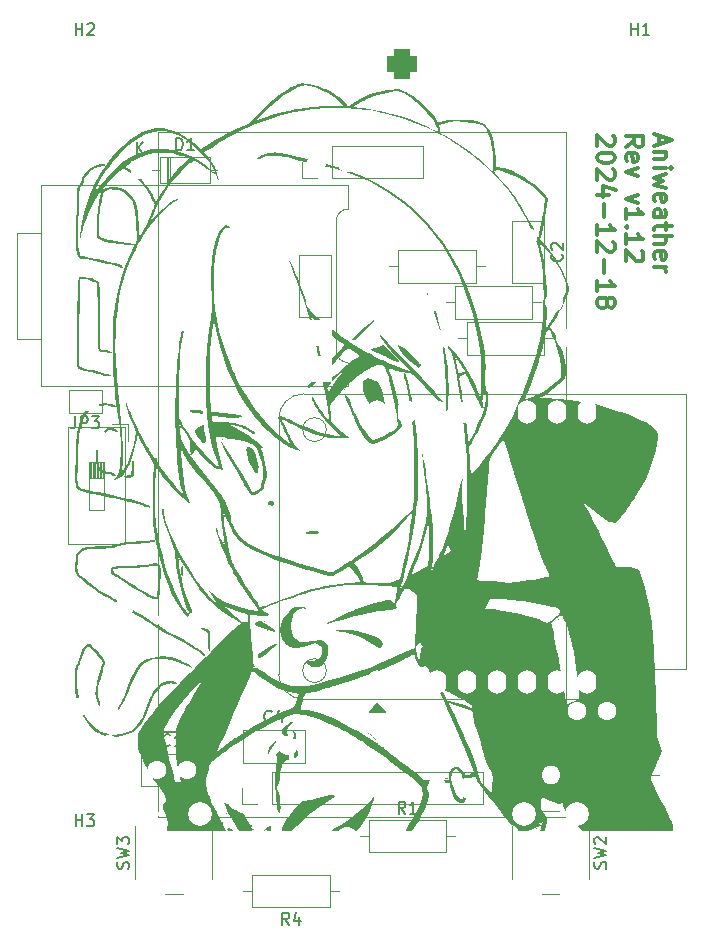
<source format=gto>
G04 #@! TF.GenerationSoftware,KiCad,Pcbnew,8.99.0-3309-gecdc7ee08f-dirty*
G04 #@! TF.CreationDate,2024-12-18T14:42:25+01:00*
G04 #@! TF.ProjectId,aniweather,616e6977-6561-4746-9865-722e6b696361,v1.12*
G04 #@! TF.SameCoordinates,Original*
G04 #@! TF.FileFunction,Legend,Top*
G04 #@! TF.FilePolarity,Positive*
%FSLAX46Y46*%
G04 Gerber Fmt 4.6, Leading zero omitted, Abs format (unit mm)*
G04 Created by KiCad (PCBNEW 8.99.0-3309-gecdc7ee08f-dirty) date 2024-12-18 14:42:25*
%MOMM*%
%LPD*%
G01*
G04 APERTURE LIST*
G04 Aperture macros list*
%AMRoundRect*
0 Rectangle with rounded corners*
0 $1 Rounding radius*
0 $2 $3 $4 $5 $6 $7 $8 $9 X,Y pos of 4 corners*
0 Add a 4 corners polygon primitive as box body*
4,1,4,$2,$3,$4,$5,$6,$7,$8,$9,$2,$3,0*
0 Add four circle primitives for the rounded corners*
1,1,$1+$1,$2,$3*
1,1,$1+$1,$4,$5*
1,1,$1+$1,$6,$7*
1,1,$1+$1,$8,$9*
0 Add four rect primitives between the rounded corners*
20,1,$1+$1,$2,$3,$4,$5,0*
20,1,$1+$1,$4,$5,$6,$7,0*
20,1,$1+$1,$6,$7,$8,$9,0*
20,1,$1+$1,$8,$9,$2,$3,0*%
G04 Aperture macros list end*
%ADD10C,0.300000*%
%ADD11C,0.150000*%
%ADD12C,0.000000*%
%ADD13C,0.120000*%
%ADD14C,0.100000*%
%ADD15R,1.600000X1.600000*%
%ADD16O,1.600000X1.600000*%
%ADD17C,1.600000*%
%ADD18R,1.700000X1.700000*%
%ADD19O,1.700000X1.700000*%
%ADD20R,1.000000X1.500000*%
%ADD21R,2.200000X2.200000*%
%ADD22C,3.200000*%
%ADD23O,1.600000X2.000000*%
%ADD24C,2.000000*%
%ADD25RoundRect,0.650000X0.650000X0.650000X-0.650000X0.650000X-0.650000X-0.650000X0.650000X-0.650000X0*%
%ADD26C,2.600000*%
G04 APERTURE END LIST*
D10*
X165357574Y-72208082D02*
X165357574Y-72922368D01*
X164929003Y-72065225D02*
X166429003Y-72565225D01*
X166429003Y-72565225D02*
X164929003Y-73065225D01*
X165929003Y-73565224D02*
X164929003Y-73565224D01*
X165786146Y-73565224D02*
X165857574Y-73636653D01*
X165857574Y-73636653D02*
X165929003Y-73779510D01*
X165929003Y-73779510D02*
X165929003Y-73993796D01*
X165929003Y-73993796D02*
X165857574Y-74136653D01*
X165857574Y-74136653D02*
X165714717Y-74208082D01*
X165714717Y-74208082D02*
X164929003Y-74208082D01*
X164929003Y-74922367D02*
X165929003Y-74922367D01*
X166429003Y-74922367D02*
X166357574Y-74850939D01*
X166357574Y-74850939D02*
X166286146Y-74922367D01*
X166286146Y-74922367D02*
X166357574Y-74993796D01*
X166357574Y-74993796D02*
X166429003Y-74922367D01*
X166429003Y-74922367D02*
X166286146Y-74922367D01*
X165929003Y-75493796D02*
X164929003Y-75779511D01*
X164929003Y-75779511D02*
X165643289Y-76065225D01*
X165643289Y-76065225D02*
X164929003Y-76350939D01*
X164929003Y-76350939D02*
X165929003Y-76636653D01*
X165000432Y-77779511D02*
X164929003Y-77636654D01*
X164929003Y-77636654D02*
X164929003Y-77350940D01*
X164929003Y-77350940D02*
X165000432Y-77208082D01*
X165000432Y-77208082D02*
X165143289Y-77136654D01*
X165143289Y-77136654D02*
X165714717Y-77136654D01*
X165714717Y-77136654D02*
X165857574Y-77208082D01*
X165857574Y-77208082D02*
X165929003Y-77350940D01*
X165929003Y-77350940D02*
X165929003Y-77636654D01*
X165929003Y-77636654D02*
X165857574Y-77779511D01*
X165857574Y-77779511D02*
X165714717Y-77850940D01*
X165714717Y-77850940D02*
X165571860Y-77850940D01*
X165571860Y-77850940D02*
X165429003Y-77136654D01*
X164929003Y-79136654D02*
X165714717Y-79136654D01*
X165714717Y-79136654D02*
X165857574Y-79065225D01*
X165857574Y-79065225D02*
X165929003Y-78922368D01*
X165929003Y-78922368D02*
X165929003Y-78636654D01*
X165929003Y-78636654D02*
X165857574Y-78493796D01*
X165000432Y-79136654D02*
X164929003Y-78993796D01*
X164929003Y-78993796D02*
X164929003Y-78636654D01*
X164929003Y-78636654D02*
X165000432Y-78493796D01*
X165000432Y-78493796D02*
X165143289Y-78422368D01*
X165143289Y-78422368D02*
X165286146Y-78422368D01*
X165286146Y-78422368D02*
X165429003Y-78493796D01*
X165429003Y-78493796D02*
X165500432Y-78636654D01*
X165500432Y-78636654D02*
X165500432Y-78993796D01*
X165500432Y-78993796D02*
X165571860Y-79136654D01*
X165929003Y-79636654D02*
X165929003Y-80208082D01*
X166429003Y-79850939D02*
X165143289Y-79850939D01*
X165143289Y-79850939D02*
X165000432Y-79922368D01*
X165000432Y-79922368D02*
X164929003Y-80065225D01*
X164929003Y-80065225D02*
X164929003Y-80208082D01*
X164929003Y-80708082D02*
X166429003Y-80708082D01*
X164929003Y-81350940D02*
X165714717Y-81350940D01*
X165714717Y-81350940D02*
X165857574Y-81279511D01*
X165857574Y-81279511D02*
X165929003Y-81136654D01*
X165929003Y-81136654D02*
X165929003Y-80922368D01*
X165929003Y-80922368D02*
X165857574Y-80779511D01*
X165857574Y-80779511D02*
X165786146Y-80708082D01*
X165000432Y-82636654D02*
X164929003Y-82493797D01*
X164929003Y-82493797D02*
X164929003Y-82208083D01*
X164929003Y-82208083D02*
X165000432Y-82065225D01*
X165000432Y-82065225D02*
X165143289Y-81993797D01*
X165143289Y-81993797D02*
X165714717Y-81993797D01*
X165714717Y-81993797D02*
X165857574Y-82065225D01*
X165857574Y-82065225D02*
X165929003Y-82208083D01*
X165929003Y-82208083D02*
X165929003Y-82493797D01*
X165929003Y-82493797D02*
X165857574Y-82636654D01*
X165857574Y-82636654D02*
X165714717Y-82708083D01*
X165714717Y-82708083D02*
X165571860Y-82708083D01*
X165571860Y-82708083D02*
X165429003Y-81993797D01*
X164929003Y-83350939D02*
X165929003Y-83350939D01*
X165643289Y-83350939D02*
X165786146Y-83422368D01*
X165786146Y-83422368D02*
X165857574Y-83493797D01*
X165857574Y-83493797D02*
X165929003Y-83636654D01*
X165929003Y-83636654D02*
X165929003Y-83779511D01*
X162514087Y-73136653D02*
X163228373Y-72636653D01*
X162514087Y-72279510D02*
X164014087Y-72279510D01*
X164014087Y-72279510D02*
X164014087Y-72850939D01*
X164014087Y-72850939D02*
X163942658Y-72993796D01*
X163942658Y-72993796D02*
X163871230Y-73065225D01*
X163871230Y-73065225D02*
X163728373Y-73136653D01*
X163728373Y-73136653D02*
X163514087Y-73136653D01*
X163514087Y-73136653D02*
X163371230Y-73065225D01*
X163371230Y-73065225D02*
X163299801Y-72993796D01*
X163299801Y-72993796D02*
X163228373Y-72850939D01*
X163228373Y-72850939D02*
X163228373Y-72279510D01*
X162585516Y-74350939D02*
X162514087Y-74208082D01*
X162514087Y-74208082D02*
X162514087Y-73922368D01*
X162514087Y-73922368D02*
X162585516Y-73779510D01*
X162585516Y-73779510D02*
X162728373Y-73708082D01*
X162728373Y-73708082D02*
X163299801Y-73708082D01*
X163299801Y-73708082D02*
X163442658Y-73779510D01*
X163442658Y-73779510D02*
X163514087Y-73922368D01*
X163514087Y-73922368D02*
X163514087Y-74208082D01*
X163514087Y-74208082D02*
X163442658Y-74350939D01*
X163442658Y-74350939D02*
X163299801Y-74422368D01*
X163299801Y-74422368D02*
X163156944Y-74422368D01*
X163156944Y-74422368D02*
X163014087Y-73708082D01*
X163514087Y-74922367D02*
X162514087Y-75279510D01*
X162514087Y-75279510D02*
X163514087Y-75636653D01*
X163514087Y-77208081D02*
X162514087Y-77565224D01*
X162514087Y-77565224D02*
X163514087Y-77922367D01*
X162514087Y-79279510D02*
X162514087Y-78422367D01*
X162514087Y-78850938D02*
X164014087Y-78850938D01*
X164014087Y-78850938D02*
X163799801Y-78708081D01*
X163799801Y-78708081D02*
X163656944Y-78565224D01*
X163656944Y-78565224D02*
X163585516Y-78422367D01*
X162656944Y-79922366D02*
X162585516Y-79993795D01*
X162585516Y-79993795D02*
X162514087Y-79922366D01*
X162514087Y-79922366D02*
X162585516Y-79850938D01*
X162585516Y-79850938D02*
X162656944Y-79922366D01*
X162656944Y-79922366D02*
X162514087Y-79922366D01*
X162514087Y-81422367D02*
X162514087Y-80565224D01*
X162514087Y-80993795D02*
X164014087Y-80993795D01*
X164014087Y-80993795D02*
X163799801Y-80850938D01*
X163799801Y-80850938D02*
X163656944Y-80708081D01*
X163656944Y-80708081D02*
X163585516Y-80565224D01*
X163871230Y-81993795D02*
X163942658Y-82065223D01*
X163942658Y-82065223D02*
X164014087Y-82208081D01*
X164014087Y-82208081D02*
X164014087Y-82565223D01*
X164014087Y-82565223D02*
X163942658Y-82708081D01*
X163942658Y-82708081D02*
X163871230Y-82779509D01*
X163871230Y-82779509D02*
X163728373Y-82850938D01*
X163728373Y-82850938D02*
X163585516Y-82850938D01*
X163585516Y-82850938D02*
X163371230Y-82779509D01*
X163371230Y-82779509D02*
X162514087Y-81922366D01*
X162514087Y-81922366D02*
X162514087Y-82850938D01*
X161456314Y-72208082D02*
X161527742Y-72279510D01*
X161527742Y-72279510D02*
X161599171Y-72422368D01*
X161599171Y-72422368D02*
X161599171Y-72779510D01*
X161599171Y-72779510D02*
X161527742Y-72922368D01*
X161527742Y-72922368D02*
X161456314Y-72993796D01*
X161456314Y-72993796D02*
X161313457Y-73065225D01*
X161313457Y-73065225D02*
X161170600Y-73065225D01*
X161170600Y-73065225D02*
X160956314Y-72993796D01*
X160956314Y-72993796D02*
X160099171Y-72136653D01*
X160099171Y-72136653D02*
X160099171Y-73065225D01*
X161599171Y-73993796D02*
X161599171Y-74136653D01*
X161599171Y-74136653D02*
X161527742Y-74279510D01*
X161527742Y-74279510D02*
X161456314Y-74350939D01*
X161456314Y-74350939D02*
X161313457Y-74422367D01*
X161313457Y-74422367D02*
X161027742Y-74493796D01*
X161027742Y-74493796D02*
X160670600Y-74493796D01*
X160670600Y-74493796D02*
X160384885Y-74422367D01*
X160384885Y-74422367D02*
X160242028Y-74350939D01*
X160242028Y-74350939D02*
X160170600Y-74279510D01*
X160170600Y-74279510D02*
X160099171Y-74136653D01*
X160099171Y-74136653D02*
X160099171Y-73993796D01*
X160099171Y-73993796D02*
X160170600Y-73850939D01*
X160170600Y-73850939D02*
X160242028Y-73779510D01*
X160242028Y-73779510D02*
X160384885Y-73708081D01*
X160384885Y-73708081D02*
X160670600Y-73636653D01*
X160670600Y-73636653D02*
X161027742Y-73636653D01*
X161027742Y-73636653D02*
X161313457Y-73708081D01*
X161313457Y-73708081D02*
X161456314Y-73779510D01*
X161456314Y-73779510D02*
X161527742Y-73850939D01*
X161527742Y-73850939D02*
X161599171Y-73993796D01*
X161456314Y-75065224D02*
X161527742Y-75136652D01*
X161527742Y-75136652D02*
X161599171Y-75279510D01*
X161599171Y-75279510D02*
X161599171Y-75636652D01*
X161599171Y-75636652D02*
X161527742Y-75779510D01*
X161527742Y-75779510D02*
X161456314Y-75850938D01*
X161456314Y-75850938D02*
X161313457Y-75922367D01*
X161313457Y-75922367D02*
X161170600Y-75922367D01*
X161170600Y-75922367D02*
X160956314Y-75850938D01*
X160956314Y-75850938D02*
X160099171Y-74993795D01*
X160099171Y-74993795D02*
X160099171Y-75922367D01*
X161099171Y-77208081D02*
X160099171Y-77208081D01*
X161670600Y-76850938D02*
X160599171Y-76493795D01*
X160599171Y-76493795D02*
X160599171Y-77422366D01*
X160670600Y-77993794D02*
X160670600Y-79136652D01*
X160099171Y-80636652D02*
X160099171Y-79779509D01*
X160099171Y-80208080D02*
X161599171Y-80208080D01*
X161599171Y-80208080D02*
X161384885Y-80065223D01*
X161384885Y-80065223D02*
X161242028Y-79922366D01*
X161242028Y-79922366D02*
X161170600Y-79779509D01*
X161456314Y-81208080D02*
X161527742Y-81279508D01*
X161527742Y-81279508D02*
X161599171Y-81422366D01*
X161599171Y-81422366D02*
X161599171Y-81779508D01*
X161599171Y-81779508D02*
X161527742Y-81922366D01*
X161527742Y-81922366D02*
X161456314Y-81993794D01*
X161456314Y-81993794D02*
X161313457Y-82065223D01*
X161313457Y-82065223D02*
X161170600Y-82065223D01*
X161170600Y-82065223D02*
X160956314Y-81993794D01*
X160956314Y-81993794D02*
X160099171Y-81136651D01*
X160099171Y-81136651D02*
X160099171Y-82065223D01*
X160670600Y-82708079D02*
X160670600Y-83850937D01*
X160099171Y-85350937D02*
X160099171Y-84493794D01*
X160099171Y-84922365D02*
X161599171Y-84922365D01*
X161599171Y-84922365D02*
X161384885Y-84779508D01*
X161384885Y-84779508D02*
X161242028Y-84636651D01*
X161242028Y-84636651D02*
X161170600Y-84493794D01*
X160956314Y-86208079D02*
X161027742Y-86065222D01*
X161027742Y-86065222D02*
X161099171Y-85993793D01*
X161099171Y-85993793D02*
X161242028Y-85922365D01*
X161242028Y-85922365D02*
X161313457Y-85922365D01*
X161313457Y-85922365D02*
X161456314Y-85993793D01*
X161456314Y-85993793D02*
X161527742Y-86065222D01*
X161527742Y-86065222D02*
X161599171Y-86208079D01*
X161599171Y-86208079D02*
X161599171Y-86493793D01*
X161599171Y-86493793D02*
X161527742Y-86636651D01*
X161527742Y-86636651D02*
X161456314Y-86708079D01*
X161456314Y-86708079D02*
X161313457Y-86779508D01*
X161313457Y-86779508D02*
X161242028Y-86779508D01*
X161242028Y-86779508D02*
X161099171Y-86708079D01*
X161099171Y-86708079D02*
X161027742Y-86636651D01*
X161027742Y-86636651D02*
X160956314Y-86493793D01*
X160956314Y-86493793D02*
X160956314Y-86208079D01*
X160956314Y-86208079D02*
X160884885Y-86065222D01*
X160884885Y-86065222D02*
X160813457Y-85993793D01*
X160813457Y-85993793D02*
X160670600Y-85922365D01*
X160670600Y-85922365D02*
X160384885Y-85922365D01*
X160384885Y-85922365D02*
X160242028Y-85993793D01*
X160242028Y-85993793D02*
X160170600Y-86065222D01*
X160170600Y-86065222D02*
X160099171Y-86208079D01*
X160099171Y-86208079D02*
X160099171Y-86493793D01*
X160099171Y-86493793D02*
X160170600Y-86636651D01*
X160170600Y-86636651D02*
X160242028Y-86708079D01*
X160242028Y-86708079D02*
X160384885Y-86779508D01*
X160384885Y-86779508D02*
X160670600Y-86779508D01*
X160670600Y-86779508D02*
X160813457Y-86708079D01*
X160813457Y-86708079D02*
X160884885Y-86636651D01*
X160884885Y-86636651D02*
X160956314Y-86493793D01*
D11*
X161133333Y-129149819D02*
X160800000Y-128673628D01*
X160561905Y-129149819D02*
X160561905Y-128149819D01*
X160561905Y-128149819D02*
X160942857Y-128149819D01*
X160942857Y-128149819D02*
X161038095Y-128197438D01*
X161038095Y-128197438D02*
X161085714Y-128245057D01*
X161085714Y-128245057D02*
X161133333Y-128340295D01*
X161133333Y-128340295D02*
X161133333Y-128483152D01*
X161133333Y-128483152D02*
X161085714Y-128578390D01*
X161085714Y-128578390D02*
X161038095Y-128626009D01*
X161038095Y-128626009D02*
X160942857Y-128673628D01*
X160942857Y-128673628D02*
X160561905Y-128673628D01*
X161466667Y-128149819D02*
X162085714Y-128149819D01*
X162085714Y-128149819D02*
X161752381Y-128530771D01*
X161752381Y-128530771D02*
X161895238Y-128530771D01*
X161895238Y-128530771D02*
X161990476Y-128578390D01*
X161990476Y-128578390D02*
X162038095Y-128626009D01*
X162038095Y-128626009D02*
X162085714Y-128721247D01*
X162085714Y-128721247D02*
X162085714Y-128959342D01*
X162085714Y-128959342D02*
X162038095Y-129054580D01*
X162038095Y-129054580D02*
X161990476Y-129102200D01*
X161990476Y-129102200D02*
X161895238Y-129149819D01*
X161895238Y-129149819D02*
X161609524Y-129149819D01*
X161609524Y-129149819D02*
X161514286Y-129102200D01*
X161514286Y-129102200D02*
X161466667Y-129054580D01*
X115916666Y-95979819D02*
X115916666Y-96694104D01*
X115916666Y-96694104D02*
X115869047Y-96836961D01*
X115869047Y-96836961D02*
X115773809Y-96932200D01*
X115773809Y-96932200D02*
X115630952Y-96979819D01*
X115630952Y-96979819D02*
X115535714Y-96979819D01*
X116392857Y-96979819D02*
X116392857Y-95979819D01*
X116392857Y-95979819D02*
X116773809Y-95979819D01*
X116773809Y-95979819D02*
X116869047Y-96027438D01*
X116869047Y-96027438D02*
X116916666Y-96075057D01*
X116916666Y-96075057D02*
X116964285Y-96170295D01*
X116964285Y-96170295D02*
X116964285Y-96313152D01*
X116964285Y-96313152D02*
X116916666Y-96408390D01*
X116916666Y-96408390D02*
X116869047Y-96456009D01*
X116869047Y-96456009D02*
X116773809Y-96503628D01*
X116773809Y-96503628D02*
X116392857Y-96503628D01*
X117297619Y-95979819D02*
X117916666Y-95979819D01*
X117916666Y-95979819D02*
X117583333Y-96360771D01*
X117583333Y-96360771D02*
X117726190Y-96360771D01*
X117726190Y-96360771D02*
X117821428Y-96408390D01*
X117821428Y-96408390D02*
X117869047Y-96456009D01*
X117869047Y-96456009D02*
X117916666Y-96551247D01*
X117916666Y-96551247D02*
X117916666Y-96789342D01*
X117916666Y-96789342D02*
X117869047Y-96884580D01*
X117869047Y-96884580D02*
X117821428Y-96932200D01*
X117821428Y-96932200D02*
X117726190Y-96979819D01*
X117726190Y-96979819D02*
X117440476Y-96979819D01*
X117440476Y-96979819D02*
X117345238Y-96932200D01*
X117345238Y-96932200D02*
X117297619Y-96884580D01*
X143853333Y-129609819D02*
X143520000Y-129133628D01*
X143281905Y-129609819D02*
X143281905Y-128609819D01*
X143281905Y-128609819D02*
X143662857Y-128609819D01*
X143662857Y-128609819D02*
X143758095Y-128657438D01*
X143758095Y-128657438D02*
X143805714Y-128705057D01*
X143805714Y-128705057D02*
X143853333Y-128800295D01*
X143853333Y-128800295D02*
X143853333Y-128943152D01*
X143853333Y-128943152D02*
X143805714Y-129038390D01*
X143805714Y-129038390D02*
X143758095Y-129086009D01*
X143758095Y-129086009D02*
X143662857Y-129133628D01*
X143662857Y-129133628D02*
X143281905Y-129133628D01*
X144805714Y-129609819D02*
X144234286Y-129609819D01*
X144520000Y-129609819D02*
X144520000Y-128609819D01*
X144520000Y-128609819D02*
X144424762Y-128752676D01*
X144424762Y-128752676D02*
X144329524Y-128847914D01*
X144329524Y-128847914D02*
X144234286Y-128895533D01*
X162938095Y-130679819D02*
X162938095Y-129679819D01*
X162938095Y-130156009D02*
X163509523Y-130156009D01*
X163509523Y-130679819D02*
X163509523Y-129679819D01*
X164414285Y-130013152D02*
X164414285Y-130679819D01*
X164176190Y-129632200D02*
X163938095Y-130346485D01*
X163938095Y-130346485D02*
X164557142Y-130346485D01*
X124436905Y-73434819D02*
X124436905Y-72434819D01*
X124436905Y-72434819D02*
X124675000Y-72434819D01*
X124675000Y-72434819D02*
X124817857Y-72482438D01*
X124817857Y-72482438D02*
X124913095Y-72577676D01*
X124913095Y-72577676D02*
X124960714Y-72672914D01*
X124960714Y-72672914D02*
X125008333Y-72863390D01*
X125008333Y-72863390D02*
X125008333Y-73006247D01*
X125008333Y-73006247D02*
X124960714Y-73196723D01*
X124960714Y-73196723D02*
X124913095Y-73291961D01*
X124913095Y-73291961D02*
X124817857Y-73387200D01*
X124817857Y-73387200D02*
X124675000Y-73434819D01*
X124675000Y-73434819D02*
X124436905Y-73434819D01*
X125960714Y-73434819D02*
X125389286Y-73434819D01*
X125675000Y-73434819D02*
X125675000Y-72434819D01*
X125675000Y-72434819D02*
X125579762Y-72577676D01*
X125579762Y-72577676D02*
X125484524Y-72672914D01*
X125484524Y-72672914D02*
X125389286Y-72720533D01*
X121103095Y-73754819D02*
X121103095Y-72754819D01*
X121674523Y-73754819D02*
X121245952Y-73183390D01*
X121674523Y-72754819D02*
X121103095Y-73326247D01*
X157084580Y-82241666D02*
X157132200Y-82289285D01*
X157132200Y-82289285D02*
X157179819Y-82432142D01*
X157179819Y-82432142D02*
X157179819Y-82527380D01*
X157179819Y-82527380D02*
X157132200Y-82670237D01*
X157132200Y-82670237D02*
X157036961Y-82765475D01*
X157036961Y-82765475D02*
X156941723Y-82813094D01*
X156941723Y-82813094D02*
X156751247Y-82860713D01*
X156751247Y-82860713D02*
X156608390Y-82860713D01*
X156608390Y-82860713D02*
X156417914Y-82813094D01*
X156417914Y-82813094D02*
X156322676Y-82765475D01*
X156322676Y-82765475D02*
X156227438Y-82670237D01*
X156227438Y-82670237D02*
X156179819Y-82527380D01*
X156179819Y-82527380D02*
X156179819Y-82432142D01*
X156179819Y-82432142D02*
X156227438Y-82289285D01*
X156227438Y-82289285D02*
X156275057Y-82241666D01*
X156275057Y-81860713D02*
X156227438Y-81813094D01*
X156227438Y-81813094D02*
X156179819Y-81717856D01*
X156179819Y-81717856D02*
X156179819Y-81479761D01*
X156179819Y-81479761D02*
X156227438Y-81384523D01*
X156227438Y-81384523D02*
X156275057Y-81336904D01*
X156275057Y-81336904D02*
X156370295Y-81289285D01*
X156370295Y-81289285D02*
X156465533Y-81289285D01*
X156465533Y-81289285D02*
X156608390Y-81336904D01*
X156608390Y-81336904D02*
X157179819Y-81908332D01*
X157179819Y-81908332D02*
X157179819Y-81289285D01*
X160807200Y-134258332D02*
X160854819Y-134115475D01*
X160854819Y-134115475D02*
X160854819Y-133877380D01*
X160854819Y-133877380D02*
X160807200Y-133782142D01*
X160807200Y-133782142D02*
X160759580Y-133734523D01*
X160759580Y-133734523D02*
X160664342Y-133686904D01*
X160664342Y-133686904D02*
X160569104Y-133686904D01*
X160569104Y-133686904D02*
X160473866Y-133734523D01*
X160473866Y-133734523D02*
X160426247Y-133782142D01*
X160426247Y-133782142D02*
X160378628Y-133877380D01*
X160378628Y-133877380D02*
X160331009Y-134067856D01*
X160331009Y-134067856D02*
X160283390Y-134163094D01*
X160283390Y-134163094D02*
X160235771Y-134210713D01*
X160235771Y-134210713D02*
X160140533Y-134258332D01*
X160140533Y-134258332D02*
X160045295Y-134258332D01*
X160045295Y-134258332D02*
X159950057Y-134210713D01*
X159950057Y-134210713D02*
X159902438Y-134163094D01*
X159902438Y-134163094D02*
X159854819Y-134067856D01*
X159854819Y-134067856D02*
X159854819Y-133829761D01*
X159854819Y-133829761D02*
X159902438Y-133686904D01*
X159854819Y-133353570D02*
X160854819Y-133115475D01*
X160854819Y-133115475D02*
X160140533Y-132924999D01*
X160140533Y-132924999D02*
X160854819Y-132734523D01*
X160854819Y-132734523D02*
X159854819Y-132496428D01*
X159950057Y-132163094D02*
X159902438Y-132115475D01*
X159902438Y-132115475D02*
X159854819Y-132020237D01*
X159854819Y-132020237D02*
X159854819Y-131782142D01*
X159854819Y-131782142D02*
X159902438Y-131686904D01*
X159902438Y-131686904D02*
X159950057Y-131639285D01*
X159950057Y-131639285D02*
X160045295Y-131591666D01*
X160045295Y-131591666D02*
X160140533Y-131591666D01*
X160140533Y-131591666D02*
X160283390Y-131639285D01*
X160283390Y-131639285D02*
X160854819Y-132210713D01*
X160854819Y-132210713D02*
X160854819Y-131591666D01*
X123933333Y-123784580D02*
X123885714Y-123832200D01*
X123885714Y-123832200D02*
X123742857Y-123879819D01*
X123742857Y-123879819D02*
X123647619Y-123879819D01*
X123647619Y-123879819D02*
X123504762Y-123832200D01*
X123504762Y-123832200D02*
X123409524Y-123736961D01*
X123409524Y-123736961D02*
X123361905Y-123641723D01*
X123361905Y-123641723D02*
X123314286Y-123451247D01*
X123314286Y-123451247D02*
X123314286Y-123308390D01*
X123314286Y-123308390D02*
X123361905Y-123117914D01*
X123361905Y-123117914D02*
X123409524Y-123022676D01*
X123409524Y-123022676D02*
X123504762Y-122927438D01*
X123504762Y-122927438D02*
X123647619Y-122879819D01*
X123647619Y-122879819D02*
X123742857Y-122879819D01*
X123742857Y-122879819D02*
X123885714Y-122927438D01*
X123885714Y-122927438D02*
X123933333Y-122975057D01*
X124885714Y-123879819D02*
X124314286Y-123879819D01*
X124600000Y-123879819D02*
X124600000Y-122879819D01*
X124600000Y-122879819D02*
X124504762Y-123022676D01*
X124504762Y-123022676D02*
X124409524Y-123117914D01*
X124409524Y-123117914D02*
X124314286Y-123165533D01*
X162938095Y-63679819D02*
X162938095Y-62679819D01*
X162938095Y-63156009D02*
X163509523Y-63156009D01*
X163509523Y-63679819D02*
X163509523Y-62679819D01*
X164509523Y-63679819D02*
X163938095Y-63679819D01*
X164223809Y-63679819D02*
X164223809Y-62679819D01*
X164223809Y-62679819D02*
X164128571Y-62822676D01*
X164128571Y-62822676D02*
X164033333Y-62917914D01*
X164033333Y-62917914D02*
X163938095Y-62965533D01*
X134013333Y-138999819D02*
X133680000Y-138523628D01*
X133441905Y-138999819D02*
X133441905Y-137999819D01*
X133441905Y-137999819D02*
X133822857Y-137999819D01*
X133822857Y-137999819D02*
X133918095Y-138047438D01*
X133918095Y-138047438D02*
X133965714Y-138095057D01*
X133965714Y-138095057D02*
X134013333Y-138190295D01*
X134013333Y-138190295D02*
X134013333Y-138333152D01*
X134013333Y-138333152D02*
X133965714Y-138428390D01*
X133965714Y-138428390D02*
X133918095Y-138476009D01*
X133918095Y-138476009D02*
X133822857Y-138523628D01*
X133822857Y-138523628D02*
X133441905Y-138523628D01*
X134870476Y-138333152D02*
X134870476Y-138999819D01*
X134632381Y-137952200D02*
X134394286Y-138666485D01*
X134394286Y-138666485D02*
X135013333Y-138666485D01*
X132533333Y-121784580D02*
X132485714Y-121832200D01*
X132485714Y-121832200D02*
X132342857Y-121879819D01*
X132342857Y-121879819D02*
X132247619Y-121879819D01*
X132247619Y-121879819D02*
X132104762Y-121832200D01*
X132104762Y-121832200D02*
X132009524Y-121736961D01*
X132009524Y-121736961D02*
X131961905Y-121641723D01*
X131961905Y-121641723D02*
X131914286Y-121451247D01*
X131914286Y-121451247D02*
X131914286Y-121308390D01*
X131914286Y-121308390D02*
X131961905Y-121117914D01*
X131961905Y-121117914D02*
X132009524Y-121022676D01*
X132009524Y-121022676D02*
X132104762Y-120927438D01*
X132104762Y-120927438D02*
X132247619Y-120879819D01*
X132247619Y-120879819D02*
X132342857Y-120879819D01*
X132342857Y-120879819D02*
X132485714Y-120927438D01*
X132485714Y-120927438D02*
X132533333Y-120975057D01*
X133390476Y-121213152D02*
X133390476Y-121879819D01*
X133152381Y-120832200D02*
X132914286Y-121546485D01*
X132914286Y-121546485D02*
X133533333Y-121546485D01*
X115938095Y-130679819D02*
X115938095Y-129679819D01*
X115938095Y-130156009D02*
X116509523Y-130156009D01*
X116509523Y-130679819D02*
X116509523Y-129679819D01*
X116890476Y-129679819D02*
X117509523Y-129679819D01*
X117509523Y-129679819D02*
X117176190Y-130060771D01*
X117176190Y-130060771D02*
X117319047Y-130060771D01*
X117319047Y-130060771D02*
X117414285Y-130108390D01*
X117414285Y-130108390D02*
X117461904Y-130156009D01*
X117461904Y-130156009D02*
X117509523Y-130251247D01*
X117509523Y-130251247D02*
X117509523Y-130489342D01*
X117509523Y-130489342D02*
X117461904Y-130584580D01*
X117461904Y-130584580D02*
X117414285Y-130632200D01*
X117414285Y-130632200D02*
X117319047Y-130679819D01*
X117319047Y-130679819D02*
X117033333Y-130679819D01*
X117033333Y-130679819D02*
X116938095Y-130632200D01*
X116938095Y-130632200D02*
X116890476Y-130584580D01*
X115938095Y-63679819D02*
X115938095Y-62679819D01*
X115938095Y-63156009D02*
X116509523Y-63156009D01*
X116509523Y-63679819D02*
X116509523Y-62679819D01*
X116938095Y-62775057D02*
X116985714Y-62727438D01*
X116985714Y-62727438D02*
X117080952Y-62679819D01*
X117080952Y-62679819D02*
X117319047Y-62679819D01*
X117319047Y-62679819D02*
X117414285Y-62727438D01*
X117414285Y-62727438D02*
X117461904Y-62775057D01*
X117461904Y-62775057D02*
X117509523Y-62870295D01*
X117509523Y-62870295D02*
X117509523Y-62965533D01*
X117509523Y-62965533D02*
X117461904Y-63108390D01*
X117461904Y-63108390D02*
X116890476Y-63679819D01*
X116890476Y-63679819D02*
X117509523Y-63679819D01*
X120407200Y-134258332D02*
X120454819Y-134115475D01*
X120454819Y-134115475D02*
X120454819Y-133877380D01*
X120454819Y-133877380D02*
X120407200Y-133782142D01*
X120407200Y-133782142D02*
X120359580Y-133734523D01*
X120359580Y-133734523D02*
X120264342Y-133686904D01*
X120264342Y-133686904D02*
X120169104Y-133686904D01*
X120169104Y-133686904D02*
X120073866Y-133734523D01*
X120073866Y-133734523D02*
X120026247Y-133782142D01*
X120026247Y-133782142D02*
X119978628Y-133877380D01*
X119978628Y-133877380D02*
X119931009Y-134067856D01*
X119931009Y-134067856D02*
X119883390Y-134163094D01*
X119883390Y-134163094D02*
X119835771Y-134210713D01*
X119835771Y-134210713D02*
X119740533Y-134258332D01*
X119740533Y-134258332D02*
X119645295Y-134258332D01*
X119645295Y-134258332D02*
X119550057Y-134210713D01*
X119550057Y-134210713D02*
X119502438Y-134163094D01*
X119502438Y-134163094D02*
X119454819Y-134067856D01*
X119454819Y-134067856D02*
X119454819Y-133829761D01*
X119454819Y-133829761D02*
X119502438Y-133686904D01*
X119454819Y-133353570D02*
X120454819Y-133115475D01*
X120454819Y-133115475D02*
X119740533Y-132924999D01*
X119740533Y-132924999D02*
X120454819Y-132734523D01*
X120454819Y-132734523D02*
X119454819Y-132496428D01*
X119454819Y-132210713D02*
X119454819Y-131591666D01*
X119454819Y-131591666D02*
X119835771Y-131924999D01*
X119835771Y-131924999D02*
X119835771Y-131782142D01*
X119835771Y-131782142D02*
X119883390Y-131686904D01*
X119883390Y-131686904D02*
X119931009Y-131639285D01*
X119931009Y-131639285D02*
X120026247Y-131591666D01*
X120026247Y-131591666D02*
X120264342Y-131591666D01*
X120264342Y-131591666D02*
X120359580Y-131639285D01*
X120359580Y-131639285D02*
X120407200Y-131686904D01*
X120407200Y-131686904D02*
X120454819Y-131782142D01*
X120454819Y-131782142D02*
X120454819Y-132067856D01*
X120454819Y-132067856D02*
X120407200Y-132163094D01*
X120407200Y-132163094D02*
X120359580Y-132210713D01*
D12*
G36*
X128164253Y-129864811D02*
G01*
X128135058Y-129894006D01*
X128105862Y-129864811D01*
X128135058Y-129835615D01*
X128164253Y-129864811D01*
G37*
G36*
X128222644Y-129981592D02*
G01*
X128193448Y-130010788D01*
X128164253Y-129981592D01*
X128193448Y-129952397D01*
X128222644Y-129981592D01*
G37*
G36*
X128397816Y-97925040D02*
G01*
X128368621Y-97954236D01*
X128339425Y-97925040D01*
X128368621Y-97895845D01*
X128397816Y-97925040D01*
G37*
G36*
X128572989Y-97866650D02*
G01*
X128543793Y-97895845D01*
X128514598Y-97866650D01*
X128543793Y-97837454D01*
X128572989Y-97866650D01*
G37*
G36*
X130967012Y-117544351D02*
G01*
X130937816Y-117573546D01*
X130908621Y-117544351D01*
X130937816Y-117515155D01*
X130967012Y-117544351D01*
G37*
G36*
X131258966Y-117194006D02*
G01*
X131229770Y-117223201D01*
X131200575Y-117194006D01*
X131229770Y-117164811D01*
X131258966Y-117194006D01*
G37*
G36*
X131959655Y-113340213D02*
G01*
X131930460Y-113369408D01*
X131901265Y-113340213D01*
X131930460Y-113311017D01*
X131959655Y-113340213D01*
G37*
G36*
X131959655Y-131032627D02*
G01*
X131930460Y-131061822D01*
X131901265Y-131032627D01*
X131930460Y-131003431D01*
X131959655Y-131032627D01*
G37*
G36*
X132076437Y-113398604D02*
G01*
X132047242Y-113427799D01*
X132018046Y-113398604D01*
X132047242Y-113369408D01*
X132076437Y-113398604D01*
G37*
G36*
X132193219Y-114099293D02*
G01*
X132164023Y-114128489D01*
X132134828Y-114099293D01*
X132164023Y-114070098D01*
X132193219Y-114099293D01*
G37*
G36*
X132601954Y-131032627D02*
G01*
X132572759Y-131061822D01*
X132543563Y-131032627D01*
X132572759Y-131003431D01*
X132601954Y-131032627D01*
G37*
G36*
X134528851Y-119471247D02*
G01*
X134499655Y-119500443D01*
X134470460Y-119471247D01*
X134499655Y-119442052D01*
X134528851Y-119471247D01*
G37*
G36*
X141477356Y-123441822D02*
G01*
X141448161Y-123471017D01*
X141418966Y-123441822D01*
X141448161Y-123412627D01*
X141477356Y-123441822D01*
G37*
G36*
X141710920Y-123675385D02*
G01*
X141681724Y-123704581D01*
X141652529Y-123675385D01*
X141681724Y-123646190D01*
X141710920Y-123675385D01*
G37*
G36*
X143053908Y-95939753D02*
G01*
X143024713Y-95968948D01*
X142995517Y-95939753D01*
X143024713Y-95910558D01*
X143053908Y-95939753D01*
G37*
G36*
X154848851Y-130915845D02*
G01*
X154819655Y-130945040D01*
X154790460Y-130915845D01*
X154819655Y-130886650D01*
X154848851Y-130915845D01*
G37*
G36*
X154965632Y-130857454D02*
G01*
X154936437Y-130886650D01*
X154907242Y-130857454D01*
X154936437Y-130828259D01*
X154965632Y-130857454D01*
G37*
G36*
X156834138Y-113165040D02*
G01*
X156804943Y-113194236D01*
X156775747Y-113165040D01*
X156804943Y-113135845D01*
X156834138Y-113165040D01*
G37*
G36*
X128787088Y-129563125D02*
G01*
X128779073Y-129597838D01*
X128748161Y-129602052D01*
X128700099Y-129580688D01*
X128709234Y-129563125D01*
X128778530Y-129556136D01*
X128787088Y-129563125D01*
G37*
G36*
X132056973Y-114031171D02*
G01*
X132048958Y-114065884D01*
X132018046Y-114070098D01*
X131969984Y-114048734D01*
X131979119Y-114031171D01*
X132048415Y-114024182D01*
X132056973Y-114031171D01*
G37*
G36*
X132115364Y-113272090D02*
G01*
X132107349Y-113306803D01*
X132076437Y-113311017D01*
X132028375Y-113289653D01*
X132037510Y-113272090D01*
X132106806Y-113265102D01*
X132115364Y-113272090D01*
G37*
G36*
X138713525Y-93652780D02*
G01*
X138720513Y-93722076D01*
X138713525Y-93730634D01*
X138678812Y-93722619D01*
X138674598Y-93691707D01*
X138695962Y-93643645D01*
X138713525Y-93652780D01*
G37*
G36*
X140757203Y-122789791D02*
G01*
X140749188Y-122824505D01*
X140718276Y-122828719D01*
X140670214Y-122807354D01*
X140679349Y-122789791D01*
X140748645Y-122782803D01*
X140757203Y-122789791D01*
G37*
G36*
X155354904Y-130497378D02*
G01*
X155361893Y-130566674D01*
X155354904Y-130575232D01*
X155320191Y-130567217D01*
X155315977Y-130536305D01*
X155337341Y-130488243D01*
X155354904Y-130497378D01*
G37*
G36*
X155413295Y-130322205D02*
G01*
X155420283Y-130391501D01*
X155413295Y-130400060D01*
X155378582Y-130392044D01*
X155374368Y-130361132D01*
X155395732Y-130313070D01*
X155413295Y-130322205D01*
G37*
G36*
X141010177Y-122917757D02*
G01*
X141039425Y-122945500D01*
X141044137Y-122997081D01*
X140974511Y-122988508D01*
X140893448Y-122945500D01*
X140838730Y-122900153D01*
X140891322Y-122888201D01*
X140904600Y-122888003D01*
X141010177Y-122917757D01*
G37*
G36*
X147491609Y-126632218D02*
G01*
X147441593Y-126670039D01*
X147345632Y-126682512D01*
X147235763Y-126674824D01*
X147199655Y-126660123D01*
X147249248Y-126633864D01*
X147345632Y-126609830D01*
X147454134Y-126605826D01*
X147491609Y-126632218D01*
G37*
G36*
X141187875Y-123110010D02*
G01*
X141263763Y-123202403D01*
X141266425Y-123206437D01*
X141334014Y-123321887D01*
X141328752Y-123346737D01*
X141253482Y-123279316D01*
X141214274Y-123237096D01*
X141146544Y-123141616D01*
X141138924Y-123089297D01*
X141187875Y-123110010D01*
G37*
G36*
X128975327Y-130861826D02*
G01*
X129063122Y-130884607D01*
X129236424Y-130954759D01*
X129297404Y-131010753D01*
X129245722Y-131047976D01*
X129081037Y-131061815D01*
X129076203Y-131061822D01*
X128909252Y-131048811D01*
X128795545Y-131016008D01*
X128774212Y-130998343D01*
X128759352Y-130907847D01*
X128833911Y-130859381D01*
X128975327Y-130861826D01*
G37*
G36*
X132635794Y-103172845D02*
G01*
X132688526Y-103330371D01*
X132689540Y-103361749D01*
X132650333Y-103498456D01*
X132538905Y-103548280D01*
X132364547Y-103507965D01*
X132324598Y-103489613D01*
X132214720Y-103389413D01*
X132207463Y-103269193D01*
X132301065Y-103161299D01*
X132343730Y-103138327D01*
X132515227Y-103105189D01*
X132635794Y-103172845D01*
G37*
G36*
X125000433Y-108634508D02*
G01*
X125027343Y-108720771D01*
X125038093Y-108890969D01*
X125038843Y-109014928D01*
X125026348Y-109236089D01*
X124995290Y-109388001D01*
X124952501Y-109458522D01*
X124904815Y-109435513D01*
X124863689Y-109326123D01*
X124838708Y-109148153D01*
X124840218Y-108953238D01*
X124863927Y-108775856D01*
X124905543Y-108650488D01*
X124952759Y-108610558D01*
X125000433Y-108634508D01*
G37*
G36*
X134472160Y-123984105D02*
G01*
X134592067Y-124099680D01*
X134732128Y-124319334D01*
X134762414Y-124480785D01*
X134730641Y-124668696D01*
X134649703Y-124826893D01*
X134541170Y-124919779D01*
X134489714Y-124930788D01*
X134436011Y-124910592D01*
X134420659Y-124831775D01*
X134438369Y-124666987D01*
X134438509Y-124666049D01*
X134448036Y-124414344D01*
X134410124Y-124195010D01*
X134370226Y-124025442D01*
X134392130Y-123954498D01*
X134472160Y-123984105D01*
G37*
G36*
X126311072Y-95441410D02*
G01*
X126514068Y-95464336D01*
X126635480Y-95501057D01*
X126692868Y-95556338D01*
X126704483Y-95616270D01*
X126693820Y-95702539D01*
X126645668Y-95745717D01*
X126535778Y-95752000D01*
X126339902Y-95727586D01*
X126295747Y-95720741D01*
X125975694Y-95661355D01*
X125742213Y-95599985D01*
X125599915Y-95541345D01*
X125553411Y-95490150D01*
X125607313Y-95451115D01*
X125766232Y-95428953D01*
X126008932Y-95427514D01*
X126311072Y-95441410D01*
G37*
G36*
X132447380Y-130624487D02*
G01*
X132480631Y-130776029D01*
X132484278Y-130872052D01*
X132476496Y-130994758D01*
X132428986Y-131048461D01*
X132307865Y-131061562D01*
X132257857Y-131061822D01*
X132077571Y-131038555D01*
X131997199Y-130974936D01*
X132001304Y-130907021D01*
X132034745Y-130901948D01*
X132090443Y-130867415D01*
X132097627Y-130814289D01*
X132110671Y-130741904D01*
X132133617Y-130739924D01*
X132200136Y-130722123D01*
X132283300Y-130650329D01*
X132380994Y-130581916D01*
X132447380Y-130624487D01*
G37*
G36*
X132941340Y-123438188D02*
G01*
X132930733Y-123519320D01*
X132835244Y-123662695D01*
X132692043Y-123830913D01*
X132542816Y-124015306D01*
X132419525Y-124200250D01*
X132359163Y-124321216D01*
X132294763Y-124458269D01*
X132235627Y-124521155D01*
X132198672Y-124496795D01*
X132193789Y-124449063D01*
X132226460Y-124302140D01*
X132310934Y-124110234D01*
X132429609Y-123900328D01*
X132564885Y-123699404D01*
X132699158Y-123534445D01*
X132814828Y-123432431D01*
X132869903Y-123412627D01*
X132941340Y-123438188D01*
G37*
G36*
X136435944Y-105712239D02*
G01*
X136470109Y-105727899D01*
X136555738Y-105782650D01*
X136541162Y-105829641D01*
X136484306Y-105873876D01*
X136375986Y-105912831D01*
X136196828Y-105939362D01*
X135981013Y-105952899D01*
X135762724Y-105952869D01*
X135576142Y-105938699D01*
X135455448Y-105909818D01*
X135431507Y-105891500D01*
X135412278Y-105827512D01*
X135462568Y-105779904D01*
X135601919Y-105734772D01*
X135677443Y-105716500D01*
X135966436Y-105671663D01*
X136232039Y-105670426D01*
X136435944Y-105712239D01*
G37*
G36*
X126844903Y-113908054D02*
G01*
X127040230Y-114013436D01*
X127346782Y-114189242D01*
X127346782Y-114972890D01*
X127342692Y-115331922D01*
X127329361Y-115583771D01*
X127305194Y-115737789D01*
X127268598Y-115803322D01*
X127217978Y-115789722D01*
X127208949Y-115781307D01*
X127194630Y-115711697D01*
X127182851Y-115549154D01*
X127174788Y-115317519D01*
X127171618Y-115040632D01*
X127171609Y-115024798D01*
X127171609Y-114305628D01*
X126879655Y-114157684D01*
X126719265Y-114062072D01*
X126613221Y-113971379D01*
X126587701Y-113923137D01*
X126612059Y-113854316D01*
X126693574Y-113848446D01*
X126844903Y-113908054D01*
G37*
G36*
X136452419Y-92449072D02*
G01*
X136456545Y-92480098D01*
X136471711Y-92595106D01*
X136489320Y-92672114D01*
X136481892Y-92760161D01*
X136412445Y-92884717D01*
X136270767Y-93061731D01*
X136162200Y-93183033D01*
X135952372Y-93392956D01*
X135781038Y-93526123D01*
X135657160Y-93577840D01*
X135589701Y-93543414D01*
X135579885Y-93487991D01*
X135614033Y-93402611D01*
X135704325Y-93256246D01*
X135832530Y-93077950D01*
X135857242Y-93045968D01*
X136004546Y-92853547D01*
X136133275Y-92678644D01*
X136217528Y-92556523D01*
X136222184Y-92549099D01*
X136313807Y-92444546D01*
X136400720Y-92408209D01*
X136452419Y-92449072D01*
G37*
G36*
X131627327Y-113322720D02*
G01*
X131760307Y-113356439D01*
X131918719Y-113436486D01*
X132121809Y-113565934D01*
X132331566Y-113714972D01*
X132525711Y-113868994D01*
X132688519Y-114013134D01*
X132804268Y-114132529D01*
X132857235Y-114212314D01*
X132832374Y-114237689D01*
X132747603Y-114216619D01*
X132576346Y-114164458D01*
X132342329Y-114088726D01*
X132069281Y-113996941D01*
X132027995Y-113982793D01*
X131748786Y-113882155D01*
X131504191Y-113785228D01*
X131318732Y-113702340D01*
X131216933Y-113643819D01*
X131211513Y-113638934D01*
X131149011Y-113522973D01*
X131191516Y-113422013D01*
X131327262Y-113349659D01*
X131485457Y-113322181D01*
X131627327Y-113322720D01*
G37*
G36*
X141246149Y-128116278D02*
G01*
X141229303Y-128238896D01*
X141187493Y-128419099D01*
X141122318Y-128643158D01*
X141061896Y-128823721D01*
X140825209Y-129423019D01*
X140566196Y-129932529D01*
X140270174Y-130378995D01*
X140075977Y-130619319D01*
X139696437Y-131058713D01*
X138616207Y-131059235D01*
X137535977Y-131059756D01*
X137922557Y-130834105D01*
X138397508Y-130543939D01*
X138872621Y-130229745D01*
X139335164Y-129901852D01*
X139772408Y-129570588D01*
X140171620Y-129246283D01*
X140520070Y-128939263D01*
X140805026Y-128659859D01*
X141013759Y-128418398D01*
X141130915Y-128231200D01*
X141198554Y-128098703D01*
X141236432Y-128064972D01*
X141246149Y-128116278D01*
G37*
G36*
X120817814Y-99725422D02*
G01*
X120843029Y-99795800D01*
X120857769Y-99935085D01*
X120864371Y-100161268D01*
X120865402Y-100365776D01*
X120858599Y-100715697D01*
X120838361Y-100955525D01*
X120804946Y-101082581D01*
X120795333Y-101095661D01*
X120704654Y-101131193D01*
X120542456Y-101155131D01*
X120351238Y-101165749D01*
X120173499Y-101161320D01*
X120051736Y-101140119D01*
X120028468Y-101126803D01*
X119991457Y-101059480D01*
X120046979Y-101014578D01*
X120204530Y-100987366D01*
X120325288Y-100978874D01*
X120661035Y-100961362D01*
X120677608Y-100333661D01*
X120688130Y-100047259D01*
X120703590Y-99859728D01*
X120726899Y-99753176D01*
X120760972Y-99709711D01*
X120779792Y-99705960D01*
X120817814Y-99725422D01*
G37*
G36*
X132958191Y-115257934D02*
G01*
X132981138Y-115284712D01*
X132977018Y-115288970D01*
X132915659Y-115343957D01*
X132785131Y-115461189D01*
X132603086Y-115624806D01*
X132387172Y-115818947D01*
X132328092Y-115872083D01*
X132008021Y-116147376D01*
X131756463Y-116334588D01*
X131568365Y-116436335D01*
X131438675Y-116455235D01*
X131362342Y-116393904D01*
X131354556Y-116376338D01*
X131338100Y-116246124D01*
X131397132Y-116115912D01*
X131540833Y-115976536D01*
X131778381Y-115818829D01*
X132076437Y-115655486D01*
X132314284Y-115529250D01*
X132507438Y-115420584D01*
X132635947Y-115341147D01*
X132679905Y-115302749D01*
X132723643Y-115274452D01*
X132842773Y-115254668D01*
X132850601Y-115254068D01*
X132958191Y-115257934D01*
G37*
G36*
X134331030Y-121846406D02*
G01*
X134338262Y-121887203D01*
X134263879Y-121973169D01*
X134146328Y-122080090D01*
X133997976Y-122230612D01*
X133877458Y-122387134D01*
X133851365Y-122431569D01*
X133803031Y-122582724D01*
X133803639Y-122723391D01*
X133849313Y-122814229D01*
X133890487Y-122828719D01*
X133934743Y-122877659D01*
X133944943Y-122945500D01*
X133900616Y-123035234D01*
X133792902Y-123067969D01*
X133659698Y-123044839D01*
X133538902Y-122966975D01*
X133510323Y-122932508D01*
X133433095Y-122770575D01*
X133436155Y-122595602D01*
X133517402Y-122377139D01*
X133625811Y-122225716D01*
X133793762Y-122069743D01*
X133984890Y-121936136D01*
X134162833Y-121851814D01*
X134248328Y-121836075D01*
X134331030Y-121846406D01*
G37*
G36*
X130779928Y-98650627D02*
G01*
X130940283Y-98761463D01*
X131076264Y-98913366D01*
X131138051Y-99024823D01*
X131247629Y-99325987D01*
X131333487Y-99651072D01*
X131392304Y-99974630D01*
X131420756Y-100271212D01*
X131415522Y-100515370D01*
X131373280Y-100681656D01*
X131357610Y-100706699D01*
X131299643Y-100763021D01*
X131234405Y-100750678D01*
X131128893Y-100668277D01*
X131032758Y-100571849D01*
X130937055Y-100441589D01*
X130828479Y-100255960D01*
X130693724Y-99993421D01*
X130624619Y-99851937D01*
X130559924Y-99680414D01*
X130498102Y-99453285D01*
X130445598Y-99204850D01*
X130408854Y-98969411D01*
X130394316Y-98781268D01*
X130404894Y-98682362D01*
X130487005Y-98599292D01*
X130620426Y-98592642D01*
X130779928Y-98650627D01*
G37*
G36*
X141226373Y-87815743D02*
G01*
X141198397Y-87866339D01*
X141098758Y-87986405D01*
X140938908Y-88163376D01*
X140730301Y-88384686D01*
X140484389Y-88637771D01*
X140392125Y-88731031D01*
X140101232Y-89022466D01*
X139880276Y-89239536D01*
X139717752Y-89391574D01*
X139602155Y-89487910D01*
X139521978Y-89537877D01*
X139465716Y-89550805D01*
X139421864Y-89536027D01*
X139409713Y-89527809D01*
X139366746Y-89487232D01*
X139361094Y-89439220D01*
X139403884Y-89367304D01*
X139506238Y-89255012D01*
X139679283Y-89085877D01*
X139760668Y-89008242D01*
X140127369Y-88665434D01*
X140455105Y-88371136D01*
X140735782Y-88131933D01*
X140961303Y-87954413D01*
X141123574Y-87845162D01*
X141214498Y-87810767D01*
X141226373Y-87815743D01*
G37*
G36*
X126766897Y-96707883D02*
G01*
X126789583Y-96887400D01*
X126836156Y-97151200D01*
X126908075Y-97508527D01*
X126954411Y-97737179D01*
X126975015Y-97881897D01*
X126968120Y-97973043D01*
X126931959Y-98040978D01*
X126873248Y-98107033D01*
X126772213Y-98202799D01*
X126704780Y-98245989D01*
X126702435Y-98246190D01*
X126653537Y-98200990D01*
X126559579Y-98081052D01*
X126438656Y-97909870D01*
X126406062Y-97861415D01*
X126231128Y-97596495D01*
X126114786Y-97409982D01*
X126049929Y-97283731D01*
X126029452Y-97199598D01*
X126046248Y-97139442D01*
X126093212Y-97085117D01*
X126099619Y-97078997D01*
X126212296Y-96989360D01*
X126363099Y-96890294D01*
X126522605Y-96798160D01*
X126661394Y-96729324D01*
X126750044Y-96700147D01*
X126766897Y-96707883D01*
G37*
G36*
X134383682Y-122632741D02*
G01*
X134474236Y-122706943D01*
X134558995Y-122830554D01*
X134609981Y-123040546D01*
X134552630Y-123240358D01*
X134395003Y-123410368D01*
X134295954Y-123470677D01*
X134131783Y-123579833D01*
X133947841Y-123738845D01*
X133842509Y-123848116D01*
X133698956Y-124006767D01*
X133609723Y-124087661D01*
X133554625Y-124102968D01*
X133513473Y-124064858D01*
X133504961Y-124051607D01*
X133478743Y-123914198D01*
X133566410Y-123769231D01*
X133768922Y-123615493D01*
X133916309Y-123533537D01*
X134112647Y-123423012D01*
X134268944Y-123316986D01*
X134353621Y-123237069D01*
X134356407Y-123232355D01*
X134407242Y-123040154D01*
X134393232Y-122823745D01*
X134352327Y-122709412D01*
X134321142Y-122629785D01*
X134365519Y-122626193D01*
X134383682Y-122632741D01*
G37*
G36*
X139210132Y-114093696D02*
G01*
X139794471Y-114167551D01*
X140367150Y-114301039D01*
X140723080Y-114412199D01*
X141183164Y-114582547D01*
X141531079Y-114746256D01*
X141770967Y-114907160D01*
X141906967Y-115069092D01*
X141943223Y-115235885D01*
X141883876Y-115411372D01*
X141853586Y-115458485D01*
X141743250Y-115558866D01*
X141604837Y-115571159D01*
X141425635Y-115492691D01*
X141192935Y-115320788D01*
X141190878Y-115319074D01*
X140807937Y-115048153D01*
X140340253Y-114793919D01*
X139819795Y-114569044D01*
X139278531Y-114386201D01*
X138748431Y-114258060D01*
X138382644Y-114205951D01*
X138117834Y-114176108D01*
X137967309Y-114146886D01*
X137928579Y-114120105D01*
X137999154Y-114097587D01*
X138176543Y-114081154D01*
X138458256Y-114072626D01*
X138565964Y-114071873D01*
X139210132Y-114093696D01*
G37*
G36*
X142165574Y-90007095D02*
G01*
X142322595Y-90160485D01*
X142422778Y-90284122D01*
X142697387Y-90619069D01*
X142993224Y-90924390D01*
X143196804Y-91111306D01*
X143298111Y-91232122D01*
X143301085Y-91317448D01*
X143206595Y-91353263D01*
X143181841Y-91353445D01*
X143096054Y-91329584D01*
X142925235Y-91265582D01*
X142690530Y-91169924D01*
X142413087Y-91051091D01*
X142265632Y-90985941D01*
X141844394Y-90797292D01*
X141519337Y-90649480D01*
X141279689Y-90536451D01*
X141114679Y-90452149D01*
X141013534Y-90390519D01*
X140965483Y-90345506D01*
X140959753Y-90311054D01*
X140985573Y-90281110D01*
X140996907Y-90272766D01*
X141112613Y-90216363D01*
X141304135Y-90146009D01*
X141533320Y-90073232D01*
X141762015Y-90009561D01*
X141952069Y-89966525D01*
X142049533Y-89954696D01*
X142165574Y-90007095D01*
G37*
G36*
X137869875Y-128080518D02*
G01*
X137909529Y-128113086D01*
X137872661Y-128165723D01*
X137754498Y-128258318D01*
X137576369Y-128375098D01*
X137467921Y-128439685D01*
X136440875Y-129094772D01*
X135490954Y-129832425D01*
X134647094Y-130619102D01*
X134210624Y-131061822D01*
X133781895Y-131061822D01*
X133562762Y-131060075D01*
X133437999Y-131049777D01*
X133385194Y-131023339D01*
X133381940Y-130973176D01*
X133393857Y-130930443D01*
X133502496Y-130654420D01*
X133662854Y-130344586D01*
X133862428Y-130016873D01*
X134088717Y-129687213D01*
X134329217Y-129371539D01*
X134571427Y-129085785D01*
X134802843Y-128845882D01*
X135010963Y-128667764D01*
X135183284Y-128567364D01*
X135261004Y-128551017D01*
X135369914Y-128536544D01*
X135568221Y-128496592D01*
X135832641Y-128436365D01*
X136139892Y-128361066D01*
X136330666Y-128311982D01*
X136779200Y-128202385D01*
X137168456Y-128123046D01*
X137487366Y-128075359D01*
X137724861Y-128060719D01*
X137869875Y-128080518D01*
G37*
G36*
X143403324Y-89985206D02*
G01*
X143421841Y-90002182D01*
X143530711Y-90091248D01*
X143605740Y-90129824D01*
X143607078Y-90129868D01*
X143708166Y-90170130D01*
X143867289Y-90278610D01*
X144064223Y-90436844D01*
X144278743Y-90626371D01*
X144490624Y-90828730D01*
X144679640Y-91025457D01*
X144825567Y-91198092D01*
X144899228Y-91309380D01*
X144990981Y-91442816D01*
X145080315Y-91522742D01*
X145144938Y-91581066D01*
X145135615Y-91670710D01*
X145110764Y-91730012D01*
X145041493Y-91847271D01*
X144967614Y-91868445D01*
X144864146Y-91793378D01*
X144801213Y-91728090D01*
X144648086Y-91596666D01*
X144482664Y-91499082D01*
X144346503Y-91413025D01*
X144175684Y-91263991D01*
X143984559Y-91069729D01*
X143787477Y-90847987D01*
X143598791Y-90616514D01*
X143432850Y-90393056D01*
X143304005Y-90195361D01*
X143226609Y-90041179D01*
X143215010Y-89948257D01*
X143221297Y-89939123D01*
X143296002Y-89916230D01*
X143403324Y-89985206D01*
G37*
G36*
X140939087Y-92811984D02*
G01*
X141150946Y-92884805D01*
X141338003Y-92963799D01*
X141427684Y-93012165D01*
X141583400Y-93171207D01*
X141728017Y-93423432D01*
X141856859Y-93745418D01*
X141965249Y-94113742D01*
X142048509Y-94504983D01*
X142101964Y-94895718D01*
X142120935Y-95262524D01*
X142100747Y-95581981D01*
X142036722Y-95830666D01*
X142003514Y-95895960D01*
X141864534Y-96045343D01*
X141706084Y-96083132D01*
X141541862Y-96007254D01*
X141502964Y-95971752D01*
X141434413Y-95901743D01*
X141374633Y-95835161D01*
X141314402Y-95757557D01*
X141244499Y-95654483D01*
X141155700Y-95511491D01*
X141038784Y-95314132D01*
X140884529Y-95047958D01*
X140683712Y-94698521D01*
X140625327Y-94596765D01*
X140463274Y-94289193D01*
X140360070Y-94017758D01*
X140299207Y-93729380D01*
X140270239Y-93455092D01*
X140254710Y-93230056D01*
X140256643Y-93088478D01*
X140284207Y-92997402D01*
X140345573Y-92923875D01*
X140417386Y-92861520D01*
X140598727Y-92708931D01*
X140939087Y-92811984D01*
G37*
G36*
X133744004Y-124300334D02*
G01*
X133873939Y-124364660D01*
X133973607Y-124502098D01*
X134027795Y-124671407D01*
X134036012Y-124839970D01*
X133997767Y-124975172D01*
X133912568Y-125044394D01*
X133884222Y-125047569D01*
X133719723Y-125100291D01*
X133560572Y-125239387D01*
X133432569Y-125436257D01*
X133369473Y-125618245D01*
X133275641Y-126168502D01*
X133222680Y-126762051D01*
X133209590Y-127420135D01*
X133235371Y-128163996D01*
X133243296Y-128296526D01*
X133268928Y-128751942D01*
X133281324Y-129097540D01*
X133280537Y-129339525D01*
X133266617Y-129484100D01*
X133253451Y-129524220D01*
X133209992Y-129580175D01*
X133169421Y-129556251D01*
X133112051Y-129438270D01*
X133102392Y-129415425D01*
X133019081Y-129146268D01*
X132950202Y-128782751D01*
X132896746Y-128346521D01*
X132859702Y-127859224D01*
X132840062Y-127342506D01*
X132838816Y-126818014D01*
X132856953Y-126307392D01*
X132895464Y-125832289D01*
X132927122Y-125584250D01*
X132967427Y-125289895D01*
X132985514Y-125086180D01*
X132981996Y-124949218D01*
X132957487Y-124855122D01*
X132946451Y-124832274D01*
X132917500Y-124666594D01*
X132979010Y-124494087D01*
X133114718Y-124355344D01*
X133144601Y-124337712D01*
X133326102Y-124281525D01*
X133542436Y-124269676D01*
X133744004Y-124300334D01*
G37*
G36*
X128657301Y-128689233D02*
G01*
X128782666Y-128754005D01*
X128896915Y-128836287D01*
X128942800Y-128883652D01*
X129085695Y-129023821D01*
X129294574Y-129180885D01*
X129532028Y-129331278D01*
X129760649Y-129451433D01*
X129943027Y-129517783D01*
X129952416Y-129519677D01*
X130061471Y-129551823D01*
X130149413Y-129616629D01*
X130238680Y-129738178D01*
X130351711Y-129940549D01*
X130360991Y-129958170D01*
X130470293Y-130148022D01*
X130563570Y-130276792D01*
X130625573Y-130324040D01*
X130632515Y-130322142D01*
X130665064Y-130322196D01*
X130651501Y-130352008D01*
X130647198Y-130436302D01*
X130693001Y-130535419D01*
X130760783Y-130606733D01*
X130821036Y-130608922D01*
X130841865Y-130607236D01*
X130827696Y-130637282D01*
X130818716Y-130728908D01*
X130855634Y-130835401D01*
X130915598Y-130910592D01*
X130965907Y-130916528D01*
X131037137Y-130927420D01*
X131059585Y-130953110D01*
X131067448Y-130994062D01*
X131034424Y-130979812D01*
X130974371Y-130976523D01*
X130967012Y-130999985D01*
X130910251Y-131030968D01*
X130745743Y-131051703D01*
X130482150Y-131061268D01*
X130384883Y-131061822D01*
X129802754Y-131061822D01*
X129518643Y-130638489D01*
X129165028Y-130078392D01*
X128873914Y-129547875D01*
X128658160Y-129070372D01*
X128657844Y-129069565D01*
X128585547Y-128881722D01*
X128534060Y-128741524D01*
X128514598Y-128679593D01*
X128556164Y-128658815D01*
X128657301Y-128689233D01*
G37*
G36*
X119122833Y-96984354D02*
G01*
X119317965Y-97041837D01*
X119472080Y-97122346D01*
X119562553Y-97213112D01*
X119566758Y-97301363D01*
X119549333Y-97323945D01*
X119482932Y-97319646D01*
X119354721Y-97270909D01*
X119303423Y-97246091D01*
X119113822Y-97173736D01*
X118925891Y-97137675D01*
X118899712Y-97136765D01*
X118708199Y-97154058D01*
X118551918Y-97217131D01*
X118410704Y-97342769D01*
X118264389Y-97547762D01*
X118132904Y-97775082D01*
X117858276Y-98275385D01*
X117858276Y-99180443D01*
X117859833Y-99534005D01*
X117865986Y-99791890D01*
X117878956Y-99975177D01*
X117900964Y-100104947D01*
X117934232Y-100202278D01*
X117973782Y-100276511D01*
X118141100Y-100458767D01*
X118379654Y-100603507D01*
X118644730Y-100687110D01*
X118772798Y-100698604D01*
X118947331Y-100720107D01*
X119120343Y-100774588D01*
X119258773Y-100847003D01*
X119329564Y-100922308D01*
X119330755Y-100952513D01*
X119256486Y-101024471D01*
X119131601Y-101016554D01*
X119029530Y-100960341D01*
X118886285Y-100895487D01*
X118744350Y-100873776D01*
X118396309Y-100821308D01*
X118098172Y-100672124D01*
X117866466Y-100438554D01*
X117717717Y-100132926D01*
X117708635Y-100101087D01*
X117679378Y-99912803D01*
X117663701Y-99625293D01*
X117662254Y-99255396D01*
X117667386Y-99034688D01*
X117683902Y-98651937D01*
X117711695Y-98355903D01*
X117759285Y-98116556D01*
X117835194Y-97903864D01*
X117947941Y-97687796D01*
X118106049Y-97438320D01*
X118130878Y-97401123D01*
X118308583Y-97173190D01*
X118489071Y-97037575D01*
X118707597Y-96974423D01*
X118909310Y-96962671D01*
X119122833Y-96984354D01*
G37*
G36*
X135132904Y-112102396D02*
G01*
X135347414Y-112149596D01*
X135413039Y-112176702D01*
X135537274Y-112255419D01*
X135554719Y-112297827D01*
X135470137Y-112291349D01*
X135380740Y-112261969D01*
X135177974Y-112233975D01*
X134933772Y-112269151D01*
X134697650Y-112357415D01*
X134592460Y-112422461D01*
X134438173Y-112600741D01*
X134315621Y-112868810D01*
X134231947Y-113202293D01*
X134194293Y-113576817D01*
X134195206Y-113778144D01*
X134250815Y-114221829D01*
X134376244Y-114579719D01*
X134569234Y-114847982D01*
X134827523Y-115022786D01*
X134955979Y-115067694D01*
X135067541Y-115092684D01*
X135183910Y-115103805D01*
X135326573Y-115099252D01*
X135517018Y-115077221D01*
X135776735Y-115035906D01*
X136127210Y-114973503D01*
X136169662Y-114965743D01*
X136416733Y-114922789D01*
X136582713Y-114903692D01*
X136700947Y-114909025D01*
X136804782Y-114939364D01*
X136891843Y-114978198D01*
X137124291Y-115140216D01*
X137268055Y-115368395D01*
X137328602Y-115672555D01*
X137331391Y-115767627D01*
X137284106Y-116201334D01*
X137137921Y-116578652D01*
X136887280Y-116913373D01*
X136857501Y-116943791D01*
X136699040Y-117094853D01*
X136580050Y-117178567D01*
X136461655Y-117214188D01*
X136304980Y-117220967D01*
X136297953Y-117220916D01*
X136087191Y-117202824D01*
X135894258Y-117160202D01*
X135842644Y-117141092D01*
X135719997Y-117060551D01*
X135585230Y-116935735D01*
X135470598Y-116801319D01*
X135408359Y-116691976D01*
X135404713Y-116670343D01*
X135456994Y-116658805D01*
X135591667Y-116662985D01*
X135718017Y-116675096D01*
X136071762Y-116676304D01*
X136362573Y-116585096D01*
X136604678Y-116396717D01*
X136628001Y-116370938D01*
X136738045Y-116225539D01*
X136790995Y-116082598D01*
X136805944Y-115886706D01*
X136806092Y-115854176D01*
X136797966Y-115660081D01*
X136761654Y-115535972D01*
X136679254Y-115435506D01*
X136626419Y-115389065D01*
X136483860Y-115282170D01*
X136348349Y-115221171D01*
X136194881Y-115205793D01*
X135998452Y-115235763D01*
X135734056Y-115310804D01*
X135533243Y-115377061D01*
X135081177Y-115511872D01*
X134706657Y-115578076D01*
X134391080Y-115573350D01*
X134115844Y-115495370D01*
X133862347Y-115341811D01*
X133640894Y-115140678D01*
X133418629Y-114831485D01*
X133290908Y-114474466D01*
X133254540Y-114085721D01*
X133306337Y-113681346D01*
X133443109Y-113277440D01*
X133661667Y-112890102D01*
X133958821Y-112535428D01*
X134198682Y-112325332D01*
X134378030Y-112194230D01*
X134517311Y-112121972D01*
X134665003Y-112091264D01*
X134869586Y-112084811D01*
X134872891Y-112084811D01*
X135132904Y-112102396D01*
G37*
G36*
X122831060Y-108423822D02*
G01*
X122914974Y-108454785D01*
X122983836Y-108508872D01*
X123019222Y-108545099D01*
X123062181Y-108593861D01*
X123093955Y-108646842D01*
X123115612Y-108720259D01*
X123128216Y-108830330D01*
X123132833Y-108993271D01*
X123130530Y-109225300D01*
X123122371Y-109542634D01*
X123110356Y-109931880D01*
X123094174Y-110392309D01*
X123075962Y-110748965D01*
X123052333Y-111014851D01*
X123019898Y-111202966D01*
X122975268Y-111326313D01*
X122915055Y-111397893D01*
X122835869Y-111430707D01*
X122734324Y-111437757D01*
X122717964Y-111437424D01*
X122553970Y-111410943D01*
X122346381Y-111349160D01*
X122235485Y-111306044D01*
X122065793Y-111229240D01*
X121889475Y-111139988D01*
X121690430Y-111028744D01*
X121452561Y-110885965D01*
X121159767Y-110702107D01*
X120795951Y-110467628D01*
X120544253Y-110303499D01*
X120237548Y-110104192D01*
X119933118Y-109908611D01*
X119658051Y-109734005D01*
X119439435Y-109597623D01*
X119357870Y-109548024D01*
X119100360Y-109368620D01*
X118947273Y-109195829D01*
X118888708Y-109016933D01*
X119075938Y-109016933D01*
X119154897Y-109149555D01*
X119345689Y-109309665D01*
X119536703Y-109432489D01*
X119683868Y-109521137D01*
X119841475Y-109618337D01*
X120023757Y-109733211D01*
X120244944Y-109874881D01*
X120519268Y-110052470D01*
X120860961Y-110275100D01*
X121284254Y-110551892D01*
X121338694Y-110587533D01*
X121635807Y-110772665D01*
X121936154Y-110943383D01*
X122217304Y-111088418D01*
X122456826Y-111196503D01*
X122632290Y-111256371D01*
X122686669Y-111264660D01*
X122797825Y-111228406D01*
X122831014Y-111194351D01*
X122850764Y-111107557D01*
X122867019Y-110932998D01*
X122877599Y-110699682D01*
X122880359Y-110537454D01*
X122887700Y-110194740D01*
X122903837Y-109807370D01*
X122925633Y-109446858D01*
X122931572Y-109369638D01*
X122954655Y-109044235D01*
X122952518Y-108820283D01*
X122911034Y-108682979D01*
X122816074Y-108617521D01*
X122653512Y-108609106D01*
X122409221Y-108642932D01*
X122262956Y-108669065D01*
X121975870Y-108709936D01*
X121593715Y-108746834D01*
X121138181Y-108778098D01*
X120630958Y-108802066D01*
X120443252Y-108808485D01*
X119983447Y-108825610D01*
X119612552Y-108845668D01*
X119337901Y-108868087D01*
X119166825Y-108892294D01*
X119109451Y-108912578D01*
X119075938Y-109016933D01*
X118888708Y-109016933D01*
X118888158Y-109015252D01*
X118892063Y-108906339D01*
X118929905Y-108819839D01*
X119023406Y-108753355D01*
X119184248Y-108704688D01*
X119424114Y-108671638D01*
X119754684Y-108652004D01*
X120187640Y-108643589D01*
X120290290Y-108643049D01*
X120858339Y-108631916D01*
X121346988Y-108600972D01*
X121792347Y-108547599D01*
X121945632Y-108522971D01*
X122289381Y-108465556D01*
X122538227Y-108429619D01*
X122712132Y-108415570D01*
X122831060Y-108423822D01*
G37*
G36*
X118398125Y-74623722D02*
G01*
X118408729Y-74683419D01*
X118342300Y-74750412D01*
X118213205Y-74797569D01*
X117856654Y-74878107D01*
X117576931Y-74979443D01*
X117334091Y-75120938D01*
X117088189Y-75321956D01*
X117040392Y-75366074D01*
X116855783Y-75543926D01*
X116742757Y-75671887D01*
X116684232Y-75776069D01*
X116663125Y-75882582D01*
X116661265Y-75945566D01*
X116633920Y-76133156D01*
X116537072Y-76306577D01*
X116471494Y-76386273D01*
X116391248Y-76482063D01*
X116336037Y-76570577D01*
X116299463Y-76677374D01*
X116275127Y-76828013D01*
X116256632Y-77048053D01*
X116240770Y-77307960D01*
X116228969Y-77550972D01*
X116215885Y-77888397D01*
X116202212Y-78297882D01*
X116188643Y-78757074D01*
X116175872Y-79243621D01*
X116164591Y-79735171D01*
X116162742Y-79823891D01*
X116152698Y-80368484D01*
X116147359Y-80810081D01*
X116147009Y-81162381D01*
X116151931Y-81439087D01*
X116162410Y-81653900D01*
X116178729Y-81820520D01*
X116201171Y-81952648D01*
X116207399Y-81980322D01*
X116263862Y-82170899D01*
X116327127Y-82312694D01*
X116373013Y-82367006D01*
X116461988Y-82394233D01*
X116638575Y-82436968D01*
X116875650Y-82488948D01*
X117099196Y-82534679D01*
X117748176Y-82664170D01*
X118291456Y-82774934D01*
X118738158Y-82869528D01*
X119097408Y-82950510D01*
X119378330Y-83020437D01*
X119590048Y-83081868D01*
X119741686Y-83137359D01*
X119842368Y-83189469D01*
X119901219Y-83240755D01*
X119927364Y-83293775D01*
X119931150Y-83328526D01*
X119921792Y-83388404D01*
X119877795Y-83404061D01*
X119775275Y-83373333D01*
X119600534Y-83298593D01*
X119450991Y-83246299D01*
X119217065Y-83181093D01*
X118929292Y-83110837D01*
X118618209Y-83043395D01*
X118578695Y-83035452D01*
X118239873Y-82966130D01*
X117893991Y-82892190D01*
X117581718Y-82822507D01*
X117344834Y-82766233D01*
X117125768Y-82716646D01*
X116949752Y-82686748D01*
X116847577Y-82681477D01*
X116836910Y-82684748D01*
X116743415Y-82692772D01*
X116587317Y-82666366D01*
X116413128Y-82617619D01*
X116265362Y-82558616D01*
X116194517Y-82510325D01*
X116146875Y-82416381D01*
X116086830Y-82249415D01*
X116040712Y-82093479D01*
X116015966Y-81987442D01*
X115996715Y-81865513D01*
X115982666Y-81714528D01*
X115973527Y-81521326D01*
X115969007Y-81272744D01*
X115968815Y-80955621D01*
X115972658Y-80556794D01*
X115980244Y-80063101D01*
X115987179Y-79677914D01*
X115997565Y-79167839D01*
X116009304Y-78669578D01*
X116021846Y-78201519D01*
X116034641Y-77782047D01*
X116047139Y-77429549D01*
X116058790Y-77162410D01*
X116066230Y-77034884D01*
X116086975Y-76769929D01*
X116110069Y-76592815D01*
X116144365Y-76474779D01*
X116198717Y-76387061D01*
X116281980Y-76300900D01*
X116296322Y-76287441D01*
X116423583Y-76145112D01*
X116477446Y-76000428D01*
X116486092Y-75859245D01*
X116493597Y-75725074D01*
X116528117Y-75617016D01*
X116607656Y-75504508D01*
X116750220Y-75356986D01*
X116823536Y-75286467D01*
X117012741Y-75116837D01*
X117198288Y-74968444D01*
X117343221Y-74870630D01*
X117355661Y-74863927D01*
X117538341Y-74786462D01*
X117773315Y-74708887D01*
X118015460Y-74643924D01*
X118219650Y-74604298D01*
X118299056Y-74597914D01*
X118398125Y-74623722D01*
G37*
G36*
X118788436Y-94896388D02*
G01*
X119035123Y-94943724D01*
X119223749Y-95007151D01*
X119331159Y-95081496D01*
X119347242Y-95123913D01*
X119339639Y-95180210D01*
X119301186Y-95202978D01*
X119208417Y-95191742D01*
X119037864Y-95146030D01*
X118934506Y-95115578D01*
X118508326Y-95042320D01*
X118076031Y-95064254D01*
X117658379Y-95172730D01*
X117276128Y-95359097D01*
X116950035Y-95614702D01*
X116700858Y-95930896D01*
X116624785Y-96078210D01*
X116536981Y-96310774D01*
X116451088Y-96594205D01*
X116390620Y-96844811D01*
X116338683Y-97096026D01*
X116287192Y-97336289D01*
X116247163Y-97514211D01*
X116246668Y-97516305D01*
X116231155Y-97630978D01*
X116213163Y-97846338D01*
X116193603Y-98146343D01*
X116173390Y-98514947D01*
X116153435Y-98936106D01*
X116134651Y-99393775D01*
X116125417Y-99647569D01*
X116107566Y-100176738D01*
X116094793Y-100602330D01*
X116087258Y-100937446D01*
X116085120Y-101195187D01*
X116088539Y-101388653D01*
X116097675Y-101530947D01*
X116112685Y-101635168D01*
X116133732Y-101714418D01*
X116151128Y-101759694D01*
X116246022Y-101923504D01*
X116360543Y-102048337D01*
X116379031Y-102061514D01*
X116473472Y-102097190D01*
X116664847Y-102150058D01*
X116935289Y-102215888D01*
X117266933Y-102290449D01*
X117641912Y-102369508D01*
X117887471Y-102418761D01*
X118300608Y-102501319D01*
X118700459Y-102583626D01*
X119064449Y-102660853D01*
X119370000Y-102728171D01*
X119594535Y-102780749D01*
X119668391Y-102799736D01*
X119933603Y-102866994D01*
X120249102Y-102940007D01*
X120550237Y-103003867D01*
X120573448Y-103008463D01*
X120846671Y-103069624D01*
X121116914Y-103142423D01*
X121332687Y-103212776D01*
X121361724Y-103224075D01*
X121597511Y-103313989D01*
X121861456Y-103407013D01*
X121974828Y-103444338D01*
X122151754Y-103513336D01*
X122267439Y-103583258D01*
X122295977Y-103625361D01*
X122273127Y-103689643D01*
X122195849Y-103709969D01*
X122051051Y-103684283D01*
X121825642Y-103610524D01*
X121566092Y-103510578D01*
X121252999Y-103397478D01*
X120903414Y-103289835D01*
X120578503Y-103206004D01*
X120485862Y-103186447D01*
X120208518Y-103129495D01*
X119935679Y-103068591D01*
X119715538Y-103014620D01*
X119668391Y-103001807D01*
X119531148Y-102967787D01*
X119298562Y-102915324D01*
X118989872Y-102848533D01*
X118624318Y-102771528D01*
X118221139Y-102688423D01*
X117887471Y-102620923D01*
X117383396Y-102518085D01*
X116981439Y-102430438D01*
X116668745Y-102352678D01*
X116432465Y-102279503D01*
X116259744Y-102205610D01*
X116137731Y-102125695D01*
X116053573Y-102034455D01*
X115994419Y-101926588D01*
X115956234Y-101824073D01*
X115933910Y-101722622D01*
X115918384Y-101566796D01*
X115909463Y-101344957D01*
X115906952Y-101045467D01*
X115910655Y-100656689D01*
X115920377Y-100166983D01*
X115925168Y-99969520D01*
X115945417Y-99277650D01*
X115969734Y-98687103D01*
X115999899Y-98182442D01*
X116037690Y-97748231D01*
X116084885Y-97369033D01*
X116143265Y-97029411D01*
X116214606Y-96713930D01*
X116300690Y-96407152D01*
X116355536Y-96234805D01*
X116452075Y-95969763D01*
X116550424Y-95776720D01*
X116675662Y-95613233D01*
X116794358Y-95492111D01*
X117173495Y-95187756D01*
X117575426Y-94989558D01*
X118024397Y-94886899D01*
X118213491Y-94870673D01*
X118506840Y-94870314D01*
X118788436Y-94896388D01*
G37*
G36*
X116651191Y-84191045D02*
G01*
X116983674Y-84230706D01*
X117299779Y-84299410D01*
X117573640Y-84388900D01*
X117779395Y-84490918D01*
X117883609Y-84584540D01*
X117905039Y-84628534D01*
X117922904Y-84696817D01*
X117937516Y-84799372D01*
X117949188Y-84946180D01*
X117958234Y-85147225D01*
X117964967Y-85412489D01*
X117969701Y-85751954D01*
X117972747Y-86175603D01*
X117974420Y-86693417D01*
X117975033Y-87315380D01*
X117975058Y-87499172D01*
X117975058Y-90275845D01*
X118267012Y-90323685D01*
X118616812Y-90389539D01*
X118850027Y-90453380D01*
X118966836Y-90515267D01*
X118979728Y-90556658D01*
X118910063Y-90607162D01*
X118844635Y-90609849D01*
X118729054Y-90593201D01*
X118543049Y-90566846D01*
X118375530Y-90543307D01*
X118244486Y-90528486D01*
X118134812Y-90517412D01*
X118044622Y-90500380D01*
X117972031Y-90467685D01*
X117915156Y-90409624D01*
X117872111Y-90316491D01*
X117841011Y-90178584D01*
X117819973Y-89986196D01*
X117807110Y-89729625D01*
X117800540Y-89399166D01*
X117798376Y-88985114D01*
X117798734Y-88477765D01*
X117799730Y-87867415D01*
X117799885Y-87579296D01*
X117798919Y-87016744D01*
X117796149Y-86488150D01*
X117791770Y-86005338D01*
X117785975Y-85580135D01*
X117778960Y-85224364D01*
X117770918Y-84949850D01*
X117762042Y-84768419D01*
X117752528Y-84691894D01*
X117752488Y-84691812D01*
X117668293Y-84622612D01*
X117517349Y-84568277D01*
X117469002Y-84558762D01*
X117266591Y-84510513D01*
X117080938Y-84441922D01*
X117060824Y-84432019D01*
X116863363Y-84372839D01*
X116620260Y-84360342D01*
X116614425Y-84360701D01*
X116340115Y-84378374D01*
X116290185Y-85984121D01*
X116277158Y-86461838D01*
X116264819Y-87024821D01*
X116253671Y-87641553D01*
X116244220Y-88280518D01*
X116236971Y-88910201D01*
X116232427Y-89499085D01*
X116231794Y-89630984D01*
X116223333Y-91672099D01*
X116409845Y-91798026D01*
X116562822Y-91871125D01*
X116794019Y-91945744D01*
X117065647Y-92009990D01*
X117110535Y-92018548D01*
X117403713Y-92077834D01*
X117709280Y-92148191D01*
X117968476Y-92215954D01*
X118004253Y-92226397D01*
X118253463Y-92295128D01*
X118506681Y-92356110D01*
X118664595Y-92387978D01*
X118836650Y-92431832D01*
X118929674Y-92483382D01*
X118933204Y-92530044D01*
X118836780Y-92559235D01*
X118808942Y-92561604D01*
X118672717Y-92557623D01*
X118479922Y-92537795D01*
X118383793Y-92524063D01*
X118171509Y-92482006D01*
X117977266Y-92429758D01*
X117916667Y-92408503D01*
X117782584Y-92367033D01*
X117569545Y-92313940D01*
X117313597Y-92257897D01*
X117180878Y-92231494D01*
X116911584Y-92174972D01*
X116662052Y-92114051D01*
X116470831Y-92058487D01*
X116411741Y-92036862D01*
X116307902Y-91991962D01*
X116223914Y-91944871D01*
X116157753Y-91883557D01*
X116107389Y-91795983D01*
X116070795Y-91670117D01*
X116045945Y-91493924D01*
X116030810Y-91255370D01*
X116023364Y-90942420D01*
X116021578Y-90543040D01*
X116023426Y-90045195D01*
X116025157Y-89742186D01*
X116028385Y-89263895D01*
X116032295Y-88809106D01*
X116036677Y-88394673D01*
X116041323Y-88037444D01*
X116046024Y-87754272D01*
X116050573Y-87562006D01*
X116052874Y-87502282D01*
X116059287Y-87351906D01*
X116068212Y-87105995D01*
X116078948Y-86785750D01*
X116090797Y-86412373D01*
X116103060Y-86007065D01*
X116109683Y-85779753D01*
X116123250Y-85381692D01*
X116139668Y-85018586D01*
X116157814Y-84708049D01*
X116176567Y-84467695D01*
X116194804Y-84315137D01*
X116205757Y-84271576D01*
X116252253Y-84214460D01*
X116334486Y-84186355D01*
X116481636Y-84181985D01*
X116651191Y-84191045D01*
G37*
G36*
X122673220Y-106470701D02*
G01*
X122650333Y-106526440D01*
X122631345Y-106546822D01*
X122536313Y-106598570D01*
X122356742Y-106644156D01*
X122085487Y-106684527D01*
X121715404Y-106720630D01*
X121239349Y-106753411D01*
X120952989Y-106769179D01*
X120568414Y-106790910D01*
X120275120Y-106813513D01*
X120047645Y-106840780D01*
X119860524Y-106876501D01*
X119688294Y-106924469D01*
X119522414Y-106982191D01*
X119361101Y-107039106D01*
X119213334Y-107081933D01*
X119057085Y-107113442D01*
X118870323Y-107136405D01*
X118631019Y-107153591D01*
X118317142Y-107167772D01*
X117945862Y-107180472D01*
X117445487Y-107200451D01*
X117049054Y-107230665D01*
X116743733Y-107279784D01*
X116516695Y-107356478D01*
X116355111Y-107469416D01*
X116246151Y-107627269D01*
X116176986Y-107838708D01*
X116134786Y-108112401D01*
X116109080Y-108421754D01*
X116092737Y-108760042D01*
X116102202Y-109007765D01*
X116145566Y-109189787D01*
X116230918Y-109330974D01*
X116366348Y-109456190D01*
X116469810Y-109530465D01*
X116646966Y-109663006D01*
X116865534Y-109843420D01*
X117084105Y-110037250D01*
X117128055Y-110078249D01*
X117557261Y-110440202D01*
X118038433Y-110773979D01*
X118524585Y-111047997D01*
X118677120Y-111119492D01*
X118892370Y-111223549D01*
X119091382Y-111334459D01*
X119198265Y-111404765D01*
X119307420Y-111478576D01*
X119496604Y-111598190D01*
X119744891Y-111750711D01*
X120031353Y-111923244D01*
X120252299Y-112054271D01*
X120771742Y-112360636D01*
X121201739Y-112615319D01*
X121553767Y-112825395D01*
X121839302Y-112997942D01*
X122069820Y-113140037D01*
X122256797Y-113258758D01*
X122411709Y-113361181D01*
X122546032Y-113454383D01*
X122671243Y-113545442D01*
X122675517Y-113548615D01*
X122862097Y-113674464D01*
X123124995Y-113834647D01*
X123435480Y-114012481D01*
X123764821Y-114191283D01*
X123930920Y-114277538D01*
X124503089Y-114574754D01*
X124991935Y-114839570D01*
X125390543Y-115068089D01*
X125691997Y-115256412D01*
X125799425Y-115330855D01*
X125962547Y-115436427D01*
X126164129Y-115550359D01*
X126237356Y-115587884D01*
X126460706Y-115719212D01*
X126657729Y-115872640D01*
X126804268Y-116025764D01*
X126876168Y-116156176D01*
X126879655Y-116183621D01*
X126854058Y-116275629D01*
X126782247Y-116266227D01*
X126671693Y-116157715D01*
X126633242Y-116107750D01*
X126509428Y-115985140D01*
X126322477Y-115849949D01*
X126149770Y-115750968D01*
X125936569Y-115637722D01*
X125739496Y-115522360D01*
X125624253Y-115446072D01*
X125453600Y-115332797D01*
X125196715Y-115178973D01*
X124872420Y-114995055D01*
X124499537Y-114791497D01*
X124096889Y-114578754D01*
X123683298Y-114367280D01*
X123670156Y-114360683D01*
X123367561Y-114201394D01*
X123064439Y-114028990D01*
X122796603Y-113864571D01*
X122604692Y-113732901D01*
X122456025Y-113629283D01*
X122223631Y-113478262D01*
X121924998Y-113290690D01*
X121577614Y-113077417D01*
X121198966Y-112849295D01*
X120807012Y-112617450D01*
X120425613Y-112392623D01*
X120067665Y-112178985D01*
X119748433Y-111985853D01*
X119483182Y-111822543D01*
X119287178Y-111698372D01*
X119175686Y-111622656D01*
X119170703Y-111618837D01*
X119016009Y-111515514D01*
X118797709Y-111391086D01*
X118559596Y-111270312D01*
X118528404Y-111255676D01*
X117952957Y-110955161D01*
X117449047Y-110614888D01*
X117023698Y-110253755D01*
X116803994Y-110056722D01*
X116572351Y-109860878D01*
X116371473Y-109702078D01*
X116332737Y-109673572D01*
X116150001Y-109528854D01*
X116024922Y-109386942D01*
X115948761Y-109222555D01*
X115912783Y-109010413D01*
X115908250Y-108725235D01*
X115918729Y-108475616D01*
X115946542Y-108100152D01*
X115992986Y-107794411D01*
X116069384Y-107550744D01*
X116187054Y-107361500D01*
X116357316Y-107219029D01*
X116591491Y-107115681D01*
X116900899Y-107043806D01*
X117296859Y-106995754D01*
X117790692Y-106963875D01*
X118179425Y-106947845D01*
X118576903Y-106931994D01*
X118878727Y-106915250D01*
X119106014Y-106895018D01*
X119279880Y-106868701D01*
X119421441Y-106833705D01*
X119551813Y-106787435D01*
X119580805Y-106775603D01*
X119732201Y-106720675D01*
X119900867Y-106678705D01*
X120110439Y-106646213D01*
X120384553Y-106619718D01*
X120746844Y-106595737D01*
X120836207Y-106590702D01*
X121196217Y-106568477D01*
X121553891Y-106542224D01*
X121875650Y-106514686D01*
X122127914Y-106488607D01*
X122202574Y-106479095D01*
X122459664Y-106448659D01*
X122613105Y-106445317D01*
X122673220Y-106470701D01*
G37*
G36*
X117232425Y-115268229D02*
G01*
X117352314Y-115423163D01*
X117452952Y-115554190D01*
X117589571Y-115675845D01*
X117724921Y-115794104D01*
X117894207Y-115972134D01*
X118072884Y-116180325D01*
X118236403Y-116389068D01*
X118360219Y-116568751D01*
X118413431Y-116669653D01*
X118437176Y-116804080D01*
X118409235Y-116978368D01*
X118359962Y-117134385D01*
X118287927Y-117363145D01*
X118228338Y-117593288D01*
X118208138Y-117693185D01*
X118156500Y-117904621D01*
X118077847Y-118134935D01*
X118051245Y-118198820D01*
X117989020Y-118379134D01*
X117924731Y-118629975D01*
X117869593Y-118905847D01*
X117855684Y-118992178D01*
X117819335Y-119248122D01*
X117804322Y-119429767D01*
X117813413Y-119578111D01*
X117849377Y-119734149D01*
X117914984Y-119938879D01*
X117920798Y-119956211D01*
X118078218Y-120344055D01*
X118257617Y-120623009D01*
X118467504Y-120800184D01*
X118716389Y-120882693D01*
X119012780Y-120877648D01*
X119021700Y-120876337D01*
X119191088Y-120822655D01*
X119369660Y-120723728D01*
X119524284Y-120603569D01*
X119621828Y-120486192D01*
X119639196Y-120428796D01*
X119667792Y-120357782D01*
X119743341Y-120216469D01*
X119850482Y-120033323D01*
X119868958Y-120002974D01*
X119998333Y-119771311D01*
X120112543Y-119531654D01*
X120183733Y-119345049D01*
X120313916Y-118957177D01*
X120475720Y-118544292D01*
X120657684Y-118130249D01*
X120848344Y-117738908D01*
X121036240Y-117394126D01*
X121209908Y-117119760D01*
X121321193Y-116977558D01*
X121531103Y-116795451D01*
X121819857Y-116616132D01*
X121972067Y-116539930D01*
X122372812Y-116391845D01*
X122806275Y-116310568D01*
X123294983Y-116293708D01*
X123861464Y-116338878D01*
X123864484Y-116339250D01*
X124109971Y-116375359D01*
X124321049Y-116423820D01*
X124533129Y-116496436D01*
X124781623Y-116605014D01*
X125044138Y-116732514D01*
X125411563Y-116923301D01*
X125670140Y-117076130D01*
X125821147Y-117191908D01*
X125865860Y-117271544D01*
X125844197Y-117301161D01*
X125775099Y-117288883D01*
X125624530Y-117232321D01*
X125414842Y-117140659D01*
X125173943Y-117025827D01*
X124601829Y-116780247D01*
X124026396Y-116603315D01*
X123472723Y-116500904D01*
X122965892Y-116478889D01*
X122865574Y-116485213D01*
X122506584Y-116550490D01*
X122139498Y-116677094D01*
X121803332Y-116847898D01*
X121537100Y-117045772D01*
X121496473Y-117086248D01*
X121360388Y-117263112D01*
X121198340Y-117525298D01*
X121022431Y-117847726D01*
X120844765Y-118205316D01*
X120677445Y-118572986D01*
X120532576Y-118925657D01*
X120422261Y-119238248D01*
X120373687Y-119412857D01*
X120321325Y-119554283D01*
X120221024Y-119763398D01*
X120089051Y-120011675D01*
X119941677Y-120270586D01*
X119795171Y-120511605D01*
X119665801Y-120706204D01*
X119569838Y-120825857D01*
X119565419Y-120830104D01*
X119312198Y-120994350D01*
X118992533Y-121070396D01*
X118844219Y-121076994D01*
X118539788Y-121031661D01*
X118277918Y-120892001D01*
X118053001Y-120652522D01*
X117859432Y-120307733D01*
X117736604Y-119992015D01*
X117662777Y-119766415D01*
X117621036Y-119598617D01*
X117607729Y-119445558D01*
X117619203Y-119264175D01*
X117651807Y-119011407D01*
X117652817Y-119004121D01*
X117703184Y-118714037D01*
X117771095Y-118418162D01*
X117843623Y-118171351D01*
X117859230Y-118128259D01*
X117940702Y-117896463D01*
X118032170Y-117608841D01*
X118115446Y-117322898D01*
X118124688Y-117288973D01*
X118187165Y-117050852D01*
X118219444Y-116893967D01*
X118222823Y-116787096D01*
X118198600Y-116699021D01*
X118153006Y-116607670D01*
X118078196Y-116499704D01*
X117948079Y-116341188D01*
X117780967Y-116151514D01*
X117595173Y-115950072D01*
X117409009Y-115756253D01*
X117240786Y-115589446D01*
X117108819Y-115469043D01*
X117031419Y-115414433D01*
X117024833Y-115413086D01*
X116939474Y-115463099D01*
X116830541Y-115593747D01*
X116714452Y-115775944D01*
X116607622Y-115980604D01*
X116526469Y-116178641D01*
X116487410Y-116340970D01*
X116486092Y-116367587D01*
X116463794Y-116457133D01*
X116404155Y-116623625D01*
X116318062Y-116837650D01*
X116274008Y-116940671D01*
X116173470Y-117183606D01*
X116108270Y-117384213D01*
X116068991Y-117585954D01*
X116046212Y-117832294D01*
X116035632Y-118040673D01*
X116037582Y-118411100D01*
X116068330Y-118843856D01*
X116122983Y-119306072D01*
X116196650Y-119764883D01*
X116284439Y-120187420D01*
X116381458Y-120540818D01*
X116426717Y-120668259D01*
X116578755Y-121015734D01*
X116747314Y-121333589D01*
X116917562Y-121597243D01*
X117074670Y-121782118D01*
X117123859Y-121823701D01*
X117269473Y-121957615D01*
X117418910Y-122134238D01*
X117464781Y-122199110D01*
X117570966Y-122334847D01*
X117705885Y-122448971D01*
X117898816Y-122562588D01*
X118113724Y-122666891D01*
X118497651Y-122823285D01*
X118844055Y-122910985D01*
X119190732Y-122933482D01*
X119575475Y-122894267D01*
X119891455Y-122831110D01*
X120286623Y-122720382D01*
X120621585Y-122575154D01*
X120908830Y-122382373D01*
X121160846Y-122128988D01*
X121390121Y-121801947D01*
X121609143Y-121388197D01*
X121830399Y-120874687D01*
X121877287Y-120755600D01*
X122006612Y-120428401D01*
X122135097Y-120112965D01*
X122251018Y-119837422D01*
X122342653Y-119629901D01*
X122373609Y-119564649D01*
X122512175Y-119330202D01*
X122696410Y-119080155D01*
X122900671Y-118844192D01*
X123099315Y-118651999D01*
X123262908Y-118535194D01*
X123452986Y-118464602D01*
X123682449Y-118419633D01*
X123924458Y-118400044D01*
X124152174Y-118405592D01*
X124338760Y-118436034D01*
X124457379Y-118491126D01*
X124485632Y-118546270D01*
X124465736Y-118600417D01*
X124387717Y-118616066D01*
X124224079Y-118598617D01*
X124221302Y-118598202D01*
X124001930Y-118587413D01*
X123750880Y-118605711D01*
X123645222Y-118623282D01*
X123447905Y-118678494D01*
X123284411Y-118766515D01*
X123110695Y-118913486D01*
X123041241Y-118981769D01*
X122880636Y-119153846D01*
X122745585Y-119317399D01*
X122668470Y-119431783D01*
X122585575Y-119571963D01*
X122516486Y-119663645D01*
X122455243Y-119767426D01*
X122395010Y-119927392D01*
X122384699Y-119963353D01*
X122317301Y-120174173D01*
X122212614Y-120455501D01*
X122082587Y-120779444D01*
X121939167Y-121118108D01*
X121794302Y-121443598D01*
X121659938Y-121728021D01*
X121548025Y-121943484D01*
X121507199Y-122012030D01*
X121200397Y-122387994D01*
X120811157Y-122686138D01*
X120336331Y-122908364D01*
X119781658Y-123054931D01*
X119388878Y-123104597D01*
X119002475Y-123111763D01*
X118662269Y-123076973D01*
X118500575Y-123037388D01*
X118197345Y-122925900D01*
X117911898Y-122796817D01*
X117674283Y-122665352D01*
X117514548Y-122546718D01*
X117498231Y-122529950D01*
X117392954Y-122416854D01*
X117239817Y-122255530D01*
X117076468Y-122085562D01*
X116702182Y-121629174D01*
X116399949Y-121105434D01*
X116167842Y-120508100D01*
X116003935Y-119830932D01*
X115906301Y-119067688D01*
X115873013Y-118212128D01*
X115872989Y-118186650D01*
X115874104Y-117844964D01*
X115879520Y-117596272D01*
X115892337Y-117416792D01*
X115915659Y-117282741D01*
X115952586Y-117170338D01*
X116006222Y-117055801D01*
X116025322Y-117018834D01*
X116115638Y-116822252D01*
X116218780Y-116562278D01*
X116315609Y-116287843D01*
X116335965Y-116224682D01*
X116457383Y-115870468D01*
X116571248Y-115612749D01*
X116688510Y-115432713D01*
X116820121Y-115311548D01*
X116892773Y-115268172D01*
X117080420Y-115213644D01*
X117232425Y-115268229D01*
G37*
G36*
X135398816Y-67816099D02*
G01*
X135719534Y-67871528D01*
X136070862Y-67948475D01*
X136426368Y-68040950D01*
X136759622Y-68142960D01*
X137044192Y-68248516D01*
X137131405Y-68287062D01*
X137440311Y-68445724D01*
X137759388Y-68633818D01*
X138072170Y-68838915D01*
X138362193Y-69048587D01*
X138612993Y-69250404D01*
X138808105Y-69431939D01*
X138931064Y-69580762D01*
X138966552Y-69672361D01*
X138979336Y-69744680D01*
X138988015Y-69751477D01*
X139042963Y-69721244D01*
X139170446Y-69640767D01*
X139346373Y-69525383D01*
X139410165Y-69482788D01*
X140198267Y-69021055D01*
X140879029Y-68721962D01*
X141170234Y-68627971D01*
X141532832Y-68534181D01*
X141932529Y-68447251D01*
X142335029Y-68373841D01*
X142706039Y-68320609D01*
X143011264Y-68294216D01*
X143090440Y-68292528D01*
X143306850Y-68299344D01*
X143478231Y-68327191D01*
X143649186Y-68388727D01*
X143864315Y-68496608D01*
X143924652Y-68529263D01*
X144327069Y-68756949D01*
X144658664Y-68967497D01*
X144954285Y-69187071D01*
X145248783Y-69441839D01*
X145577006Y-69757966D01*
X145624940Y-69805908D01*
X145982679Y-70183013D01*
X146244960Y-70500401D01*
X146410400Y-70756394D01*
X146413216Y-70761860D01*
X146516451Y-70948978D01*
X146594767Y-71047068D01*
X146666462Y-71075593D01*
X146703333Y-71070437D01*
X147085125Y-70976461D01*
X147400186Y-70913688D01*
X147692502Y-70876168D01*
X148006058Y-70857952D01*
X148309081Y-70853250D01*
X148906718Y-70868748D01*
X149444701Y-70918552D01*
X149911206Y-71000214D01*
X150294409Y-71111288D01*
X150582488Y-71249325D01*
X150711339Y-71350551D01*
X150915215Y-71619225D01*
X151095705Y-71985192D01*
X151247907Y-72430435D01*
X151366915Y-72936936D01*
X151447826Y-73486679D01*
X151485735Y-74061646D01*
X151487901Y-74203522D01*
X151491379Y-74889360D01*
X151802234Y-74889614D01*
X152027402Y-74910469D01*
X152301665Y-74965149D01*
X152538588Y-75032704D01*
X152947856Y-75197696D01*
X153394956Y-75425411D01*
X153859347Y-75701169D01*
X154320485Y-76010291D01*
X154757828Y-76338096D01*
X155150832Y-76669905D01*
X155478955Y-76991038D01*
X155721654Y-77286815D01*
X155748257Y-77326301D01*
X155892071Y-77546650D01*
X155782358Y-78572258D01*
X155708948Y-79192372D01*
X155631538Y-79710115D01*
X155547385Y-80139887D01*
X155453744Y-80496092D01*
X155369351Y-80739825D01*
X155262224Y-81013459D01*
X155657258Y-81411319D01*
X155876288Y-81650733D01*
X156113063Y-81939280D01*
X156325992Y-82225511D01*
X156382396Y-82308356D01*
X156587022Y-82635556D01*
X156797375Y-83003396D01*
X157004840Y-83393512D01*
X157200799Y-83787543D01*
X157376638Y-84167125D01*
X157523741Y-84513896D01*
X157633490Y-84809494D01*
X157697271Y-85035555D01*
X157710000Y-85137791D01*
X157679920Y-85343269D01*
X157595426Y-85627979D01*
X157465134Y-85972843D01*
X157297662Y-86358783D01*
X157101627Y-86766719D01*
X156885645Y-87177575D01*
X156658333Y-87572270D01*
X156489086Y-87840915D01*
X156131810Y-88383916D01*
X156300105Y-88629191D01*
X156531019Y-89010444D01*
X156762441Y-89472353D01*
X156980038Y-89979738D01*
X157169475Y-90497419D01*
X157316420Y-90990217D01*
X157384073Y-91289537D01*
X157455551Y-91746317D01*
X157474327Y-92119309D01*
X157434363Y-92431780D01*
X157329626Y-92706993D01*
X157154077Y-92968215D01*
X156901682Y-93238708D01*
X156870670Y-93268412D01*
X156373970Y-93699382D01*
X155875215Y-94054237D01*
X155415795Y-94308023D01*
X155111609Y-94449647D01*
X155849905Y-94450217D01*
X156769844Y-94484979D01*
X157762886Y-94585383D01*
X158808234Y-94747640D01*
X159885091Y-94967960D01*
X160972661Y-95242553D01*
X162050147Y-95567629D01*
X162134758Y-95595527D01*
X162687416Y-95793851D01*
X163224481Y-96014746D01*
X163729648Y-96249642D01*
X164186614Y-96489974D01*
X164579073Y-96727173D01*
X164890723Y-96952673D01*
X165103050Y-97155272D01*
X165181516Y-97257185D01*
X165224598Y-97352656D01*
X165239131Y-97477245D01*
X165231949Y-97666511D01*
X165223488Y-97781820D01*
X165135103Y-98435810D01*
X164970709Y-99148730D01*
X164738648Y-99898746D01*
X164447264Y-100664026D01*
X164104902Y-101422737D01*
X163719903Y-102153047D01*
X163300612Y-102833122D01*
X163283183Y-102859063D01*
X163078318Y-103162969D01*
X162859509Y-103487614D01*
X162653586Y-103793189D01*
X162493872Y-104030243D01*
X162318421Y-104274617D01*
X162130445Y-104510592D01*
X161959750Y-104701666D01*
X161891756Y-104767567D01*
X161740441Y-104897974D01*
X161632675Y-104963704D01*
X161526104Y-104979186D01*
X161378369Y-104958851D01*
X161347227Y-104953079D01*
X161118275Y-104880848D01*
X160843170Y-104738722D01*
X160514294Y-104521737D01*
X160124027Y-104224931D01*
X159733909Y-103902414D01*
X159406787Y-103623631D01*
X159162729Y-103416664D01*
X158994762Y-103278957D01*
X158895913Y-103207954D01*
X158859209Y-103201099D01*
X158877676Y-103255834D01*
X158944342Y-103369606D01*
X159052233Y-103539856D01*
X159145725Y-103686797D01*
X159240042Y-103847319D01*
X159377681Y-104097197D01*
X159550990Y-104421349D01*
X159752316Y-104804696D01*
X159974009Y-105232157D01*
X160208417Y-105688650D01*
X160447889Y-106159094D01*
X160684772Y-106628411D01*
X160911416Y-107081517D01*
X161120169Y-107503333D01*
X161303380Y-107878779D01*
X161453396Y-108192772D01*
X161562567Y-108430233D01*
X161614266Y-108552167D01*
X161682626Y-108727339D01*
X162184672Y-108706473D01*
X162554068Y-108708234D01*
X162920785Y-108740095D01*
X163248096Y-108797217D01*
X163499272Y-108874763D01*
X163514909Y-108881673D01*
X163603983Y-108972428D01*
X163708065Y-109171225D01*
X163827712Y-109479617D01*
X163963479Y-109899155D01*
X164115923Y-110431390D01*
X164244506Y-110916994D01*
X164337897Y-111286803D01*
X164418532Y-111625935D01*
X164488212Y-111948497D01*
X164548740Y-112268597D01*
X164601920Y-112600341D01*
X164649553Y-112957836D01*
X164693443Y-113355191D01*
X164735392Y-113806511D01*
X164777202Y-114325905D01*
X164820678Y-114927479D01*
X164867620Y-115625340D01*
X164889919Y-115967799D01*
X164923919Y-116522416D01*
X164957019Y-117116855D01*
X164988783Y-117738746D01*
X165018778Y-118375718D01*
X165046569Y-119015403D01*
X165071723Y-119645429D01*
X165093805Y-120253428D01*
X165112381Y-120827029D01*
X165127017Y-121353863D01*
X165137278Y-121821559D01*
X165142731Y-122217747D01*
X165142942Y-122530058D01*
X165137476Y-122746123D01*
X165130724Y-122828719D01*
X165144639Y-122915301D01*
X165191370Y-123086992D01*
X165263658Y-123319211D01*
X165354244Y-123587375D01*
X165357459Y-123596545D01*
X165596200Y-124276786D01*
X165414606Y-124735166D01*
X165316508Y-124971044D01*
X165184376Y-125272616D01*
X165035656Y-125600754D01*
X164890497Y-125910672D01*
X164547981Y-126627799D01*
X165537497Y-128558829D01*
X165796804Y-129066183D01*
X166007019Y-129481335D01*
X166173173Y-129815561D01*
X166300300Y-130080141D01*
X166393434Y-130286351D01*
X166457608Y-130445469D01*
X166497857Y-130568774D01*
X166519213Y-130667541D01*
X166526710Y-130753051D01*
X166527012Y-130775841D01*
X166527012Y-131061822D01*
X162653232Y-131061822D01*
X158779451Y-131061822D01*
X158058473Y-130186037D01*
X157758812Y-129816627D01*
X157531083Y-129522014D01*
X157368231Y-129290977D01*
X157263200Y-129112294D01*
X157208935Y-128974747D01*
X157198380Y-128867113D01*
X157205094Y-128828852D01*
X157185559Y-128751024D01*
X157108451Y-128723220D01*
X157024822Y-128752593D01*
X156993257Y-128799178D01*
X156948972Y-128836032D01*
X156846743Y-128810018D01*
X156769426Y-128774272D01*
X156636772Y-128712516D01*
X156442585Y-128626722D01*
X156212220Y-128527542D01*
X155971032Y-128425627D01*
X155744373Y-128331630D01*
X155557599Y-128256201D01*
X155436064Y-128209993D01*
X155404101Y-128200673D01*
X155385024Y-128252741D01*
X155372223Y-128383669D01*
X155370040Y-128448834D01*
X155357349Y-128674880D01*
X155331542Y-128916309D01*
X155325257Y-128959753D01*
X155307603Y-129131817D01*
X155330261Y-129236270D01*
X155404567Y-129318631D01*
X155417213Y-129328966D01*
X155525972Y-129443407D01*
X155649107Y-129610750D01*
X155700827Y-129693431D01*
X155825198Y-129998859D01*
X155849470Y-130330478D01*
X155774587Y-130705784D01*
X155758265Y-130756750D01*
X155695074Y-130931943D01*
X155637452Y-131022799D01*
X155557581Y-131056887D01*
X155450451Y-131061822D01*
X155350778Y-131060924D01*
X155292355Y-131045038D01*
X155274796Y-130994372D01*
X155297715Y-130889137D01*
X155360725Y-130709542D01*
X155439472Y-130499738D01*
X155512145Y-130286927D01*
X155538331Y-130144755D01*
X155522767Y-130038914D01*
X155508006Y-130003416D01*
X155468571Y-129929527D01*
X155457913Y-129947311D01*
X155472102Y-130067677D01*
X155475777Y-130092854D01*
X155488307Y-130239612D01*
X155465216Y-130287171D01*
X155441460Y-130278924D01*
X155366162Y-130285222D01*
X155340989Y-130321783D01*
X155264262Y-130380701D01*
X155192122Y-130376201D01*
X155107875Y-130317754D01*
X155108556Y-130260448D01*
X155144318Y-130138740D01*
X155146790Y-130127569D01*
X155374368Y-130127569D01*
X155395732Y-130175631D01*
X155413295Y-130166496D01*
X155420283Y-130097200D01*
X155413295Y-130088642D01*
X155378582Y-130096657D01*
X155374368Y-130127569D01*
X155146790Y-130127569D01*
X155170598Y-130019961D01*
X155186165Y-129926497D01*
X155174257Y-129936256D01*
X155133314Y-130039983D01*
X155069034Y-130186226D01*
X155011030Y-130285738D01*
X155002822Y-130347919D01*
X155101619Y-130393021D01*
X155106456Y-130394252D01*
X155233056Y-130446696D01*
X155247825Y-130516313D01*
X155213793Y-130560634D01*
X155171191Y-130655539D01*
X155170000Y-130672473D01*
X155122773Y-130732591D01*
X155081206Y-130740596D01*
X154969837Y-130761881D01*
X154828190Y-130814581D01*
X154689183Y-130882181D01*
X154585733Y-130948166D01*
X154550755Y-130996021D01*
X154557087Y-131003549D01*
X154529290Y-131020378D01*
X154405579Y-131036054D01*
X154206818Y-131048635D01*
X154001217Y-131055305D01*
X153725853Y-131059358D01*
X153547600Y-131055817D01*
X153446885Y-131041812D01*
X153404133Y-131014476D01*
X153399769Y-130970940D01*
X153400385Y-130967272D01*
X153367349Y-130879317D01*
X153236202Y-130764878D01*
X153108014Y-130682282D01*
X155082414Y-130682282D01*
X155111609Y-130711477D01*
X155140805Y-130682282D01*
X155111609Y-130653086D01*
X155082414Y-130682282D01*
X153108014Y-130682282D01*
X153076862Y-130662210D01*
X152908311Y-130547809D01*
X152736265Y-130399342D01*
X152543163Y-130199235D01*
X152311445Y-129929918D01*
X152161109Y-129745840D01*
X152151214Y-129733431D01*
X155205969Y-129733431D01*
X155215135Y-129815002D01*
X155233019Y-129784971D01*
X155240254Y-129758428D01*
X155266784Y-129685175D01*
X155308257Y-129704456D01*
X155353484Y-129758428D01*
X155411258Y-129826182D01*
X155407091Y-129800185D01*
X155375535Y-129733431D01*
X155307013Y-129633268D01*
X155255532Y-129602052D01*
X155214189Y-129651275D01*
X155205969Y-129733431D01*
X152151214Y-129733431D01*
X151935685Y-129463151D01*
X151684827Y-129143230D01*
X151418357Y-128799133D01*
X151146096Y-128443917D01*
X150877867Y-128090635D01*
X150623491Y-127752346D01*
X150392791Y-127442103D01*
X150195588Y-127172962D01*
X150041704Y-126957981D01*
X149940961Y-126810213D01*
X149903808Y-126745357D01*
X149855813Y-126619575D01*
X149812617Y-126522941D01*
X149765793Y-126439773D01*
X149711902Y-126425638D01*
X149609988Y-126476809D01*
X149569751Y-126500842D01*
X149400174Y-126586712D01*
X149240975Y-126643896D01*
X149237568Y-126644711D01*
X149085825Y-126680303D01*
X149113709Y-127259376D01*
X149121864Y-127543314D01*
X149120224Y-127815987D01*
X149109411Y-128034789D01*
X149101341Y-128106869D01*
X149018588Y-128389986D01*
X148879128Y-128591233D01*
X148701184Y-128705224D01*
X148502978Y-128726569D01*
X148302734Y-128649883D01*
X148118674Y-128469778D01*
X148078185Y-128409356D01*
X148007834Y-128267639D01*
X147921032Y-128053150D01*
X147828368Y-127797454D01*
X147740430Y-127532113D01*
X147667807Y-127288691D01*
X147621087Y-127098752D01*
X147609422Y-127012012D01*
X147581759Y-126934810D01*
X147506207Y-126943841D01*
X147372490Y-126984260D01*
X147155825Y-127036869D01*
X146888511Y-127094996D01*
X146602849Y-127151971D01*
X146331139Y-127201123D01*
X146105681Y-127235781D01*
X146072135Y-127240009D01*
X145881609Y-127268320D01*
X145786050Y-127300886D01*
X145763776Y-127347512D01*
X145771915Y-127375769D01*
X145855359Y-127626408D01*
X145889532Y-127871742D01*
X145871627Y-128134510D01*
X145798838Y-128437454D01*
X145668359Y-128803314D01*
X145564820Y-129054055D01*
X145401141Y-129413432D01*
X145200818Y-129817259D01*
X144984718Y-130225900D01*
X144773707Y-130599719D01*
X144613393Y-130861316D01*
X144526961Y-130978991D01*
X144437529Y-131038168D01*
X144301506Y-131058847D01*
X144177931Y-131061099D01*
X144006612Y-131057567D01*
X143895348Y-131047721D01*
X143871379Y-131038926D01*
X143900487Y-130983128D01*
X143979147Y-130850312D01*
X144094370Y-130662085D01*
X144196170Y-130498811D01*
X144398857Y-130159416D01*
X144606958Y-129781796D01*
X144808560Y-129390380D01*
X144991752Y-129009598D01*
X145144622Y-128663880D01*
X145255260Y-128377655D01*
X145297713Y-128239659D01*
X145344740Y-128035264D01*
X145355671Y-127891868D01*
X145330204Y-127759307D01*
X145294200Y-127655751D01*
X145219969Y-127457624D01*
X145150843Y-127272192D01*
X145137872Y-127237224D01*
X145094695Y-127169192D01*
X145000699Y-127069901D01*
X144848817Y-126933558D01*
X144631982Y-126754372D01*
X144343127Y-126526549D01*
X143975185Y-126244299D01*
X143521090Y-125901829D01*
X143377361Y-125794221D01*
X142703826Y-125292122D01*
X142110940Y-124853992D01*
X141587128Y-124472161D01*
X141120812Y-124138956D01*
X140957937Y-124025730D01*
X141944483Y-124025730D01*
X141973678Y-124054925D01*
X142002874Y-124025730D01*
X141973678Y-123996535D01*
X141944483Y-124025730D01*
X140957937Y-124025730D01*
X140700416Y-123846708D01*
X140314363Y-123587746D01*
X139951077Y-123354399D01*
X139598981Y-123138995D01*
X139246498Y-122933866D01*
X138882052Y-122731339D01*
X138494066Y-122523743D01*
X138245052Y-122393506D01*
X137616993Y-122079919D01*
X137051197Y-121826479D01*
X136517954Y-121621364D01*
X135987554Y-121452757D01*
X135656577Y-121363759D01*
X135320644Y-121281114D01*
X135069532Y-121226717D01*
X134875629Y-121197245D01*
X134711321Y-121189378D01*
X134548997Y-121199793D01*
X134425462Y-121215651D01*
X134147465Y-121280300D01*
X133786937Y-121402882D01*
X133358213Y-121576102D01*
X132875628Y-121792662D01*
X132353516Y-122045267D01*
X131806212Y-122326619D01*
X131248051Y-122629424D01*
X130693369Y-122946384D01*
X130156500Y-123270204D01*
X129651779Y-123593587D01*
X129347473Y-123800281D01*
X129119181Y-123962852D01*
X128854529Y-124156774D01*
X128570225Y-124369187D01*
X128282978Y-124587232D01*
X128009494Y-124798048D01*
X127766483Y-124988775D01*
X127570653Y-125146553D01*
X127438711Y-125258522D01*
X127390122Y-125306837D01*
X127337989Y-125415885D01*
X127268790Y-125609222D01*
X127191021Y-125857189D01*
X127113178Y-126130127D01*
X127043756Y-126398375D01*
X126991254Y-126632274D01*
X126965435Y-126789398D01*
X126955184Y-126995519D01*
X126975136Y-127205177D01*
X127030814Y-127458650D01*
X127082921Y-127645960D01*
X127172256Y-127925875D01*
X127280662Y-128224844D01*
X127400057Y-128525063D01*
X127522359Y-128808732D01*
X127639486Y-129058049D01*
X127743356Y-129255210D01*
X127825886Y-129382415D01*
X127878995Y-129421860D01*
X127886574Y-129416140D01*
X127921183Y-129381787D01*
X127906718Y-129446995D01*
X127914042Y-129544139D01*
X127964899Y-129697737D01*
X128044695Y-129879319D01*
X128138839Y-130060416D01*
X128232737Y-130212555D01*
X128311799Y-130307269D01*
X128355274Y-130322142D01*
X128387766Y-130322127D01*
X128373761Y-130352816D01*
X128378833Y-130435457D01*
X128433937Y-130583019D01*
X128515001Y-130741378D01*
X128698341Y-131061822D01*
X126183251Y-131061822D01*
X123668161Y-131061822D01*
X123669554Y-130930443D01*
X123683699Y-130786853D01*
X123716719Y-130602896D01*
X123724007Y-130570293D01*
X123742808Y-130453523D01*
X123737931Y-130332786D01*
X123703622Y-130180947D01*
X123634127Y-129970868D01*
X123547442Y-129737674D01*
X123419418Y-129378990D01*
X123344823Y-129109130D01*
X123322529Y-128913662D01*
X123351407Y-128778155D01*
X123430328Y-128688178D01*
X123463793Y-128667799D01*
X123571059Y-128576106D01*
X123609770Y-128483690D01*
X123578914Y-128348727D01*
X123497095Y-128149533D01*
X123380435Y-127917470D01*
X123245058Y-127683895D01*
X123107085Y-127480170D01*
X123068189Y-127430287D01*
X122805712Y-127083038D01*
X122525573Y-126670106D01*
X122242160Y-126216533D01*
X121969856Y-125747358D01*
X121723048Y-125287622D01*
X121516122Y-124862366D01*
X121363462Y-124496629D01*
X121332853Y-124409656D01*
X121258306Y-124093153D01*
X121215521Y-123711315D01*
X121207524Y-123311996D01*
X121237342Y-122943052D01*
X121239296Y-122930048D01*
X121252891Y-122888474D01*
X123376207Y-122888474D01*
X123389836Y-122963767D01*
X123428102Y-123136248D01*
X123487072Y-123389872D01*
X123562812Y-123708596D01*
X123651389Y-124076374D01*
X123748870Y-124477161D01*
X123851322Y-124894913D01*
X123954812Y-125313586D01*
X124055406Y-125717134D01*
X124149173Y-126089513D01*
X124232177Y-126414678D01*
X124300487Y-126676585D01*
X124345627Y-126843086D01*
X124393205Y-126931664D01*
X124493286Y-126968933D01*
X124609224Y-126974466D01*
X124752923Y-126964476D01*
X124831022Y-126939607D01*
X124835751Y-126930673D01*
X124825086Y-126859716D01*
X124796118Y-126697421D01*
X124753118Y-126467028D01*
X124700355Y-126191780D01*
X124693600Y-126156994D01*
X124559788Y-125382254D01*
X124473390Y-124662904D01*
X124455634Y-124375503D01*
X127872299Y-124375503D01*
X127913446Y-124354033D01*
X128024075Y-124271364D01*
X128184967Y-124142258D01*
X128295632Y-124050328D01*
X128502287Y-123885290D01*
X128775173Y-123679618D01*
X129082729Y-123456504D01*
X129393390Y-123239140D01*
X129478046Y-123181511D01*
X130252420Y-122679667D01*
X131057775Y-122197745D01*
X131869206Y-121749180D01*
X132661806Y-121347403D01*
X133410670Y-121005848D01*
X133825897Y-120836469D01*
X134043661Y-120752164D01*
X134995977Y-120752164D01*
X135035245Y-120813293D01*
X135077558Y-120808461D01*
X135202735Y-120796290D01*
X135413399Y-120813174D01*
X135683245Y-120854400D01*
X135985966Y-120915255D01*
X136295256Y-120991027D01*
X136584809Y-121077003D01*
X136594360Y-121080172D01*
X137022537Y-121239870D01*
X137524320Y-121455541D01*
X138077851Y-121715891D01*
X138661273Y-122009629D01*
X139252728Y-122325459D01*
X139830360Y-122652089D01*
X140372311Y-122978226D01*
X140792768Y-123249418D01*
X141008703Y-123387444D01*
X141191426Y-123491816D01*
X141318347Y-123550370D01*
X141363525Y-123556780D01*
X141406489Y-123566055D01*
X141405815Y-123598057D01*
X141438292Y-123658592D01*
X141495847Y-123666627D01*
X141568820Y-123673422D01*
X141569342Y-123690450D01*
X141572294Y-123753731D01*
X141632631Y-123832914D01*
X141710792Y-123878787D01*
X141721515Y-123879753D01*
X141747513Y-123841247D01*
X141734200Y-123806765D01*
X141722558Y-123766599D01*
X141745351Y-123782435D01*
X141796629Y-123878978D01*
X141798657Y-123899217D01*
X141847597Y-123954587D01*
X141915438Y-123967416D01*
X142010171Y-123996036D01*
X142032069Y-124035740D01*
X142075960Y-124100323D01*
X142192559Y-124211402D01*
X142359256Y-124348004D01*
X142411609Y-124387805D01*
X142974679Y-124810197D01*
X143494000Y-125202415D01*
X143962464Y-125558964D01*
X144372964Y-125874349D01*
X144718392Y-126143075D01*
X144991642Y-126359648D01*
X145185606Y-126518573D01*
X145293177Y-126614353D01*
X145298281Y-126619587D01*
X145376410Y-126697868D01*
X145449272Y-126749283D01*
X145542527Y-126779459D01*
X145681835Y-126794025D01*
X145892857Y-126798608D01*
X146115752Y-126798878D01*
X146430736Y-126795089D01*
X146751043Y-126785239D01*
X147029589Y-126771031D01*
X147155862Y-126761239D01*
X147550000Y-126724015D01*
X147550000Y-126672519D01*
X147738064Y-126672519D01*
X147779397Y-126926680D01*
X147815021Y-127085553D01*
X147929445Y-127461928D01*
X148083480Y-127813004D01*
X148259793Y-128102415D01*
X148353388Y-128215270D01*
X148503523Y-128342663D01*
X148615381Y-128363396D01*
X148697205Y-128277924D01*
X148715746Y-128235313D01*
X148785630Y-127946433D01*
X148813383Y-127586683D01*
X148801083Y-127193282D01*
X148750810Y-126803448D01*
X148664641Y-126454403D01*
X148607939Y-126304981D01*
X148463841Y-126044127D01*
X148314401Y-125896868D01*
X148162697Y-125863969D01*
X148011810Y-125946193D01*
X147876698Y-126123599D01*
X147784508Y-126305398D01*
X147739032Y-126476899D01*
X147738064Y-126672519D01*
X147550000Y-126672519D01*
X147550000Y-126463927D01*
X147586015Y-126186288D01*
X147682994Y-125934236D01*
X147824337Y-125747437D01*
X147862558Y-125717043D01*
X148067230Y-125638458D01*
X148289973Y-125663001D01*
X148512550Y-125782804D01*
X148716725Y-125990001D01*
X148806345Y-126124140D01*
X148901806Y-126273613D01*
X148978636Y-126370278D01*
X149007830Y-126390558D01*
X149082541Y-126368313D01*
X149226432Y-126311092D01*
X149345751Y-126259178D01*
X149638317Y-126127799D01*
X149462982Y-125660673D01*
X148791026Y-123945660D01*
X148034729Y-122155913D01*
X147195890Y-120295552D01*
X147188623Y-120280306D01*
X147550000Y-120280306D01*
X147574163Y-120337504D01*
X147641545Y-120483560D01*
X147744484Y-120702216D01*
X147875319Y-120977216D01*
X148026386Y-121292302D01*
X148052742Y-121347051D01*
X148398494Y-122079144D01*
X148724901Y-122798276D01*
X149027288Y-123492706D01*
X149300982Y-124150692D01*
X149541308Y-124760490D01*
X149743594Y-125310359D01*
X149903164Y-125788556D01*
X150015346Y-126183339D01*
X150061280Y-126393176D01*
X150092463Y-126546022D01*
X150132375Y-126670782D01*
X150195447Y-126790047D01*
X150296106Y-126926409D01*
X150448784Y-127102459D01*
X150663490Y-127336029D01*
X151199425Y-127913401D01*
X151228621Y-127108186D01*
X151238101Y-126744820D01*
X151235726Y-126484689D01*
X151220885Y-126314791D01*
X151192966Y-126222122D01*
X151186505Y-126212641D01*
X151069479Y-126025589D01*
X150933784Y-125744527D01*
X150786515Y-125389348D01*
X150634772Y-124979944D01*
X150485651Y-124536209D01*
X150346250Y-124078035D01*
X150223666Y-123625316D01*
X150145834Y-123295845D01*
X150079322Y-123011595D01*
X150013390Y-122764208D01*
X149955286Y-122578793D01*
X149912261Y-122480457D01*
X149909316Y-122476666D01*
X149842330Y-122351190D01*
X149770945Y-122138792D01*
X149702928Y-121868694D01*
X149646050Y-121570120D01*
X149620684Y-121390971D01*
X149589782Y-121187795D01*
X149553615Y-121022601D01*
X149529176Y-120951711D01*
X149463053Y-120905242D01*
X149312126Y-120835180D01*
X149097251Y-120748600D01*
X148839283Y-120652577D01*
X148559079Y-120554187D01*
X148277493Y-120460505D01*
X148015383Y-120378604D01*
X147793603Y-120315561D01*
X147633009Y-120278450D01*
X147554457Y-120274346D01*
X147550000Y-120280306D01*
X147188623Y-120280306D01*
X146622040Y-119091707D01*
X146942367Y-119091707D01*
X146959506Y-119139631D01*
X147020323Y-119268499D01*
X147114028Y-119455951D01*
X147180782Y-119585763D01*
X147303770Y-119817087D01*
X147394365Y-119964660D01*
X147471480Y-120049639D01*
X147554027Y-120093181D01*
X147654207Y-120115352D01*
X147904911Y-120166989D01*
X148215517Y-120246198D01*
X148547271Y-120341552D01*
X148861417Y-120441625D01*
X149119200Y-120534991D01*
X149214138Y-120575264D01*
X149375507Y-120647928D01*
X149484816Y-120694138D01*
X149513769Y-120703524D01*
X149511143Y-120648701D01*
X149494130Y-120524988D01*
X149493702Y-120522282D01*
X149473336Y-120448788D01*
X149426882Y-120379723D01*
X149338470Y-120303296D01*
X149192231Y-120207714D01*
X148972293Y-120081184D01*
X148697750Y-119930844D01*
X148429124Y-119788664D01*
X148134463Y-119638283D01*
X147833761Y-119489260D01*
X147547013Y-119351151D01*
X147294210Y-119233514D01*
X147095348Y-119145908D01*
X146970419Y-119097889D01*
X146942367Y-119091707D01*
X146622040Y-119091707D01*
X146318661Y-118455268D01*
X146111452Y-118032271D01*
X145948545Y-117703643D01*
X145823426Y-117458609D01*
X145729583Y-117286390D01*
X145660505Y-117176210D01*
X145609679Y-117117290D01*
X145570592Y-117098853D01*
X145536732Y-117110123D01*
X145515978Y-117126877D01*
X145343230Y-117214702D01*
X145153168Y-117189900D01*
X145060441Y-117138085D01*
X144955009Y-117018840D01*
X144886940Y-116897696D01*
X145222798Y-116897696D01*
X145236566Y-116928164D01*
X145269313Y-116931247D01*
X145348492Y-116888839D01*
X145359932Y-116873525D01*
X145350533Y-116840344D01*
X145304987Y-116850577D01*
X145222798Y-116897696D01*
X144886940Y-116897696D01*
X144843664Y-116820677D01*
X144799368Y-116714422D01*
X145048608Y-116714422D01*
X145062815Y-116747053D01*
X145121608Y-116809738D01*
X145155409Y-116796879D01*
X145155977Y-116788716D01*
X145114503Y-116739328D01*
X145088564Y-116721304D01*
X145048608Y-116714422D01*
X144799368Y-116714422D01*
X144743023Y-116579267D01*
X144669703Y-116330278D01*
X144658310Y-116274925D01*
X144617679Y-116056534D01*
X144463495Y-116163981D01*
X144366365Y-116220300D01*
X144181386Y-116317406D01*
X143926363Y-116446341D01*
X143619104Y-116598147D01*
X143277416Y-116763867D01*
X143141494Y-116828987D01*
X141589521Y-117513019D01*
X139966975Y-118118274D01*
X138937356Y-118449566D01*
X138547484Y-118569033D01*
X138132876Y-118698584D01*
X137732658Y-118825833D01*
X137385957Y-118938397D01*
X137246464Y-118984776D01*
X136905980Y-119091823D01*
X136534305Y-119196676D01*
X136182750Y-119285406D01*
X135964890Y-119332659D01*
X135719602Y-119381448D01*
X135521691Y-119423160D01*
X135396179Y-119452382D01*
X135364847Y-119462454D01*
X135338176Y-119527249D01*
X135289741Y-119676544D01*
X135227662Y-119881943D01*
X135160059Y-120115053D01*
X135095054Y-120347481D01*
X135040769Y-120550833D01*
X135005323Y-120696714D01*
X134995977Y-120752164D01*
X134043661Y-120752164D01*
X134460263Y-120590881D01*
X134583137Y-120216578D01*
X134660621Y-119988651D01*
X134737409Y-119775791D01*
X134787281Y-119647771D01*
X134868551Y-119453267D01*
X134479735Y-119381487D01*
X133704001Y-119201107D01*
X133025918Y-118963558D01*
X132440056Y-118666559D01*
X131955373Y-118320036D01*
X131577253Y-118002681D01*
X131283849Y-117760615D01*
X131072462Y-117591689D01*
X130940396Y-117493753D01*
X130884952Y-117464656D01*
X130883433Y-117465544D01*
X130858080Y-117526982D01*
X130807211Y-117670260D01*
X130741181Y-117866083D01*
X130731825Y-117894476D01*
X130662164Y-118083164D01*
X130553109Y-118350478D01*
X130416010Y-118669860D01*
X130262216Y-119014756D01*
X130135317Y-119290073D01*
X129975133Y-119638931D01*
X129784696Y-120064649D01*
X129577717Y-120535896D01*
X129367910Y-121021341D01*
X129168986Y-121489655D01*
X129090350Y-121677624D01*
X128912584Y-122099539D01*
X128729382Y-122524895D01*
X128551471Y-122929465D01*
X128389577Y-123289018D01*
X128254426Y-123579325D01*
X128189971Y-123711514D01*
X128067481Y-123958130D01*
X127966916Y-124165129D01*
X127898466Y-124311211D01*
X127872323Y-124375077D01*
X127872299Y-124375503D01*
X124455634Y-124375503D01*
X124429347Y-123950003D01*
X124421224Y-123521795D01*
X124417417Y-122770328D01*
X123896812Y-122770328D01*
X123648623Y-122772268D01*
X123494841Y-122781472D01*
X123413110Y-122803012D01*
X123381076Y-122841962D01*
X123376207Y-122888474D01*
X121252891Y-122888474D01*
X121309548Y-122715216D01*
X121396228Y-122553297D01*
X123376207Y-122553297D01*
X123429356Y-122575115D01*
X123567974Y-122596102D01*
X123741150Y-122610314D01*
X123964303Y-122623342D01*
X124162934Y-122635534D01*
X124265554Y-122642295D01*
X124387958Y-122628808D01*
X124445875Y-122542558D01*
X124457979Y-122492971D01*
X124510169Y-122266908D01*
X124574221Y-122057044D01*
X124660636Y-121838690D01*
X124779913Y-121587156D01*
X124942552Y-121277755D01*
X125084998Y-121018604D01*
X125309301Y-120623018D01*
X125582790Y-120153887D01*
X125890906Y-119635517D01*
X126219092Y-119092215D01*
X126552790Y-118548286D01*
X126851104Y-118069868D01*
X126860665Y-118038830D01*
X126802935Y-118086032D01*
X126687034Y-118201402D01*
X126522083Y-118374868D01*
X126317202Y-118596356D01*
X126081511Y-118855795D01*
X125824130Y-119143112D01*
X125554181Y-119448234D01*
X125280784Y-119761089D01*
X125013058Y-120071604D01*
X124760125Y-120369707D01*
X124656592Y-120493478D01*
X124529505Y-120658782D01*
X124371454Y-120883344D01*
X124194116Y-121148379D01*
X124009166Y-121435104D01*
X123828282Y-121724734D01*
X123663139Y-121998484D01*
X123525414Y-122237570D01*
X123426783Y-122423209D01*
X123378923Y-122536615D01*
X123376207Y-122553297D01*
X121396228Y-122553297D01*
X121466183Y-122422621D01*
X121708870Y-122052722D01*
X122037276Y-121605976D01*
X122451070Y-121082839D01*
X122949918Y-120483771D01*
X123369339Y-119996765D01*
X123528205Y-119820690D01*
X123753039Y-119580493D01*
X124035646Y-119284374D01*
X124367835Y-118940532D01*
X124741411Y-118557167D01*
X125148180Y-118142480D01*
X125579950Y-117704669D01*
X126028527Y-117251936D01*
X126485717Y-116792479D01*
X126943328Y-116334499D01*
X127393165Y-115886196D01*
X127827036Y-115455769D01*
X128236746Y-115051419D01*
X128614103Y-114681345D01*
X128950913Y-114353747D01*
X129238982Y-114076824D01*
X129470117Y-113858778D01*
X129636125Y-113707808D01*
X129728813Y-113632113D01*
X129729306Y-113631788D01*
X129980566Y-113466570D01*
X129807906Y-113393972D01*
X129679720Y-113328043D01*
X129490227Y-113216358D01*
X129274137Y-113079639D01*
X129206301Y-113034829D01*
X128955863Y-112871257D01*
X128689638Y-112703254D01*
X128459893Y-112563724D01*
X128432913Y-112547927D01*
X128213768Y-112396493D01*
X127940939Y-112170843D01*
X127632504Y-111888889D01*
X127306541Y-111568546D01*
X126981128Y-111227728D01*
X126674344Y-110884347D01*
X126404268Y-110556319D01*
X126344061Y-110478095D01*
X126022649Y-110034763D01*
X125677843Y-109526547D01*
X125336104Y-108994168D01*
X125023894Y-108478346D01*
X124874332Y-108216420D01*
X124768510Y-108030101D01*
X124685522Y-107891303D01*
X124640277Y-107824766D01*
X124636849Y-107822282D01*
X124629574Y-107871331D01*
X124637125Y-107953661D01*
X124651379Y-108066651D01*
X124674604Y-108263311D01*
X124703012Y-108511230D01*
X124720728Y-108668948D01*
X124794608Y-109193604D01*
X124901353Y-109764721D01*
X125031760Y-110341625D01*
X125176624Y-110883641D01*
X125326742Y-111350094D01*
X125328487Y-111354925D01*
X125502135Y-111805043D01*
X125690605Y-112241257D01*
X125884291Y-112644830D01*
X126073589Y-112997027D01*
X126248895Y-113279111D01*
X126400604Y-113472346D01*
X126427521Y-113498917D01*
X126661471Y-113716012D01*
X126482535Y-113664694D01*
X126344386Y-113601145D01*
X126144427Y-113479493D01*
X125908803Y-113318452D01*
X125663663Y-113136738D01*
X125435154Y-112953066D01*
X125249423Y-112786153D01*
X125234433Y-112771328D01*
X124851309Y-112325399D01*
X124482511Y-111771807D01*
X124131195Y-111119135D01*
X123800517Y-110375966D01*
X123493629Y-109550882D01*
X123213689Y-108652467D01*
X122963851Y-107689304D01*
X122747269Y-106669975D01*
X122567098Y-105603063D01*
X122545965Y-105457454D01*
X122524685Y-105239429D01*
X122507215Y-104923786D01*
X122493559Y-104529625D01*
X122483719Y-104076049D01*
X122477699Y-103582157D01*
X122475501Y-103067052D01*
X122477131Y-102549834D01*
X122477220Y-102541648D01*
X122638026Y-102541648D01*
X122638583Y-103149345D01*
X122652727Y-103751114D01*
X122680497Y-104322568D01*
X122721935Y-104839319D01*
X122763189Y-105184655D01*
X122905917Y-106055510D01*
X123084265Y-106926681D01*
X123293865Y-107786059D01*
X123530349Y-108621535D01*
X123789349Y-109421003D01*
X124066498Y-110172354D01*
X124357428Y-110863480D01*
X124657770Y-111482273D01*
X124963158Y-112016626D01*
X125269224Y-112454430D01*
X125468223Y-112683316D01*
X125605430Y-112823774D01*
X125705323Y-112923545D01*
X125745832Y-112960673D01*
X125725199Y-112913034D01*
X125662237Y-112786229D01*
X125569032Y-112604422D01*
X125534147Y-112537339D01*
X125320130Y-112074351D01*
X125112766Y-111525635D01*
X124922656Y-110922176D01*
X124760404Y-110294960D01*
X124747592Y-110238679D01*
X124676018Y-109891213D01*
X124604021Y-109489824D01*
X124535407Y-109061443D01*
X124473979Y-108632999D01*
X124423542Y-108231424D01*
X124387900Y-107883647D01*
X124370858Y-107616598D01*
X124369948Y-107565390D01*
X124354270Y-107392299D01*
X124303080Y-107192634D01*
X124208209Y-106940475D01*
X124084678Y-106660169D01*
X123890144Y-106209775D01*
X123714455Y-105751762D01*
X123561809Y-105301946D01*
X123436405Y-104876143D01*
X123342444Y-104490170D01*
X123284124Y-104159844D01*
X123265646Y-103900980D01*
X123291207Y-103729395D01*
X123301017Y-103708626D01*
X123332880Y-103687791D01*
X123363866Y-103752384D01*
X123397495Y-103913600D01*
X123427408Y-104110649D01*
X123532418Y-104624770D01*
X123711260Y-105212348D01*
X123958313Y-105861255D01*
X124267952Y-106559365D01*
X124634554Y-107294549D01*
X125052496Y-108054681D01*
X125516153Y-108827634D01*
X125868968Y-109375977D01*
X126163070Y-109802259D01*
X126489277Y-110244323D01*
X126830925Y-110681769D01*
X127171351Y-111094197D01*
X127493889Y-111461206D01*
X127781877Y-111762396D01*
X127938600Y-111909638D01*
X128122794Y-112068295D01*
X128225273Y-112146353D01*
X128245423Y-112143408D01*
X128203747Y-112084811D01*
X128110794Y-111968029D01*
X128436190Y-111968029D01*
X128454500Y-112003092D01*
X128545668Y-112098274D01*
X128693145Y-112238560D01*
X128880385Y-112408937D01*
X129090841Y-112594391D01*
X129307963Y-112779909D01*
X129515207Y-112950478D01*
X129547269Y-112976115D01*
X129736425Y-113129735D01*
X129890006Y-113260246D01*
X129985155Y-113347961D01*
X130003243Y-113368890D01*
X130080024Y-113406549D01*
X130225385Y-113426725D01*
X130269768Y-113427799D01*
X130417851Y-113421602D01*
X130483232Y-113381472D01*
X130499978Y-113275106D01*
X130500683Y-113208834D01*
X130507384Y-113078405D01*
X130683668Y-113078405D01*
X130693536Y-113363350D01*
X130718195Y-113745450D01*
X130757883Y-114229791D01*
X130812835Y-114821459D01*
X130856961Y-115267109D01*
X130895616Y-115660190D01*
X130930132Y-116030445D01*
X130958649Y-116356347D01*
X130979308Y-116616367D01*
X130990248Y-116788978D01*
X130991416Y-116823488D01*
X131000758Y-116969632D01*
X131019264Y-117040686D01*
X131031874Y-117037557D01*
X131077460Y-117030317D01*
X131103030Y-117072328D01*
X131098593Y-117151358D01*
X131056211Y-117164811D01*
X130957870Y-117200701D01*
X130938230Y-117222532D01*
X130947526Y-117255969D01*
X130990837Y-117246378D01*
X131111333Y-117251564D01*
X131305221Y-117321013D01*
X131554837Y-117445868D01*
X131842517Y-117617271D01*
X132150595Y-117826366D01*
X132157443Y-117831304D01*
X132695057Y-118185073D01*
X133219045Y-118452857D01*
X133769205Y-118652516D01*
X134266092Y-118777570D01*
X134640038Y-118826634D01*
X135082283Y-118837089D01*
X135551715Y-118811162D01*
X136007224Y-118751079D01*
X136397356Y-118662131D01*
X137502457Y-118332046D01*
X138503542Y-118021414D01*
X139411047Y-117726468D01*
X140235407Y-117443444D01*
X140987057Y-117168575D01*
X141676433Y-116898094D01*
X142313968Y-116628237D01*
X142910098Y-116355238D01*
X143253097Y-116187936D01*
X143680236Y-115979212D01*
X144023651Y-115821099D01*
X144278425Y-115715695D01*
X144439643Y-115665093D01*
X144488085Y-115661629D01*
X144561030Y-115665888D01*
X144604810Y-115627074D01*
X144631841Y-115520375D01*
X144633108Y-115509326D01*
X144750645Y-115509326D01*
X144758906Y-115685132D01*
X144765386Y-115765793D01*
X144796921Y-116002923D01*
X144847606Y-116230844D01*
X144909143Y-116424646D01*
X144973233Y-116559416D01*
X145031577Y-116610244D01*
X145045384Y-116606273D01*
X145056415Y-116580902D01*
X145389540Y-116580902D01*
X145410905Y-116628965D01*
X145428468Y-116619830D01*
X145435456Y-116550533D01*
X145428468Y-116541975D01*
X145393754Y-116549991D01*
X145389540Y-116580902D01*
X145056415Y-116580902D01*
X145077211Y-116533074D01*
X145095698Y-116386970D01*
X145097586Y-116317572D01*
X145108879Y-116111021D01*
X145138388Y-115892492D01*
X145147942Y-115846152D01*
X145394150Y-115846152D01*
X145404886Y-115921885D01*
X145424818Y-115922789D01*
X145438757Y-115844640D01*
X145429428Y-115810874D01*
X145403501Y-115788756D01*
X145394150Y-115846152D01*
X145147942Y-115846152D01*
X145179559Y-115692790D01*
X145211795Y-115588259D01*
X145331150Y-115588259D01*
X145352514Y-115636321D01*
X145370077Y-115627186D01*
X145377065Y-115557890D01*
X145370077Y-115549332D01*
X145335364Y-115557347D01*
X145331150Y-115588259D01*
X145211795Y-115588259D01*
X145225837Y-115542723D01*
X145270668Y-115473098D01*
X145277597Y-115471477D01*
X145328968Y-115435974D01*
X145300858Y-115345401D01*
X145213363Y-115236909D01*
X145095576Y-115119122D01*
X144914782Y-115251507D01*
X144818232Y-115328145D01*
X144766970Y-115402207D01*
X144750645Y-115509326D01*
X144633108Y-115509326D01*
X144653572Y-115330889D01*
X144666821Y-115164023D01*
X144683678Y-114904302D01*
X144702774Y-114575550D01*
X144722738Y-114201586D01*
X144742200Y-113806234D01*
X144746232Y-113719753D01*
X144753907Y-113555001D01*
X156129046Y-113555001D01*
X156142771Y-113569115D01*
X156237801Y-113583533D01*
X156271106Y-113642542D01*
X156296973Y-113753058D01*
X156340352Y-113965368D01*
X156398808Y-114266199D01*
X156469908Y-114642280D01*
X156551219Y-115080337D01*
X156640307Y-115567098D01*
X156734740Y-116089290D01*
X156832083Y-116633643D01*
X156929904Y-117186883D01*
X157025769Y-117735737D01*
X157093504Y-118128259D01*
X157190863Y-118695540D01*
X157270565Y-119158358D01*
X157334758Y-119527339D01*
X157385590Y-119813111D01*
X157425208Y-120026300D01*
X157455761Y-120177534D01*
X157479395Y-120277438D01*
X157498258Y-120336641D01*
X157514497Y-120365768D01*
X157530261Y-120375447D01*
X157547697Y-120376305D01*
X157547808Y-120376305D01*
X157622232Y-120350852D01*
X157772472Y-120282869D01*
X157971374Y-120184919D01*
X158060844Y-120138931D01*
X158517105Y-119901558D01*
X158538557Y-119569621D01*
X158541365Y-119243795D01*
X158516714Y-118823921D01*
X158467844Y-118328629D01*
X158397990Y-117776546D01*
X158310391Y-117186300D01*
X158208284Y-116576520D01*
X158094907Y-115965834D01*
X157973497Y-115372871D01*
X157847292Y-114816257D01*
X157719530Y-114314623D01*
X157593448Y-113886595D01*
X157508265Y-113641644D01*
X157416191Y-113411049D01*
X157314373Y-113174844D01*
X157216420Y-112962663D01*
X157135941Y-112804141D01*
X157091202Y-112733458D01*
X157036562Y-112756362D01*
X156908391Y-112850344D01*
X156718024Y-113006257D01*
X156476793Y-113214955D01*
X156308621Y-113365073D01*
X156187819Y-113481775D01*
X156129046Y-113555001D01*
X144753907Y-113555001D01*
X144765559Y-113304880D01*
X144785257Y-112889258D01*
X144803949Y-112501420D01*
X144817651Y-112222900D01*
X150584127Y-112222900D01*
X150594322Y-112275627D01*
X150687589Y-112305355D01*
X150805288Y-112301746D01*
X151018363Y-112295424D01*
X151326143Y-112317344D01*
X151710817Y-112364464D01*
X152154577Y-112433739D01*
X152639614Y-112522127D01*
X153148117Y-112626585D01*
X153662279Y-112744070D01*
X154164290Y-112871538D01*
X154206552Y-112882931D01*
X154515428Y-112971549D01*
X154832602Y-113071013D01*
X155135451Y-113173292D01*
X155401354Y-113270352D01*
X155607691Y-113354161D01*
X155731838Y-113416687D01*
X155750989Y-113431353D01*
X155811517Y-113471903D01*
X155886084Y-113471293D01*
X155990744Y-113420692D01*
X156141554Y-113311273D01*
X156354569Y-113134207D01*
X156465270Y-113038565D01*
X156669765Y-112856206D01*
X156838976Y-112696683D01*
X156954521Y-112577913D01*
X156997722Y-112519653D01*
X156965675Y-112430353D01*
X156852694Y-112323884D01*
X156687973Y-112221937D01*
X156500705Y-112146205D01*
X156491634Y-112143597D01*
X156258139Y-112084430D01*
X155935907Y-112011935D01*
X155551499Y-111931338D01*
X155131476Y-111847868D01*
X154702398Y-111766751D01*
X154290827Y-111693216D01*
X153923324Y-111632489D01*
X153797816Y-111613427D01*
X153445097Y-111566178D01*
X153058477Y-111522187D01*
X152658467Y-111482974D01*
X152265578Y-111450061D01*
X151900323Y-111424971D01*
X151583213Y-111409226D01*
X151334758Y-111404346D01*
X151175470Y-111411855D01*
X151147916Y-111416807D01*
X151052475Y-111480439D01*
X150940739Y-111608651D01*
X150834047Y-111767785D01*
X150753735Y-111924186D01*
X150721139Y-112044196D01*
X150728412Y-112078521D01*
X150712962Y-112140505D01*
X150673573Y-112164446D01*
X150584127Y-112222900D01*
X144817651Y-112222900D01*
X144820258Y-112169901D01*
X144832808Y-111923236D01*
X144833946Y-111901642D01*
X144847895Y-111559261D01*
X144843440Y-111310531D01*
X144814149Y-111132937D01*
X144753591Y-111003961D01*
X144655335Y-110901090D01*
X144521299Y-110807086D01*
X144321183Y-110695260D01*
X144118782Y-110605270D01*
X144034977Y-110577454D01*
X143819034Y-110519341D01*
X143498692Y-111083110D01*
X143360090Y-111323944D01*
X143234692Y-111536265D01*
X143138290Y-111693650D01*
X143093493Y-111761128D01*
X143039224Y-111865242D01*
X143068252Y-111964746D01*
X143089348Y-111998559D01*
X143140807Y-112133584D01*
X143091630Y-112234505D01*
X142937512Y-112304532D01*
X142674153Y-112346872D01*
X142615674Y-112351737D01*
X141533437Y-112473589D01*
X140412296Y-112682122D01*
X139237861Y-112980125D01*
X138974082Y-113057022D01*
X138448771Y-113212188D01*
X138026532Y-113333725D01*
X137699261Y-113423747D01*
X137458852Y-113484364D01*
X137297199Y-113517687D01*
X137206197Y-113525829D01*
X137187454Y-113522389D01*
X137213798Y-113490584D01*
X137331703Y-113419172D01*
X137525811Y-113315524D01*
X137780767Y-113187010D01*
X138081215Y-113040999D01*
X138411798Y-112884864D01*
X138757160Y-112725973D01*
X139101945Y-112571696D01*
X139430797Y-112429405D01*
X139681865Y-112325191D01*
X140158757Y-112143168D01*
X140669850Y-111967322D01*
X141182151Y-111807794D01*
X141662665Y-111674727D01*
X142078398Y-111578262D01*
X142166966Y-111561302D01*
X142368776Y-111528171D01*
X142498403Y-111524702D01*
X142598185Y-111557685D01*
X142710459Y-111633911D01*
X142734774Y-111652375D01*
X142861135Y-111741896D01*
X142942003Y-111786250D01*
X142955111Y-111786401D01*
X142971961Y-111723438D01*
X143006372Y-111569997D01*
X143053097Y-111350135D01*
X143099434Y-111124768D01*
X143158227Y-110810673D01*
X143185812Y-110598906D01*
X143183141Y-110479532D01*
X143164635Y-110446126D01*
X143057137Y-110414476D01*
X142849251Y-110384032D01*
X142557369Y-110355439D01*
X142197882Y-110329338D01*
X141787185Y-110306374D01*
X141341667Y-110287189D01*
X140877722Y-110272427D01*
X140411742Y-110262731D01*
X139960118Y-110258745D01*
X139539244Y-110261112D01*
X139165510Y-110270474D01*
X138952286Y-110280820D01*
X137645783Y-110413815D01*
X136393900Y-110649916D01*
X135708568Y-110829510D01*
X135514297Y-110890318D01*
X135231647Y-110984790D01*
X134880531Y-111105754D01*
X134480860Y-111246040D01*
X134052547Y-111398475D01*
X133615504Y-111555889D01*
X133189641Y-111711111D01*
X132794872Y-111856968D01*
X132451107Y-111986291D01*
X132178260Y-112091907D01*
X131998178Y-112165799D01*
X131715551Y-112289224D01*
X131835819Y-112442120D01*
X131976076Y-112562600D01*
X132133044Y-112630408D01*
X132273733Y-112676492D01*
X132299682Y-112737868D01*
X132212364Y-112818352D01*
X132207024Y-112821718D01*
X132113756Y-112840798D01*
X131934173Y-112848749D01*
X131698075Y-112846914D01*
X131435262Y-112836635D01*
X131175533Y-112819256D01*
X130948689Y-112796119D01*
X130784527Y-112768568D01*
X130740458Y-112755632D01*
X130707365Y-112779632D01*
X130688356Y-112885527D01*
X130683668Y-113078405D01*
X130507384Y-113078405D01*
X130509992Y-113027644D01*
X130531629Y-112878297D01*
X130534340Y-112867468D01*
X130540158Y-112802276D01*
X130501588Y-112753779D01*
X130397122Y-112709676D01*
X130205253Y-112657666D01*
X130139405Y-112641573D01*
X129820188Y-112552751D01*
X129474427Y-112437577D01*
X129138079Y-112309640D01*
X128847102Y-112182531D01*
X128653683Y-112080042D01*
X128525081Y-112006338D01*
X128442908Y-111969122D01*
X128436190Y-111968029D01*
X128110794Y-111968029D01*
X127859850Y-111652756D01*
X127591996Y-111307882D01*
X127399579Y-111049261D01*
X127281997Y-110875964D01*
X127238645Y-110787062D01*
X127268919Y-110781627D01*
X127372214Y-110858731D01*
X127451247Y-110928116D01*
X127980953Y-111337879D01*
X128600577Y-111689994D01*
X129314329Y-111986321D01*
X130126419Y-112228725D01*
X130665176Y-112349568D01*
X130946681Y-112404593D01*
X131190605Y-112449913D01*
X131371918Y-112481042D01*
X131465593Y-112493490D01*
X131468193Y-112493546D01*
X131467549Y-112452072D01*
X131401718Y-112338829D01*
X131281667Y-112170585D01*
X131136105Y-111985730D01*
X130604329Y-111287849D01*
X130078863Y-110501225D01*
X129712406Y-109895155D01*
X129561790Y-109638062D01*
X129418622Y-109396221D01*
X129301218Y-109200437D01*
X129238942Y-109098924D01*
X129146826Y-108933723D01*
X129021240Y-108682640D01*
X128872186Y-108368180D01*
X128709665Y-108012850D01*
X128543678Y-107639156D01*
X128384228Y-107269605D01*
X128241315Y-106926702D01*
X128124941Y-106632955D01*
X128047051Y-106416807D01*
X127963259Y-106142306D01*
X127894105Y-105878954D01*
X127844206Y-105649261D01*
X127818179Y-105475735D01*
X127820640Y-105380885D01*
X127832330Y-105369868D01*
X127865006Y-105420765D01*
X127915806Y-105551935D01*
X127955843Y-105676420D01*
X128015711Y-105854038D01*
X128096758Y-106064649D01*
X128190373Y-106289661D01*
X128287947Y-106510483D01*
X128380872Y-106708525D01*
X128460536Y-106865195D01*
X128518330Y-106961903D01*
X128545646Y-106980056D01*
X128543984Y-106946420D01*
X128462913Y-106418532D01*
X128387899Y-105805685D01*
X128322457Y-105139676D01*
X128272840Y-104494006D01*
X128245375Y-104107217D01*
X128239406Y-104040457D01*
X128440700Y-104040457D01*
X128445543Y-104175649D01*
X128459553Y-104378869D01*
X128470774Y-104511191D01*
X128529088Y-105034636D01*
X128613911Y-105628117D01*
X128718021Y-106249866D01*
X128834199Y-106858115D01*
X128955224Y-107411095D01*
X129011416Y-107638820D01*
X129109443Y-107999197D01*
X129203015Y-108287535D01*
X129309400Y-108546539D01*
X129445866Y-108818915D01*
X129601698Y-109098590D01*
X129730353Y-109316483D01*
X129896708Y-109587693D01*
X130091533Y-109898170D01*
X130305597Y-110233862D01*
X130529670Y-110580719D01*
X130754522Y-110924690D01*
X130970922Y-111251723D01*
X131169642Y-111547768D01*
X131341449Y-111798775D01*
X131477115Y-111990691D01*
X131567408Y-112109467D01*
X131601236Y-112142436D01*
X131660822Y-112122773D01*
X131805945Y-112068920D01*
X132013523Y-111989570D01*
X132214340Y-111911503D01*
X132596218Y-111764976D01*
X133035409Y-111601337D01*
X133510624Y-111428084D01*
X134000576Y-111252715D01*
X134483977Y-111082728D01*
X134939539Y-110925621D01*
X135345973Y-110788893D01*
X135681993Y-110680040D01*
X135889978Y-110616864D01*
X136445771Y-110473370D01*
X137062799Y-110342578D01*
X137709094Y-110229348D01*
X138352687Y-110138541D01*
X138961612Y-110075014D01*
X139503901Y-110043628D01*
X139677383Y-110041132D01*
X139876046Y-110035721D01*
X140018855Y-110021509D01*
X140075901Y-110001526D01*
X140075977Y-110000736D01*
X140043619Y-109913298D01*
X139957661Y-109758061D01*
X139834782Y-109560496D01*
X139691656Y-109346073D01*
X139544961Y-109140264D01*
X139411373Y-108968539D01*
X139364739Y-108914428D01*
X139112529Y-108634390D01*
X138705346Y-108909811D01*
X138304207Y-109168971D01*
X137974084Y-109352529D01*
X137701085Y-109465059D01*
X137471312Y-109511132D01*
X137270873Y-109495322D01*
X137109744Y-109434892D01*
X137000129Y-109392090D01*
X136801082Y-109326925D01*
X136536139Y-109246629D01*
X136228837Y-109158436D01*
X136047012Y-109108294D01*
X135502697Y-108954619D01*
X134909094Y-108776949D01*
X134294694Y-108584523D01*
X133687986Y-108386581D01*
X133117463Y-108192363D01*
X132611613Y-108011107D01*
X132310000Y-107896394D01*
X131565703Y-107583656D01*
X130929268Y-107270353D01*
X130391947Y-106949585D01*
X129944992Y-106614447D01*
X129579656Y-106258037D01*
X129287191Y-105873451D01*
X129058848Y-105453788D01*
X128981744Y-105270015D01*
X128892166Y-105043349D01*
X128790037Y-104791848D01*
X128685483Y-104539572D01*
X128588630Y-104310582D01*
X128509603Y-104128940D01*
X128458528Y-104018707D01*
X128446178Y-103997387D01*
X128440700Y-104040457D01*
X128239406Y-104040457D01*
X128219344Y-103816058D01*
X128191409Y-103599476D01*
X128158232Y-103436418D01*
X128116476Y-103305829D01*
X128066881Y-103194791D01*
X127871025Y-102845557D01*
X127613438Y-102450134D01*
X127318159Y-102041590D01*
X127009222Y-101652994D01*
X126710667Y-101317417D01*
X126676905Y-101282512D01*
X126069283Y-100605395D01*
X125553259Y-99913408D01*
X125137905Y-99219492D01*
X124938789Y-98802965D01*
X124837232Y-98567339D01*
X124870084Y-99005270D01*
X124946482Y-99929537D01*
X125028510Y-100741054D01*
X125116066Y-101439213D01*
X125209048Y-102023408D01*
X125307352Y-102493034D01*
X125410877Y-102847483D01*
X125519519Y-103086149D01*
X125572667Y-103158536D01*
X125636967Y-103264646D01*
X125611080Y-103333524D01*
X125550295Y-103315842D01*
X125423410Y-103223294D01*
X125242337Y-103067914D01*
X125018991Y-102861736D01*
X124765285Y-102616793D01*
X124493135Y-102345119D01*
X124214453Y-102058747D01*
X123941154Y-101769712D01*
X123685152Y-101490047D01*
X123458362Y-101231786D01*
X123272696Y-101006962D01*
X123162645Y-100860497D01*
X122804801Y-100350895D01*
X122770857Y-100539347D01*
X122717471Y-100926874D01*
X122677510Y-101406025D01*
X122651015Y-101952412D01*
X122638026Y-102541648D01*
X122477220Y-102541648D01*
X122482589Y-102049604D01*
X122491880Y-101585464D01*
X122505008Y-101176515D01*
X122521974Y-100841857D01*
X122542783Y-100600593D01*
X122545143Y-100581822D01*
X122610168Y-100085500D01*
X122222800Y-99446896D01*
X122030231Y-99121060D01*
X121819206Y-98750589D01*
X121619783Y-98388835D01*
X121505006Y-98172863D01*
X121174578Y-97537433D01*
X121141133Y-97819830D01*
X121114935Y-97988853D01*
X121069599Y-98204126D01*
X121001465Y-98480083D01*
X120906870Y-98831157D01*
X120782156Y-99271783D01*
X120707185Y-99530788D01*
X120531890Y-100017557D01*
X120308055Y-100456125D01*
X120047639Y-100829361D01*
X119762600Y-101120134D01*
X119464897Y-101311312D01*
X119463955Y-101311738D01*
X119286335Y-101376481D01*
X119198514Y-101373044D01*
X119204087Y-101304330D01*
X119300571Y-101179719D01*
X119424251Y-101033105D01*
X119512975Y-100883904D01*
X119580721Y-100699013D01*
X119641462Y-100445328D01*
X119668767Y-100307582D01*
X119704564Y-100042892D01*
X119731294Y-99687473D01*
X119748954Y-99267027D01*
X119757541Y-98807255D01*
X119757052Y-98333857D01*
X119747484Y-97872536D01*
X119728835Y-97448992D01*
X119701102Y-97088926D01*
X119669149Y-96844811D01*
X119604235Y-96446867D01*
X119531952Y-95960615D01*
X119455978Y-95414007D01*
X119379990Y-94834991D01*
X119307665Y-94251520D01*
X119242679Y-93691543D01*
X119192883Y-93224581D01*
X119163230Y-92861968D01*
X119138045Y-92416910D01*
X119117430Y-91907263D01*
X119101490Y-91350886D01*
X119090326Y-90765637D01*
X119084043Y-90169373D01*
X119082743Y-89579953D01*
X119086529Y-89015234D01*
X119095506Y-88493075D01*
X119109775Y-88031333D01*
X119129440Y-87647866D01*
X119154604Y-87360532D01*
X119158822Y-87327109D01*
X119345855Y-86130213D01*
X119577477Y-85027207D01*
X119858427Y-84002208D01*
X120193445Y-83039333D01*
X120587273Y-82122700D01*
X120894677Y-81510951D01*
X121015117Y-81273053D01*
X121105421Y-81071501D01*
X121156309Y-80928732D01*
X121160388Y-80868652D01*
X121142057Y-80795160D01*
X121122941Y-80625930D01*
X121104723Y-80381976D01*
X121089085Y-80084317D01*
X121081432Y-79882282D01*
X121048406Y-79257578D01*
X120989365Y-78702508D01*
X120898713Y-78171726D01*
X120833898Y-77876038D01*
X120770457Y-77751149D01*
X120639337Y-77578618D01*
X120464146Y-77383639D01*
X120268490Y-77191404D01*
X120075976Y-77027109D01*
X119963452Y-76947070D01*
X119817941Y-76869117D01*
X119655431Y-76818811D01*
X119439739Y-76787612D01*
X119219442Y-76771511D01*
X118967075Y-76759753D01*
X118796811Y-76763085D01*
X118674342Y-76787271D01*
X118565364Y-76838074D01*
X118471852Y-76897107D01*
X118317837Y-77017578D01*
X118248750Y-77130453D01*
X118237816Y-77217484D01*
X118225386Y-77339953D01*
X118191670Y-77545880D01*
X118142031Y-77805025D01*
X118090402Y-78048724D01*
X118036192Y-78340268D01*
X117987467Y-78689351D01*
X117945949Y-79071506D01*
X117913360Y-79462267D01*
X117891420Y-79837166D01*
X117881851Y-80171736D01*
X117886374Y-80441512D01*
X117906710Y-80622026D01*
X117908768Y-80630679D01*
X118007595Y-80790268D01*
X118215181Y-80912680D01*
X118532449Y-80998360D01*
X118734138Y-81027753D01*
X118995921Y-81062534D01*
X119260501Y-81105109D01*
X119434828Y-81138811D01*
X119628330Y-81175843D01*
X119891269Y-81219066D01*
X120177102Y-81260990D01*
X120277275Y-81274404D01*
X120537526Y-81315128D01*
X120731456Y-81359396D01*
X120838081Y-81401997D01*
X120851451Y-81416980D01*
X120816536Y-81462801D01*
X120685259Y-81484964D01*
X120475562Y-81483737D01*
X120205385Y-81459392D01*
X119892671Y-81412197D01*
X119835416Y-81401704D01*
X119532823Y-81350040D01*
X119190816Y-81299434D01*
X118901075Y-81262920D01*
X118548566Y-81203665D01*
X118227178Y-81112554D01*
X118101759Y-81062150D01*
X117917462Y-80970517D01*
X117813250Y-80890261D01*
X117759837Y-80791823D01*
X117736457Y-80693439D01*
X117717756Y-80502067D01*
X117712372Y-80220307D01*
X117718895Y-79873621D01*
X117735912Y-79487469D01*
X117762011Y-79087314D01*
X117795780Y-78698615D01*
X117835808Y-78346834D01*
X117880683Y-78057433D01*
X117883429Y-78042971D01*
X117938137Y-77756775D01*
X117989772Y-77483656D01*
X118031019Y-77262447D01*
X118048075Y-77168918D01*
X118099999Y-76982683D01*
X118196910Y-76849467D01*
X118326891Y-76747525D01*
X118444651Y-76672598D01*
X118556181Y-76625288D01*
X118693178Y-76599193D01*
X118887339Y-76587907D01*
X119130602Y-76585141D01*
X119429330Y-76589579D01*
X119643223Y-76608242D01*
X119803819Y-76645577D01*
X119925764Y-76697235D01*
X120131819Y-76827591D01*
X120364252Y-77013180D01*
X120592436Y-77225339D01*
X120785743Y-77435402D01*
X120913546Y-77614706D01*
X120920905Y-77628583D01*
X121017082Y-77880744D01*
X121102530Y-78229737D01*
X121174402Y-78655878D01*
X121229851Y-79139484D01*
X121266028Y-79660870D01*
X121279357Y-80106273D01*
X121285716Y-80369061D01*
X121297104Y-80577548D01*
X121311924Y-80711103D01*
X121328581Y-80749096D01*
X121329068Y-80748572D01*
X121534653Y-80476581D01*
X121739582Y-80152906D01*
X121918782Y-79820888D01*
X122047183Y-79523871D01*
X122061226Y-79482835D01*
X122154007Y-79223226D01*
X122276022Y-78914862D01*
X122404865Y-78613732D01*
X122439842Y-78536758D01*
X122536848Y-78314143D01*
X122604958Y-78132695D01*
X122635608Y-78016812D01*
X122632184Y-77988690D01*
X122585377Y-77921105D01*
X122510390Y-77779807D01*
X122441341Y-77634236D01*
X122222832Y-77218910D01*
X121942094Y-76786084D01*
X121631982Y-76386061D01*
X121607544Y-76357736D01*
X121431530Y-76152637D01*
X121246754Y-75933039D01*
X121149202Y-75814895D01*
X120976897Y-75643031D01*
X120730735Y-75449449D01*
X120443571Y-75259870D01*
X120429278Y-75251288D01*
X119921876Y-74948039D01*
X119653548Y-75167114D01*
X119428134Y-75370481D01*
X119156273Y-75645912D01*
X118858539Y-75969835D01*
X118555508Y-76318680D01*
X118267753Y-76668875D01*
X118015850Y-76996849D01*
X117850162Y-77233145D01*
X117488772Y-77809855D01*
X117199090Y-78341275D01*
X116965334Y-78859467D01*
X116771721Y-79396493D01*
X116747374Y-79473546D01*
X116659862Y-79750189D01*
X116580602Y-79992298D01*
X116518056Y-80174571D01*
X116480691Y-80271707D01*
X116479638Y-80273870D01*
X116438481Y-80394713D01*
X116399235Y-80568426D01*
X116391934Y-80610911D01*
X116353382Y-80785462D01*
X116315387Y-80866314D01*
X116289029Y-80848478D01*
X116285386Y-80726964D01*
X116291872Y-80655973D01*
X116466665Y-79539963D01*
X116731165Y-78452520D01*
X116960205Y-77764189D01*
X117165994Y-77764189D01*
X117203192Y-77721637D01*
X117287317Y-77584144D01*
X117420014Y-77346670D01*
X117431311Y-77325902D01*
X117663333Y-76920011D01*
X117899583Y-76556167D01*
X118161565Y-76205645D01*
X118470781Y-75839721D01*
X118848733Y-75429671D01*
X118858475Y-75419419D01*
X119435158Y-74866194D01*
X119443109Y-74859869D01*
X120121076Y-74859869D01*
X120142873Y-74889315D01*
X120154447Y-74889868D01*
X120266824Y-74925595D01*
X120441492Y-75020878D01*
X120653296Y-75157865D01*
X120877085Y-75318708D01*
X121087703Y-75485557D01*
X121259998Y-75640563D01*
X121347556Y-75736535D01*
X121516159Y-75946467D01*
X121711232Y-76182018D01*
X121840879Y-76334439D01*
X122175245Y-76762436D01*
X122447033Y-77210880D01*
X122592323Y-77506400D01*
X122755390Y-77861657D01*
X123086610Y-77266222D01*
X123264925Y-76950759D01*
X123468388Y-76598654D01*
X123664963Y-76265074D01*
X123754536Y-76116075D01*
X123962688Y-75780215D01*
X124139340Y-75517803D01*
X124308905Y-75299758D01*
X124495794Y-75097002D01*
X124724418Y-74880454D01*
X124984001Y-74651502D01*
X125193895Y-74466670D01*
X125367153Y-74308654D01*
X125486899Y-74193248D01*
X125536252Y-74136242D01*
X125536667Y-74134409D01*
X125484141Y-74097446D01*
X125343083Y-74039928D01*
X125138271Y-73969560D01*
X124894483Y-73894049D01*
X124636497Y-73821101D01*
X124389090Y-73758422D01*
X124193678Y-73716739D01*
X123669479Y-73653308D01*
X123117219Y-73645166D01*
X122582598Y-73690937D01*
X122150000Y-73778267D01*
X121706109Y-73913406D01*
X121332907Y-74060333D01*
X120984643Y-74239764D01*
X120615566Y-74472413D01*
X120612834Y-74474256D01*
X120352293Y-74655752D01*
X120189628Y-74783152D01*
X120121076Y-74859869D01*
X119443109Y-74859869D01*
X120042160Y-74383319D01*
X120663065Y-73981578D01*
X121281458Y-73671759D01*
X121799655Y-73486801D01*
X122339007Y-73375891D01*
X122936237Y-73326544D01*
X123549329Y-73339835D01*
X124136268Y-73416835D01*
X124181675Y-73425952D01*
X125029998Y-73657673D01*
X125836458Y-73991122D01*
X126583151Y-74418836D01*
X126616897Y-74441416D01*
X126791306Y-74569237D01*
X126994253Y-74733717D01*
X127206240Y-74916975D01*
X127407773Y-75101127D01*
X127579354Y-75268289D01*
X127701489Y-75400578D01*
X127754681Y-75480109D01*
X127755517Y-75485872D01*
X127713970Y-75475464D01*
X127602869Y-75404099D01*
X127442525Y-75285400D01*
X127361379Y-75221506D01*
X127063188Y-74990708D01*
X126761297Y-74771161D01*
X126480298Y-74579747D01*
X126244782Y-74433345D01*
X126107714Y-74360914D01*
X126019292Y-74329363D01*
X125938479Y-74334837D01*
X125836770Y-74388969D01*
X125685661Y-74503390D01*
X125611392Y-74563441D01*
X125236624Y-74886503D01*
X124857701Y-75245650D01*
X124495457Y-75618756D01*
X124170726Y-75983693D01*
X123904342Y-76318335D01*
X123758078Y-76531772D01*
X123386605Y-77160269D01*
X123020808Y-77837177D01*
X122688850Y-78509136D01*
X122531888Y-78855012D01*
X122266151Y-79462685D01*
X122923363Y-78791558D01*
X123328358Y-78392855D01*
X123680210Y-78080613D01*
X123992035Y-77845128D01*
X124276949Y-77676695D01*
X124548068Y-77565609D01*
X124602414Y-77549243D01*
X124620907Y-77559784D01*
X124553843Y-77621350D01*
X124414607Y-77722934D01*
X124288809Y-77807121D01*
X123918150Y-78082728D01*
X123511055Y-78445934D01*
X123083017Y-78879738D01*
X122649534Y-79367139D01*
X122226099Y-79891137D01*
X121828210Y-80434733D01*
X121642398Y-80710538D01*
X121452688Y-81023640D01*
X121236806Y-81417430D01*
X121008880Y-81862991D01*
X120783034Y-82331401D01*
X120573398Y-82793743D01*
X120394096Y-83221096D01*
X120313276Y-83431436D01*
X120039823Y-84246114D01*
X119810516Y-85089296D01*
X119624916Y-85969083D01*
X119482585Y-86893572D01*
X119383084Y-87870864D01*
X119325974Y-88909057D01*
X119310817Y-90016252D01*
X119337174Y-91200546D01*
X119404606Y-92470041D01*
X119512676Y-93832834D01*
X119660943Y-95297026D01*
X119667484Y-95355845D01*
X119707415Y-95716572D01*
X119750127Y-96106918D01*
X119789971Y-96475064D01*
X119816297Y-96721687D01*
X119864096Y-97237241D01*
X119901759Y-97773361D01*
X119928961Y-98311552D01*
X119945381Y-98833320D01*
X119950693Y-99320168D01*
X119944575Y-99753603D01*
X119926704Y-100115130D01*
X119896755Y-100386252D01*
X119881740Y-100463457D01*
X119848488Y-100621407D01*
X119833936Y-100722226D01*
X119835456Y-100739155D01*
X119872067Y-100702114D01*
X119953864Y-100591070D01*
X120060129Y-100434566D01*
X120336508Y-99942566D01*
X120572085Y-99365089D01*
X120769813Y-98693473D01*
X120932641Y-97919056D01*
X120948584Y-97827010D01*
X121044580Y-97261852D01*
X120784012Y-96651801D01*
X120631526Y-96284501D01*
X120489601Y-95923481D01*
X120365143Y-95588130D01*
X120265060Y-95297837D01*
X120196258Y-95071994D01*
X120165645Y-94929988D01*
X120164713Y-94913261D01*
X120190070Y-94820934D01*
X120223104Y-94801132D01*
X120275618Y-94848112D01*
X120281494Y-94884418D01*
X120304758Y-94978527D01*
X120369223Y-95159850D01*
X120466902Y-95409685D01*
X120589807Y-95709330D01*
X120729952Y-96040082D01*
X120879349Y-96383239D01*
X121030010Y-96720098D01*
X121173948Y-97031957D01*
X121303175Y-97300113D01*
X121366453Y-97424822D01*
X121518605Y-97706744D01*
X121710890Y-98047868D01*
X121920728Y-98408887D01*
X122125537Y-98750490D01*
X122164287Y-98813638D01*
X122350564Y-99111854D01*
X122487602Y-99320184D01*
X122584386Y-99449976D01*
X122649896Y-99512577D01*
X122693116Y-99519335D01*
X122710446Y-99503626D01*
X122787379Y-99424159D01*
X122832121Y-99448271D01*
X122849857Y-99580962D01*
X122850690Y-99638858D01*
X122865476Y-99771570D01*
X122918348Y-99914575D01*
X123022075Y-100094455D01*
X123180234Y-100324950D01*
X123340590Y-100542142D01*
X123538561Y-100799078D01*
X123762203Y-101081425D01*
X123999575Y-101374852D01*
X124238733Y-101665029D01*
X124467733Y-101937623D01*
X124674633Y-102178305D01*
X124847491Y-102372742D01*
X124974362Y-102506603D01*
X125043304Y-102565558D01*
X125048748Y-102567109D01*
X125043520Y-102520028D01*
X125006049Y-102407717D01*
X124899107Y-102060463D01*
X124800019Y-101608831D01*
X124709473Y-101065005D01*
X124628157Y-100441169D01*
X124556758Y-99749506D01*
X124495965Y-99002200D01*
X124446465Y-98211435D01*
X124408946Y-97389394D01*
X124384096Y-96548261D01*
X124382971Y-96465270D01*
X124709989Y-96465270D01*
X124739974Y-97019983D01*
X124776358Y-97398844D01*
X124838939Y-97739294D01*
X124891113Y-97921208D01*
X125107975Y-98427103D01*
X125422687Y-98983081D01*
X125836454Y-99590977D01*
X126350483Y-100252626D01*
X126682389Y-100647088D01*
X126886953Y-100887411D01*
X127071893Y-101110510D01*
X127219455Y-101294560D01*
X127311887Y-101417737D01*
X127323609Y-101435364D01*
X127416954Y-101564241D01*
X127559291Y-101740208D01*
X127719487Y-101924811D01*
X128019043Y-102293501D01*
X128302216Y-102709989D01*
X128558325Y-103152376D01*
X128776686Y-103598759D01*
X128946618Y-104027240D01*
X129057438Y-104415918D01*
X129098465Y-104742893D01*
X129098506Y-104752053D01*
X129130704Y-104907206D01*
X129217655Y-105128080D01*
X129344896Y-105386337D01*
X129497961Y-105653640D01*
X129662388Y-105901652D01*
X129733317Y-105995733D01*
X129972320Y-106256600D01*
X130273881Y-106509902D01*
X130645331Y-106759331D01*
X131094000Y-107008582D01*
X131627216Y-107261347D01*
X132252311Y-107521320D01*
X132976614Y-107792195D01*
X133807455Y-108077664D01*
X133974138Y-108132605D01*
X134313675Y-108241230D01*
X134704286Y-108361841D01*
X135128148Y-108489354D01*
X135567436Y-108618685D01*
X136004328Y-108744751D01*
X136421000Y-108862468D01*
X136799627Y-108966752D01*
X137122388Y-109052520D01*
X137371457Y-109114687D01*
X137529013Y-109148171D01*
X137541543Y-109150109D01*
X137604392Y-109150190D01*
X137685026Y-109129695D01*
X137794481Y-109082229D01*
X137943789Y-109001393D01*
X138143986Y-108880792D01*
X138406106Y-108714029D01*
X138741184Y-108494707D01*
X139160253Y-108216430D01*
X139213947Y-108180614D01*
X139711689Y-107846696D01*
X140147909Y-107548867D01*
X140537030Y-107275451D01*
X140893473Y-107014771D01*
X141231661Y-106755151D01*
X141566017Y-106484913D01*
X141910963Y-106192383D01*
X142280920Y-105865882D01*
X142690312Y-105493734D01*
X143153561Y-105064264D01*
X143685088Y-104565793D01*
X143723783Y-104529371D01*
X143954829Y-104316024D01*
X144156469Y-104137696D01*
X144313655Y-104007071D01*
X144411342Y-103936834D01*
X144435580Y-103929318D01*
X144423547Y-103997303D01*
X144335384Y-104138963D01*
X144177904Y-104345765D01*
X143957921Y-104609175D01*
X143682249Y-104920659D01*
X143398179Y-105228632D01*
X142831736Y-105815782D01*
X142301861Y-106326929D01*
X141782235Y-106784476D01*
X141246539Y-107210824D01*
X140668455Y-107628373D01*
X140237593Y-107918792D01*
X139484752Y-108414387D01*
X139727205Y-108677418D01*
X139945166Y-108962779D01*
X140128559Y-109294721D01*
X140254905Y-109628272D01*
X140294118Y-109811511D01*
X140324917Y-110041132D01*
X140798953Y-110046984D01*
X141081857Y-110054330D01*
X141421085Y-110068778D01*
X141756592Y-110087637D01*
X141856897Y-110094414D01*
X142109628Y-110108177D01*
X142319859Y-110111744D01*
X142459627Y-110105073D01*
X142499196Y-110095405D01*
X142580281Y-110058906D01*
X142740505Y-109999975D01*
X142947374Y-109930472D01*
X142978181Y-109920582D01*
X143398776Y-109786347D01*
X143575560Y-109052475D01*
X143773061Y-108182363D01*
X143960069Y-107261245D01*
X144132097Y-106316593D01*
X144284659Y-105375884D01*
X144413269Y-104466589D01*
X144513440Y-103616183D01*
X144575001Y-102931649D01*
X144596025Y-102547650D01*
X144610555Y-102070285D01*
X144618879Y-101520321D01*
X144621282Y-100918526D01*
X144618053Y-100285667D01*
X144609476Y-99642511D01*
X144595840Y-99009827D01*
X144577430Y-98408382D01*
X144554534Y-97858943D01*
X144527438Y-97382278D01*
X144496429Y-96999155D01*
X144492579Y-96961592D01*
X144422649Y-96344082D01*
X144343184Y-95722318D01*
X144256864Y-95112363D01*
X144166370Y-94530281D01*
X144074383Y-93992133D01*
X143983582Y-93513983D01*
X143896648Y-93111892D01*
X143816262Y-92801925D01*
X143778989Y-92685446D01*
X143711084Y-92464126D01*
X143697867Y-92341354D01*
X143739332Y-92318989D01*
X143780503Y-92345988D01*
X143868461Y-92471646D01*
X143964044Y-92702897D01*
X144065190Y-93028955D01*
X144169841Y-93439036D01*
X144275937Y-93922353D01*
X144381418Y-94468119D01*
X144484224Y-95065551D01*
X144582295Y-95703860D01*
X144673572Y-96372263D01*
X144755996Y-97059972D01*
X144827505Y-97756202D01*
X144840346Y-97895845D01*
X144875004Y-98367346D01*
X144902573Y-98919084D01*
X144922898Y-99527354D01*
X144935824Y-100168454D01*
X144941198Y-100818678D01*
X144938863Y-101454323D01*
X144928668Y-102051685D01*
X144910456Y-102587060D01*
X144884073Y-103036745D01*
X144874576Y-103151017D01*
X144786466Y-103981620D01*
X144668159Y-104877982D01*
X144526392Y-105795075D01*
X144367904Y-106687871D01*
X144275060Y-107157046D01*
X144187072Y-107566104D01*
X144082762Y-108022340D01*
X143967567Y-108504421D01*
X143846923Y-108991017D01*
X143726265Y-109460798D01*
X143611028Y-109892433D01*
X143506650Y-110264591D01*
X143418565Y-110555941D01*
X143378264Y-110676175D01*
X143323738Y-110843230D01*
X143291653Y-110967878D01*
X143288008Y-110997324D01*
X143310744Y-110979711D01*
X143373524Y-110870673D01*
X143469016Y-110685528D01*
X143589890Y-110439593D01*
X143728813Y-110148184D01*
X143878456Y-109826618D01*
X143879853Y-109823548D01*
X149909516Y-109823548D01*
X149911033Y-109852434D01*
X149973233Y-109861218D01*
X150133692Y-109873026D01*
X150373959Y-109886805D01*
X150675582Y-109901499D01*
X151020110Y-109916055D01*
X151032915Y-109916556D01*
X151445527Y-109936236D01*
X151787512Y-109959812D01*
X152045859Y-109986082D01*
X152207558Y-110013840D01*
X152250460Y-110029233D01*
X152387955Y-110069798D01*
X152561818Y-110073018D01*
X152571609Y-110071815D01*
X152704501Y-110055303D01*
X152925258Y-110029063D01*
X153205691Y-109996402D01*
X153517612Y-109960623D01*
X153593448Y-109952005D01*
X153911405Y-109911658D01*
X154277193Y-109858351D01*
X154664964Y-109796566D01*
X155048868Y-109730783D01*
X155403055Y-109665484D01*
X155701676Y-109605149D01*
X155918881Y-109554259D01*
X155968113Y-109540355D01*
X156013141Y-109513438D01*
X156020130Y-109455099D01*
X155984629Y-109341949D01*
X155902189Y-109150601D01*
X155887993Y-109119206D01*
X155772386Y-108849883D01*
X155723092Y-108727339D01*
X161271839Y-108727339D01*
X161301035Y-108756535D01*
X161330230Y-108727339D01*
X161301035Y-108698144D01*
X161271839Y-108727339D01*
X155723092Y-108727339D01*
X155627330Y-108489274D01*
X155460082Y-108056953D01*
X155277901Y-107572496D01*
X155208811Y-107384351D01*
X158177127Y-107384351D01*
X158206322Y-107413546D01*
X158235517Y-107384351D01*
X158206322Y-107355155D01*
X158177127Y-107384351D01*
X155208811Y-107384351D01*
X155123044Y-107150788D01*
X158761035Y-107150788D01*
X158790230Y-107179983D01*
X158819425Y-107150788D01*
X158790230Y-107121592D01*
X158761035Y-107150788D01*
X155123044Y-107150788D01*
X155088045Y-107055479D01*
X154897773Y-106525477D01*
X154714344Y-106002065D01*
X154545016Y-105504819D01*
X154519971Y-105429760D01*
X154409361Y-105094718D01*
X154292872Y-104736578D01*
X154167511Y-104345747D01*
X154030287Y-103912631D01*
X153878208Y-103427639D01*
X153708283Y-102881177D01*
X153517519Y-102263653D01*
X153302926Y-101565474D01*
X153061512Y-100777047D01*
X152790285Y-99888779D01*
X152716732Y-99647569D01*
X152587392Y-99226381D01*
X152467357Y-98841326D01*
X152361206Y-98506634D01*
X152273516Y-98236535D01*
X152208865Y-98045259D01*
X152171832Y-97947035D01*
X152166570Y-97937588D01*
X152116242Y-97959215D01*
X152024099Y-98059242D01*
X151909391Y-98216527D01*
X151900744Y-98229542D01*
X151759618Y-98434869D01*
X151578265Y-98687073D01*
X151388983Y-98941501D01*
X151328998Y-99020010D01*
X151169166Y-99230196D01*
X151066701Y-99382086D01*
X151007644Y-99509855D01*
X150978041Y-99647680D01*
X150963934Y-99829734D01*
X150959390Y-99925067D01*
X150948994Y-100101608D01*
X150930033Y-100374718D01*
X150904014Y-100724620D01*
X150872447Y-101131535D01*
X150836842Y-101575687D01*
X150798706Y-102037299D01*
X150793437Y-102099983D01*
X150752547Y-102589655D01*
X150711483Y-103089110D01*
X150672285Y-103572951D01*
X150636997Y-104015784D01*
X150607659Y-104392214D01*
X150586869Y-104669178D01*
X150515167Y-105588410D01*
X150438845Y-106438097D01*
X150358814Y-107210970D01*
X150275982Y-107899755D01*
X150191259Y-108497183D01*
X150105555Y-108995982D01*
X150019777Y-109388880D01*
X149977527Y-109542086D01*
X149931760Y-109709157D01*
X149909516Y-109823548D01*
X143879853Y-109823548D01*
X143950113Y-109669095D01*
X149505992Y-109669095D01*
X149513391Y-109702597D01*
X149551617Y-109744697D01*
X149571259Y-109694096D01*
X149578668Y-109618535D01*
X149576272Y-109536173D01*
X149543718Y-109560718D01*
X149536556Y-109571954D01*
X149505992Y-109669095D01*
X143950113Y-109669095D01*
X144031486Y-109490212D01*
X144059083Y-109428029D01*
X149535288Y-109428029D01*
X149564483Y-109457224D01*
X149593678Y-109428029D01*
X149564483Y-109398834D01*
X149535288Y-109428029D01*
X144059083Y-109428029D01*
X144109409Y-109314635D01*
X144404504Y-109314635D01*
X144430321Y-109329865D01*
X144508010Y-109308216D01*
X144650787Y-109244754D01*
X144871870Y-109134549D01*
X145038327Y-109048489D01*
X149602898Y-109048489D01*
X149612074Y-109131382D01*
X149632349Y-109121477D01*
X149640062Y-109001931D01*
X149632349Y-108975500D01*
X149611037Y-108968165D01*
X149602898Y-109048489D01*
X145038327Y-109048489D01*
X145126782Y-109002757D01*
X145769081Y-108668121D01*
X145806049Y-108288995D01*
X145818538Y-108104849D01*
X145829004Y-107841589D01*
X145837379Y-107518276D01*
X145843594Y-107153974D01*
X145847584Y-106767746D01*
X145849279Y-106378655D01*
X145848613Y-106005764D01*
X145845517Y-105668137D01*
X145839925Y-105384835D01*
X145831769Y-105174923D01*
X145820981Y-105057463D01*
X145817549Y-105043918D01*
X145788198Y-105043333D01*
X145745751Y-105151418D01*
X145692686Y-105361106D01*
X145670969Y-105462475D01*
X145571917Y-105883668D01*
X145434814Y-106383269D01*
X145268995Y-106932949D01*
X145083793Y-107504380D01*
X144888541Y-108069231D01*
X144692573Y-108599176D01*
X144505223Y-109065884D01*
X144417343Y-109267454D01*
X144404504Y-109314635D01*
X144109409Y-109314635D01*
X144180574Y-109154284D01*
X144278963Y-108926918D01*
X144707650Y-107858610D01*
X145065972Y-106826629D01*
X145350592Y-105842446D01*
X145558175Y-104917531D01*
X145680775Y-104106112D01*
X145695326Y-103959551D01*
X145705057Y-103814839D01*
X145709116Y-103660503D01*
X145706648Y-103485073D01*
X145696801Y-103277077D01*
X145678720Y-103025044D01*
X145651551Y-102717501D01*
X145614442Y-102342978D01*
X145566538Y-101890003D01*
X145506986Y-101347105D01*
X145434931Y-100702811D01*
X145413046Y-100508413D01*
X145371146Y-100124579D01*
X145335870Y-99777876D01*
X145308781Y-99485717D01*
X145291441Y-99265511D01*
X145285413Y-99134670D01*
X145287326Y-99107544D01*
X145305660Y-99130030D01*
X145337197Y-99256113D01*
X145380129Y-99473575D01*
X145432644Y-99770201D01*
X145492933Y-100133775D01*
X145559185Y-100552080D01*
X145629591Y-101012901D01*
X145702340Y-101504021D01*
X145775622Y-102013223D01*
X145847626Y-102528293D01*
X145916544Y-103037013D01*
X145980563Y-103527168D01*
X146037876Y-103986541D01*
X146086670Y-104402916D01*
X146124410Y-104756765D01*
X146166827Y-105262303D01*
X146197745Y-105798456D01*
X146217139Y-106344945D01*
X146224983Y-106881492D01*
X146221249Y-107387819D01*
X146205912Y-107843648D01*
X146178947Y-108228700D01*
X146140326Y-108522699D01*
X146129328Y-108577417D01*
X146086121Y-108786580D01*
X146058610Y-108946133D01*
X146051704Y-109026840D01*
X146053163Y-109030885D01*
X146088543Y-108993531D01*
X146163163Y-108868338D01*
X146267894Y-108673764D01*
X146300259Y-108610558D01*
X149652069Y-108610558D01*
X149681265Y-108639753D01*
X149710460Y-108610558D01*
X149681265Y-108581362D01*
X149652069Y-108610558D01*
X146300259Y-108610558D01*
X146393605Y-108428263D01*
X146531166Y-108150291D01*
X146671447Y-107858303D01*
X146715401Y-107763891D01*
X147116765Y-107763891D01*
X147170542Y-107732992D01*
X147293236Y-107651898D01*
X147458537Y-107538007D01*
X147462350Y-107535337D01*
X147634277Y-107403163D01*
X147721688Y-107308874D01*
X147721622Y-107265375D01*
X147656486Y-107188787D01*
X147577527Y-107049641D01*
X147556941Y-107005789D01*
X147459260Y-106787612D01*
X147278356Y-107275752D01*
X147200446Y-107491371D01*
X147143941Y-107658283D01*
X147116930Y-107752044D01*
X147116765Y-107763891D01*
X146715401Y-107763891D01*
X146805317Y-107570756D01*
X146923648Y-107306103D01*
X147017307Y-107082801D01*
X147018962Y-107078644D01*
X147224834Y-106527522D01*
X147432976Y-105903052D01*
X147646239Y-105195595D01*
X147867473Y-104395516D01*
X148099529Y-103493178D01*
X148198169Y-103092627D01*
X148321234Y-102587531D01*
X148419823Y-102184722D01*
X148497021Y-101873006D01*
X148555910Y-101641187D01*
X148599575Y-101478068D01*
X148631100Y-101372456D01*
X148653568Y-101313154D01*
X148670063Y-101288966D01*
X148683668Y-101288698D01*
X148692894Y-101296517D01*
X148699173Y-101365344D01*
X148685926Y-101515919D01*
X148656687Y-101711564D01*
X148632577Y-101887786D01*
X148621810Y-102080335D01*
X148624860Y-102312559D01*
X148642203Y-102607807D01*
X148674316Y-102989427D01*
X148685096Y-103105178D01*
X148721903Y-103538924D01*
X148757486Y-104036683D01*
X148788453Y-104545708D01*
X148811411Y-105013250D01*
X148816721Y-105151429D01*
X148829225Y-105483319D01*
X148841709Y-105769390D01*
X148853237Y-105991491D01*
X148862878Y-106131469D01*
X148869202Y-106172198D01*
X148881329Y-106111618D01*
X148903781Y-105955865D01*
X148933775Y-105725811D01*
X148968529Y-105442325D01*
X148984102Y-105310408D01*
X149028299Y-104835938D01*
X149062919Y-104265498D01*
X149087967Y-103619504D01*
X149103450Y-102918375D01*
X149109374Y-102182527D01*
X149105745Y-101432377D01*
X149092571Y-100688342D01*
X149069857Y-99970841D01*
X149037609Y-99300289D01*
X148995835Y-98697104D01*
X148981981Y-98538144D01*
X148931128Y-97993041D01*
X148886314Y-97535073D01*
X148844210Y-97134969D01*
X148801489Y-96763460D01*
X148754820Y-96391275D01*
X148700876Y-95989143D01*
X148653290Y-95647799D01*
X148594372Y-95241637D01*
X148523659Y-94773412D01*
X148444213Y-94261795D01*
X148359096Y-93725456D01*
X148271368Y-93183066D01*
X148205771Y-92784883D01*
X148434069Y-92784883D01*
X148451704Y-92962366D01*
X148494546Y-93220674D01*
X148544034Y-93490674D01*
X148613766Y-93884535D01*
X148688253Y-94334863D01*
X148765141Y-94824614D01*
X148842075Y-95336744D01*
X148916703Y-95854209D01*
X148986669Y-96359967D01*
X149049620Y-96836974D01*
X149103203Y-97268185D01*
X149145062Y-97636559D01*
X149172844Y-97925050D01*
X149184195Y-98116616D01*
X149184318Y-98126489D01*
X149193285Y-98174075D01*
X149222834Y-98164221D01*
X149278556Y-98087763D01*
X149366045Y-97935539D01*
X149490892Y-97698386D01*
X149658690Y-97367140D01*
X149708310Y-97267945D01*
X150039251Y-96578161D01*
X150300130Y-95972443D01*
X150493101Y-95443081D01*
X150620321Y-94982368D01*
X150683944Y-94582595D01*
X150686126Y-94236054D01*
X150634812Y-93954466D01*
X150567171Y-93720902D01*
X150456517Y-94188029D01*
X150397705Y-94473107D01*
X150376797Y-94690688D01*
X150390603Y-94882585D01*
X150399607Y-94934068D01*
X150421091Y-95128663D01*
X150399848Y-95242942D01*
X150340650Y-95264490D01*
X150287318Y-95226174D01*
X150248947Y-95158400D01*
X150172271Y-94999393D01*
X150064699Y-94765385D01*
X149933640Y-94472605D01*
X149786504Y-94137283D01*
X149717861Y-93978779D01*
X149519865Y-93521228D01*
X149361837Y-93160291D01*
X149238407Y-92884959D01*
X149144205Y-92684226D01*
X149073859Y-92547084D01*
X149021999Y-92462525D01*
X148983256Y-92419541D01*
X148952257Y-92407126D01*
X148951062Y-92407109D01*
X148866073Y-92427336D01*
X148719770Y-92478043D01*
X148660607Y-92501036D01*
X148554909Y-92546299D01*
X148483421Y-92595957D01*
X148443891Y-92669115D01*
X148434069Y-92784883D01*
X148205771Y-92784883D01*
X148184093Y-92653295D01*
X148100332Y-92154814D01*
X148023147Y-91706294D01*
X147955600Y-91326404D01*
X147900753Y-91033816D01*
X147878666Y-90924268D01*
X147877258Y-90918144D01*
X148065575Y-90918144D01*
X148096132Y-91056624D01*
X148119476Y-91172398D01*
X148157260Y-91370461D01*
X148203307Y-91618155D01*
X148231587Y-91772900D01*
X148283235Y-92039704D01*
X148325424Y-92207894D01*
X148364300Y-92294592D01*
X148406010Y-92316918D01*
X148424967Y-92311614D01*
X148544064Y-92275970D01*
X148703219Y-92245846D01*
X148832162Y-92222083D01*
X148892397Y-92199889D01*
X148892989Y-92198145D01*
X148863613Y-92133801D01*
X148785836Y-91996747D01*
X148675186Y-91812000D01*
X148547190Y-91604582D01*
X148417374Y-91399510D01*
X148301266Y-91221804D01*
X148214392Y-91096483D01*
X148189207Y-91064121D01*
X148065575Y-90918144D01*
X147877258Y-90918144D01*
X147841339Y-90761882D01*
X147797387Y-90627707D01*
X147733171Y-90499355D01*
X147635051Y-90354441D01*
X147489387Y-90170577D01*
X147282542Y-89925377D01*
X147239209Y-89874694D01*
X147169352Y-89798046D01*
X147146823Y-89805656D01*
X147159040Y-89911282D01*
X147166062Y-89954696D01*
X147314619Y-90956050D01*
X147423677Y-91889292D01*
X147492562Y-92745153D01*
X147520599Y-93514364D01*
X147507117Y-94187658D01*
X147490517Y-94421592D01*
X147465413Y-94721868D01*
X147445017Y-94992787D01*
X147431289Y-95206291D01*
X147426190Y-95334329D01*
X147426229Y-95341247D01*
X147402983Y-95464358D01*
X147350459Y-95501822D01*
X147289492Y-95458955D01*
X147168190Y-95339947D01*
X146999988Y-95159186D01*
X146798321Y-94931064D01*
X146600816Y-94698948D01*
X146241352Y-94275452D01*
X145888113Y-93870980D01*
X145549884Y-93494697D01*
X145235452Y-93155768D01*
X144953604Y-92863357D01*
X144713127Y-92626629D01*
X144522808Y-92454749D01*
X144391434Y-92356881D01*
X144336792Y-92337576D01*
X144223080Y-92332827D01*
X144023063Y-92302477D01*
X143762973Y-92252122D01*
X143469043Y-92187355D01*
X143167504Y-92113774D01*
X142884589Y-92036974D01*
X142776552Y-92004772D01*
X142591526Y-91951222D01*
X142460214Y-91919852D01*
X142411609Y-91917301D01*
X142431954Y-91979985D01*
X142485270Y-92120177D01*
X142559436Y-92306086D01*
X142686117Y-92654581D01*
X142821640Y-93091014D01*
X142959929Y-93589450D01*
X143094904Y-94123950D01*
X143220488Y-94668578D01*
X143330602Y-95197396D01*
X143419168Y-95684469D01*
X143480109Y-96103859D01*
X143502078Y-96328609D01*
X143537636Y-96834247D01*
X143232214Y-97157187D01*
X142883599Y-97476161D01*
X142479716Y-97764135D01*
X142049770Y-98004969D01*
X141622965Y-98182525D01*
X141228507Y-98280666D01*
X141189885Y-98285739D01*
X141004274Y-98296129D01*
X140873282Y-98261685D01*
X140738406Y-98166568D01*
X140733022Y-98162051D01*
X140549122Y-97969642D01*
X140337974Y-97684287D01*
X140110711Y-97323334D01*
X139878467Y-96904131D01*
X139712642Y-96572260D01*
X139608804Y-96347913D01*
X139485970Y-96071215D01*
X139351486Y-95760004D01*
X139212696Y-95432115D01*
X139076947Y-95105385D01*
X138951583Y-94797651D01*
X138843948Y-94526748D01*
X138761389Y-94310513D01*
X138711251Y-94166783D01*
X138700220Y-94113748D01*
X138765091Y-94120033D01*
X138864921Y-94198685D01*
X138975612Y-94321323D01*
X139073068Y-94459566D01*
X139133192Y-94585031D01*
X139141724Y-94633750D01*
X139164524Y-94714669D01*
X139223619Y-94864941D01*
X139287701Y-95010972D01*
X139365101Y-95183714D01*
X139418028Y-95308590D01*
X139433678Y-95353155D01*
X139460328Y-95433666D01*
X139532700Y-95594192D01*
X139639432Y-95812868D01*
X139769160Y-96067833D01*
X139910520Y-96337223D01*
X140052150Y-96599175D01*
X140182686Y-96831826D01*
X140290763Y-97013312D01*
X140321158Y-97060662D01*
X140497638Y-97309623D01*
X140680987Y-97538141D01*
X140858118Y-97733602D01*
X141015944Y-97883389D01*
X141141381Y-97974890D01*
X141221340Y-97995488D01*
X141243793Y-97950043D01*
X141285754Y-97908121D01*
X141326311Y-97915016D01*
X141424904Y-97905667D01*
X141598151Y-97844758D01*
X141822988Y-97744671D01*
X142076350Y-97617789D01*
X142335172Y-97476495D01*
X142576388Y-97333172D01*
X142776933Y-97200203D01*
X142913743Y-97089969D01*
X142955313Y-97040461D01*
X143024068Y-96986981D01*
X143057497Y-96993005D01*
X143100698Y-96973236D01*
X143112299Y-96906647D01*
X143139219Y-96809962D01*
X143178378Y-96786420D01*
X143217436Y-96735941D01*
X143212992Y-96581772D01*
X143206943Y-96538259D01*
X143181494Y-96334597D01*
X143157437Y-96085118D01*
X143146570Y-95941655D01*
X143124469Y-95753004D01*
X143090380Y-95618027D01*
X143059250Y-95571725D01*
X143020338Y-95517160D01*
X143027862Y-95496726D01*
X143033361Y-95411526D01*
X143013233Y-95232313D01*
X142971682Y-94977982D01*
X142912909Y-94667428D01*
X142841117Y-94319547D01*
X142760506Y-93953233D01*
X142675281Y-93587382D01*
X142589642Y-93240889D01*
X142507792Y-92932648D01*
X142433933Y-92681555D01*
X142372268Y-92506505D01*
X142353740Y-92465500D01*
X142264988Y-92266207D01*
X142184854Y-92050349D01*
X142177552Y-92027569D01*
X142119160Y-91864290D01*
X142063926Y-91745735D01*
X142051574Y-91727126D01*
X141920025Y-91647116D01*
X141713103Y-91621136D01*
X141459603Y-91650429D01*
X141298477Y-91694601D01*
X141049943Y-91799244D01*
X140744970Y-91959588D01*
X140415916Y-92155485D01*
X140095140Y-92366787D01*
X139815000Y-92573348D01*
X139628843Y-92734173D01*
X139483048Y-92868073D01*
X139366546Y-92960990D01*
X139310233Y-92991017D01*
X139230396Y-93028726D01*
X139111008Y-93123807D01*
X138978988Y-93249191D01*
X138861254Y-93377808D01*
X138784726Y-93482590D01*
X138771939Y-93532318D01*
X138771756Y-93565086D01*
X138744129Y-93552615D01*
X138673964Y-93572562D01*
X138564892Y-93673768D01*
X138486946Y-93769727D01*
X138365040Y-93924380D01*
X138191566Y-94133136D01*
X137993601Y-94363769D01*
X137867471Y-94506946D01*
X137651746Y-94760444D01*
X137521370Y-94941759D01*
X137473424Y-95055174D01*
X137476120Y-95081125D01*
X137493728Y-95175355D01*
X137513676Y-95358379D01*
X137533315Y-95602314D01*
X137547685Y-95834801D01*
X137583015Y-96494052D01*
X138027859Y-96888397D01*
X138258569Y-97089222D01*
X138497201Y-97290887D01*
X138704944Y-97460799D01*
X138775531Y-97516305D01*
X138930538Y-97640561D01*
X139040594Y-97737743D01*
X139080846Y-97785098D01*
X139028069Y-97804003D01*
X138882707Y-97817284D01*
X138668820Y-97825003D01*
X138410464Y-97827223D01*
X138131699Y-97824006D01*
X137856584Y-97815415D01*
X137609176Y-97801511D01*
X137413535Y-97782358D01*
X137401849Y-97780744D01*
X136891184Y-97679041D01*
X136312863Y-97512836D01*
X135690160Y-97290903D01*
X135046350Y-97022019D01*
X134404705Y-96714957D01*
X133994669Y-96496178D01*
X133758076Y-96366525D01*
X133561396Y-96263030D01*
X133425209Y-96196223D01*
X133370141Y-96176594D01*
X133384419Y-96234770D01*
X133443366Y-96376442D01*
X133537205Y-96581794D01*
X133656154Y-96831010D01*
X133790434Y-97104275D01*
X133930267Y-97381774D01*
X134065871Y-97643691D01*
X134187468Y-97870211D01*
X134285278Y-98041517D01*
X134311235Y-98083442D01*
X134462746Y-98304036D01*
X134631622Y-98526088D01*
X134740452Y-98655243D01*
X134957760Y-98895777D01*
X134787098Y-98857377D01*
X134650381Y-98814029D01*
X134449901Y-98735773D01*
X134226904Y-98638801D01*
X134206831Y-98629567D01*
X133551730Y-98273412D01*
X132891805Y-97812169D01*
X132238299Y-97256417D01*
X131602457Y-96616738D01*
X130995524Y-95903713D01*
X130428746Y-95127924D01*
X130333321Y-94984662D01*
X129809083Y-94115755D01*
X129315594Y-93159574D01*
X128864314Y-92144023D01*
X128466700Y-91097006D01*
X128134212Y-90046427D01*
X127878307Y-89020188D01*
X127872181Y-88991247D01*
X127784826Y-88575641D01*
X127718612Y-88265411D01*
X127669656Y-88051866D01*
X127634077Y-87926312D01*
X127607994Y-87880056D01*
X127587526Y-87904407D01*
X127568792Y-87990670D01*
X127547910Y-88130154D01*
X127533263Y-88232167D01*
X127452644Y-88883113D01*
X127385886Y-89622942D01*
X127333795Y-90424487D01*
X127297176Y-91260582D01*
X127276833Y-92104059D01*
X127273571Y-92927751D01*
X127288195Y-93704493D01*
X127321511Y-94407118D01*
X127342122Y-94683702D01*
X127368924Y-94984823D01*
X127394384Y-95241889D01*
X127416202Y-95433719D01*
X127432080Y-95539129D01*
X127436392Y-95552505D01*
X127498608Y-95565711D01*
X127659465Y-95589615D01*
X127901550Y-95621921D01*
X128207449Y-95660328D01*
X128559747Y-95702538D01*
X128672980Y-95715727D01*
X129104406Y-95765991D01*
X129433563Y-95805713D01*
X129674235Y-95837379D01*
X129840205Y-95863473D01*
X129945259Y-95886480D01*
X130003179Y-95908886D01*
X130027750Y-95933174D01*
X130032759Y-95960869D01*
X129977529Y-96023255D01*
X129821220Y-96065912D01*
X129577901Y-96088571D01*
X129261642Y-96090962D01*
X128886511Y-96072816D01*
X128466579Y-96033863D01*
X128171039Y-95996531D01*
X127908058Y-95961483D01*
X127691771Y-95935747D01*
X127545732Y-95921918D01*
X127493647Y-95921964D01*
X127491897Y-95985043D01*
X127505302Y-96123238D01*
X127514785Y-96194588D01*
X127551150Y-96449422D01*
X128368621Y-96465307D01*
X128780002Y-96479104D01*
X129108244Y-96504948D01*
X129386691Y-96546565D01*
X129648688Y-96607685D01*
X129653219Y-96608921D01*
X129977224Y-96710390D01*
X130286078Y-96830389D01*
X130565911Y-96960516D01*
X130802853Y-97092367D01*
X130983033Y-97217540D01*
X131092580Y-97327630D01*
X131117625Y-97414236D01*
X131062744Y-97462868D01*
X130952561Y-97453821D01*
X130874003Y-97402442D01*
X130727816Y-97294782D01*
X130497811Y-97168787D01*
X130213028Y-97036145D01*
X129902505Y-96908542D01*
X129595281Y-96797665D01*
X129320397Y-96715199D01*
X129106890Y-96672832D01*
X129053086Y-96669638D01*
X129069879Y-96693951D01*
X129173682Y-96759968D01*
X129346985Y-96857305D01*
X129548234Y-96963271D01*
X129785779Y-97094072D01*
X130064485Y-97261644D01*
X130366202Y-97453490D01*
X130672780Y-97657110D01*
X130966067Y-97860007D01*
X131227912Y-98049682D01*
X131440164Y-98213638D01*
X131584672Y-98339377D01*
X131638506Y-98402554D01*
X131713052Y-98509955D01*
X131753596Y-98549567D01*
X131802306Y-98604791D01*
X131768853Y-98626119D01*
X131683398Y-98611612D01*
X131578375Y-98560830D01*
X131420526Y-98457403D01*
X131599121Y-98775130D01*
X131759105Y-99114106D01*
X131896851Y-99509820D01*
X132006757Y-99933678D01*
X132083221Y-100357082D01*
X132120641Y-100751438D01*
X132113415Y-101088150D01*
X132084614Y-101253316D01*
X131989487Y-101610931D01*
X131915654Y-101872409D01*
X131855978Y-102054882D01*
X131803323Y-102175481D01*
X131750550Y-102251339D01*
X131690523Y-102299585D01*
X131637034Y-102327681D01*
X131502515Y-102406539D01*
X131419820Y-102482757D01*
X131419090Y-102483958D01*
X131323324Y-102560960D01*
X131162891Y-102626181D01*
X130989822Y-102663425D01*
X130860307Y-102657894D01*
X130743738Y-102574400D01*
X130590236Y-102390334D01*
X130405679Y-102113776D01*
X130195947Y-101752804D01*
X130178214Y-101720443D01*
X130073913Y-101532220D01*
X129926052Y-101269296D01*
X129749568Y-100958041D01*
X129559402Y-100624827D01*
X129417409Y-100377454D01*
X129155948Y-99916598D01*
X128917438Y-99483340D01*
X128707963Y-99089645D01*
X128533608Y-98747475D01*
X128400458Y-98468794D01*
X128314598Y-98265566D01*
X128282112Y-98149754D01*
X128281995Y-98145067D01*
X128298309Y-98117223D01*
X128349601Y-98168093D01*
X128441198Y-98305127D01*
X128578432Y-98535775D01*
X128646734Y-98654925D01*
X128768844Y-98863207D01*
X128910561Y-99095325D01*
X129057373Y-99328700D01*
X129194766Y-99540751D01*
X129308224Y-99708898D01*
X129383235Y-99810560D01*
X129401568Y-99829270D01*
X129457133Y-99901963D01*
X129459270Y-99916856D01*
X129489247Y-99999016D01*
X129565032Y-100137875D01*
X129666525Y-100302398D01*
X129773627Y-100461548D01*
X129866239Y-100584287D01*
X129924260Y-100639581D01*
X129927723Y-100640213D01*
X129956503Y-100675611D01*
X129948954Y-100692485D01*
X129965095Y-100753880D01*
X130007600Y-100779659D01*
X130069581Y-100834763D01*
X130065990Y-100867245D01*
X130081305Y-100929432D01*
X130120680Y-100953411D01*
X130194891Y-101033077D01*
X130207931Y-101094496D01*
X130244911Y-101219362D01*
X130310115Y-101318644D01*
X130368393Y-101392491D01*
X130437107Y-101497025D01*
X130526820Y-101650338D01*
X130648097Y-101870519D01*
X130811501Y-102175659D01*
X130820933Y-102193408D01*
X130948123Y-102432810D01*
X131234924Y-102288067D01*
X131407841Y-102193903D01*
X131524527Y-102101421D01*
X131603988Y-101981672D01*
X131665232Y-101805708D01*
X131727268Y-101544579D01*
X131729360Y-101535036D01*
X131767445Y-101301427D01*
X131791898Y-101028675D01*
X131802901Y-100742899D01*
X131800634Y-100470214D01*
X131785280Y-100236740D01*
X131757020Y-100068594D01*
X131718653Y-99993316D01*
X131681007Y-99919448D01*
X131690678Y-99891194D01*
X131691146Y-99805389D01*
X131653077Y-99640691D01*
X131586266Y-99424514D01*
X131500510Y-99184275D01*
X131405608Y-98947388D01*
X131311354Y-98741270D01*
X131227547Y-98593336D01*
X131226192Y-98591371D01*
X131122739Y-98459206D01*
X131008491Y-98362631D01*
X130855783Y-98287116D01*
X130636946Y-98218133D01*
X130404895Y-98160069D01*
X130137417Y-98095313D01*
X129825538Y-98017887D01*
X129543611Y-97946303D01*
X129313506Y-97893943D01*
X129116170Y-97861538D01*
X128987164Y-97854613D01*
X128970640Y-97857271D01*
X128842393Y-97855383D01*
X128678526Y-97811638D01*
X128658789Y-97803750D01*
X128512129Y-97763265D01*
X128316316Y-97734691D01*
X128109589Y-97720298D01*
X127930188Y-97722355D01*
X127816352Y-97743131D01*
X127801192Y-97752852D01*
X127798087Y-97823208D01*
X127820113Y-97986679D01*
X127862720Y-98223434D01*
X127921356Y-98513642D01*
X127991470Y-98837471D01*
X128068513Y-99175091D01*
X128147934Y-99506670D01*
X128225181Y-99812377D01*
X128295705Y-100072381D01*
X128354954Y-100266850D01*
X128398377Y-100375953D01*
X128405620Y-100386854D01*
X128436782Y-100462248D01*
X128370126Y-100488515D01*
X128213967Y-100465252D01*
X128015709Y-100405766D01*
X127771122Y-100305841D01*
X127535704Y-100172762D01*
X127295509Y-99994593D01*
X127036591Y-99759400D01*
X126745006Y-99455247D01*
X126406808Y-99070198D01*
X126280006Y-98920259D01*
X126135117Y-98747662D01*
X125943152Y-99020005D01*
X125831804Y-99162138D01*
X125741985Y-99248586D01*
X125702318Y-99262144D01*
X125681606Y-99194490D01*
X125665247Y-99036663D01*
X125655375Y-98815254D01*
X125653448Y-98653513D01*
X125653448Y-98075085D01*
X125323644Y-97563847D01*
X125165446Y-97311192D01*
X125014983Y-97058035D01*
X124894930Y-96843064D01*
X124851915Y-96758939D01*
X124709989Y-96465270D01*
X124382971Y-96465270D01*
X124372604Y-95700220D01*
X124375156Y-94857455D01*
X124392441Y-94032148D01*
X124425146Y-93236485D01*
X124457907Y-92699063D01*
X124505860Y-92060961D01*
X124558170Y-91446463D01*
X124613477Y-90866625D01*
X124670422Y-90332507D01*
X124727646Y-89855166D01*
X124783787Y-89445660D01*
X124837486Y-89115047D01*
X124887384Y-88874384D01*
X124932121Y-88734730D01*
X124948539Y-88709352D01*
X125028471Y-88683646D01*
X125091598Y-88726899D01*
X125088540Y-88803377D01*
X125054229Y-88898578D01*
X125016238Y-89060026D01*
X125002375Y-89135089D01*
X124887835Y-89901541D01*
X124797851Y-90709879D01*
X124731362Y-91575961D01*
X124687305Y-92515643D01*
X124664617Y-93544782D01*
X124660816Y-94232614D01*
X124662555Y-94696433D01*
X124667503Y-95119356D01*
X124675247Y-95487096D01*
X124685374Y-95785364D01*
X124697473Y-95999872D01*
X124711129Y-96116333D01*
X124715627Y-96130315D01*
X124767343Y-96236038D01*
X124846382Y-96408401D01*
X124920473Y-96575555D01*
X125053203Y-96830311D01*
X125250164Y-97142564D01*
X125498885Y-97497523D01*
X125786896Y-97880397D01*
X126101729Y-98276397D01*
X126430911Y-98670730D01*
X126761974Y-99048608D01*
X127082448Y-99395238D01*
X127379862Y-99695831D01*
X127641746Y-99935596D01*
X127855630Y-100099743D01*
X127927611Y-100142299D01*
X128045815Y-100197495D01*
X128104461Y-100213257D01*
X128105862Y-100211047D01*
X128084115Y-100149450D01*
X128027646Y-100013270D01*
X127963860Y-99866525D01*
X127719622Y-99224030D01*
X127507669Y-98481080D01*
X127328647Y-97649630D01*
X127183201Y-96741639D01*
X127071977Y-95769064D01*
X126995619Y-94743862D01*
X126954773Y-93677992D01*
X126950085Y-92583410D01*
X126982199Y-91472073D01*
X127051761Y-90355940D01*
X127159416Y-89246968D01*
X127305810Y-88157114D01*
X127325229Y-88033102D01*
X127376745Y-87697129D01*
X127420371Y-87389734D01*
X127453022Y-87134529D01*
X127471614Y-86955123D01*
X127474671Y-86889178D01*
X127456330Y-86179264D01*
X127441313Y-85574653D01*
X127429665Y-85063914D01*
X127421432Y-84635614D01*
X127416656Y-84278322D01*
X127415385Y-83980605D01*
X127417661Y-83731031D01*
X127423529Y-83518169D01*
X127433035Y-83330586D01*
X127446223Y-83156850D01*
X127463138Y-82985529D01*
X127483824Y-82805191D01*
X127490859Y-82746900D01*
X127605388Y-81974384D01*
X127747588Y-81314633D01*
X127917688Y-80766901D01*
X128115921Y-80330440D01*
X128336781Y-80010997D01*
X128519295Y-79855047D01*
X128701077Y-79791300D01*
X128860972Y-79825138D01*
X128911655Y-79864765D01*
X128977056Y-79955544D01*
X128938731Y-79992806D01*
X128833701Y-79983768D01*
X128679464Y-79995456D01*
X128535027Y-80098461D01*
X128391257Y-80301681D01*
X128278663Y-80524581D01*
X128096013Y-80978337D01*
X127948474Y-81468732D01*
X127833392Y-82011212D01*
X127748114Y-82621225D01*
X127689985Y-83314217D01*
X127656352Y-84105636D01*
X127655123Y-84153808D01*
X127650588Y-85125879D01*
X127689941Y-86032750D01*
X127777343Y-86910373D01*
X127916957Y-87794703D01*
X128112944Y-88721692D01*
X128246653Y-89264223D01*
X128377257Y-89722684D01*
X128549028Y-90252109D01*
X128749838Y-90819552D01*
X128967559Y-91392066D01*
X129190063Y-91936703D01*
X129405222Y-92420518D01*
X129420325Y-92452588D01*
X129709344Y-93028941D01*
X130044829Y-93640130D01*
X130406286Y-94251728D01*
X130773223Y-94829309D01*
X131125147Y-95338448D01*
X131192769Y-95430161D01*
X131536478Y-95863282D01*
X131938879Y-96325638D01*
X132376045Y-96792642D01*
X132824046Y-97239709D01*
X133258953Y-97642254D01*
X133656839Y-97975693D01*
X133711379Y-98017870D01*
X133974106Y-98217708D01*
X134153072Y-98349973D01*
X134257061Y-98418317D01*
X134294861Y-98426392D01*
X134275256Y-98377849D01*
X134207032Y-98276340D01*
X134153759Y-98201750D01*
X134037806Y-98021208D01*
X133904224Y-97782362D01*
X133760622Y-97502589D01*
X133614611Y-97199264D01*
X133473800Y-96889764D01*
X133345799Y-96591465D01*
X133238218Y-96321744D01*
X133158666Y-96097976D01*
X133114755Y-95937538D01*
X133114093Y-95857806D01*
X133124770Y-95852167D01*
X133190174Y-95876048D01*
X133341545Y-95941902D01*
X133559630Y-96041039D01*
X133825173Y-96164773D01*
X133980183Y-96238122D01*
X134776711Y-96606106D01*
X135488973Y-96911281D01*
X136128464Y-97157684D01*
X136706680Y-97349348D01*
X137235117Y-97490306D01*
X137725268Y-97584594D01*
X137877081Y-97605716D01*
X138120980Y-97633821D01*
X138317757Y-97651605D01*
X138441281Y-97656978D01*
X138469672Y-97653108D01*
X138437784Y-97609965D01*
X138331667Y-97516717D01*
X138172071Y-97391214D01*
X138120016Y-97352274D01*
X137779378Y-97067662D01*
X137415636Y-96707917D01*
X137055746Y-96303412D01*
X136726665Y-95884519D01*
X136455351Y-95481613D01*
X136445941Y-95466026D01*
X136244036Y-95114925D01*
X136090079Y-94815791D01*
X135988978Y-94579898D01*
X135945643Y-94418526D01*
X135958989Y-94347302D01*
X136015095Y-94349762D01*
X136029852Y-94375327D01*
X136081751Y-94480047D01*
X136179392Y-94646225D01*
X136306036Y-94848396D01*
X136444946Y-95061097D01*
X136579382Y-95258865D01*
X136692608Y-95416236D01*
X136767884Y-95507746D01*
X136781841Y-95519321D01*
X136855925Y-95598842D01*
X136865684Y-95636103D01*
X136903075Y-95712497D01*
X136999778Y-95844464D01*
X137130217Y-95998144D01*
X137393548Y-96290098D01*
X137357523Y-95822971D01*
X137333454Y-95575686D01*
X137303014Y-95352166D01*
X137272225Y-95195611D01*
X137267979Y-95180673D01*
X137231565Y-95033374D01*
X137177593Y-94772978D01*
X137106486Y-94401776D01*
X137018670Y-93922060D01*
X136952174Y-93547776D01*
X137239669Y-93547776D01*
X137240907Y-93558664D01*
X137264880Y-93677593D01*
X137273219Y-93813264D01*
X137294814Y-93944609D01*
X137345411Y-93979025D01*
X137403721Y-93908569D01*
X137418951Y-93867650D01*
X137474916Y-93750218D01*
X137585229Y-93562311D01*
X137734432Y-93327072D01*
X137907067Y-93067649D01*
X138087674Y-92807186D01*
X138260797Y-92568829D01*
X138410976Y-92375724D01*
X138433401Y-92348719D01*
X138703538Y-92027569D01*
X138401592Y-92277419D01*
X138189325Y-92463630D01*
X137966769Y-92676651D01*
X137749353Y-92899449D01*
X137552505Y-93114993D01*
X137391656Y-93306250D01*
X137282234Y-93456188D01*
X137239669Y-93547776D01*
X136952174Y-93547776D01*
X136914570Y-93336119D01*
X136794610Y-92646247D01*
X136748484Y-92377914D01*
X136732382Y-92287210D01*
X136997671Y-92287210D01*
X137084634Y-92724247D01*
X137171596Y-93161283D01*
X137791717Y-92585576D01*
X138046311Y-92352108D01*
X138302157Y-92122491D01*
X138532144Y-91920750D01*
X138709157Y-91770908D01*
X138732989Y-91751554D01*
X138928879Y-91599546D01*
X139178920Y-91413273D01*
X139440684Y-91224133D01*
X139545311Y-91150417D01*
X139765274Y-90993768D01*
X139899963Y-90887477D01*
X139962057Y-90818316D01*
X139964235Y-90773059D01*
X139932910Y-90746087D01*
X139835943Y-90686745D01*
X139671924Y-90584681D01*
X139472493Y-90459604D01*
X139424749Y-90429533D01*
X139300015Y-90346827D01*
X139201923Y-90282433D01*
X139118607Y-90243371D01*
X139038201Y-90236661D01*
X138948838Y-90269321D01*
X138838654Y-90348372D01*
X138695781Y-90480834D01*
X138508354Y-90673726D01*
X138264506Y-90934068D01*
X137952373Y-91268879D01*
X137885843Y-91339918D01*
X136997671Y-92287210D01*
X136732382Y-92287210D01*
X136559297Y-91312192D01*
X136371863Y-90341328D01*
X136180168Y-89443656D01*
X135978201Y-88597511D01*
X135759950Y-87781226D01*
X135692913Y-87556025D01*
X135889728Y-87556025D01*
X135896526Y-87584505D01*
X135963886Y-87803613D01*
X136047254Y-88101406D01*
X136142551Y-88460747D01*
X136245697Y-88864499D01*
X136352615Y-89295522D01*
X136459224Y-89736681D01*
X136561446Y-90170838D01*
X136655202Y-90580854D01*
X136736414Y-90949593D01*
X136801001Y-91259916D01*
X136844887Y-91494687D01*
X136863991Y-91636768D01*
X136864483Y-91651394D01*
X136886027Y-91744488D01*
X136914522Y-91764811D01*
X136967806Y-91724293D01*
X137088589Y-91610974D01*
X137264449Y-91437201D01*
X137482962Y-91215321D01*
X137731708Y-90957684D01*
X137827168Y-90857610D01*
X138079874Y-90589835D01*
X138301291Y-90351365D01*
X138480082Y-90154730D01*
X138604911Y-90012461D01*
X138664443Y-89937090D01*
X138667589Y-89928598D01*
X138615124Y-89886775D01*
X138488480Y-89788851D01*
X138306503Y-89649325D01*
X138088040Y-89482695D01*
X138082143Y-89478207D01*
X137828975Y-89279225D01*
X137538290Y-89040440D01*
X137228115Y-88777735D01*
X136916481Y-88506992D01*
X136621418Y-88244096D01*
X136360953Y-88004928D01*
X136153118Y-87805371D01*
X136015941Y-87661309D01*
X136004879Y-87648259D01*
X135917370Y-87554830D01*
X135889728Y-87556025D01*
X135692913Y-87556025D01*
X135519403Y-86973138D01*
X135250547Y-86151579D01*
X134947370Y-85294886D01*
X134603861Y-84381391D01*
X134347021Y-83723927D01*
X134230380Y-83422659D01*
X134133618Y-83160394D01*
X134063210Y-82955724D01*
X134025631Y-82827242D01*
X134022550Y-82792337D01*
X134066347Y-82820584D01*
X134144448Y-82949616D01*
X134252907Y-83169877D01*
X134387782Y-83471812D01*
X134545127Y-83845865D01*
X134721000Y-84282480D01*
X134911455Y-84772101D01*
X135112549Y-85305173D01*
X135320337Y-85872140D01*
X135490909Y-86349850D01*
X135591913Y-86628604D01*
X135675573Y-86827735D01*
X135761105Y-86978530D01*
X135867725Y-87112276D01*
X136014650Y-87260261D01*
X136098803Y-87339619D01*
X136477862Y-87677584D01*
X136932400Y-88055486D01*
X137437329Y-88453898D01*
X137967558Y-88853394D01*
X138497998Y-89234548D01*
X138908161Y-89514886D01*
X139260814Y-89742811D01*
X139659866Y-89989353D01*
X140085243Y-90243120D01*
X140516871Y-90492717D01*
X140934678Y-90726753D01*
X141318588Y-90933833D01*
X141648529Y-91102565D01*
X141904426Y-91221556D01*
X141944483Y-91238192D01*
X142129755Y-91314708D01*
X142372366Y-91417151D01*
X142622703Y-91524554D01*
X142645173Y-91534292D01*
X142897487Y-91639496D01*
X143209735Y-91763542D01*
X143531641Y-91886653D01*
X143684671Y-91943195D01*
X144286239Y-92162110D01*
X143977912Y-91832081D01*
X143800095Y-91642596D01*
X143577047Y-91406126D01*
X143344170Y-91160161D01*
X143225206Y-91034925D01*
X142918234Y-90708614D01*
X142651730Y-90418117D01*
X142436437Y-90175514D01*
X142283098Y-89992885D01*
X142207242Y-89890262D01*
X142141429Y-89794675D01*
X142031178Y-89643631D01*
X141931333Y-89510722D01*
X141814687Y-89339565D01*
X141735165Y-89188821D01*
X141712367Y-89108839D01*
X141735086Y-89078229D01*
X141809550Y-89125708D01*
X141942679Y-89256867D01*
X142073889Y-89400794D01*
X142204492Y-89543045D01*
X142404163Y-89754615D01*
X142659772Y-90021866D01*
X142958186Y-90331165D01*
X143286274Y-90668875D01*
X143630905Y-91021362D01*
X143816356Y-91210098D01*
X144368088Y-91772040D01*
X144844522Y-92260766D01*
X145253643Y-92684927D01*
X145603435Y-93053174D01*
X145901881Y-93374157D01*
X146156966Y-93656527D01*
X146376674Y-93908934D01*
X146568990Y-94140029D01*
X146741898Y-94358462D01*
X146834354Y-94479983D01*
X147003527Y-94704669D01*
X147147247Y-94894146D01*
X147251088Y-95029494D01*
X147300622Y-95091793D01*
X147301839Y-95093086D01*
X147308271Y-95044934D01*
X147311898Y-94894453D01*
X147312759Y-94656059D01*
X147310891Y-94344170D01*
X147306329Y-93973203D01*
X147299112Y-93557576D01*
X147297702Y-93487339D01*
X147243751Y-92170012D01*
X147135881Y-90942604D01*
X146971180Y-89789982D01*
X146746736Y-88697012D01*
X146459635Y-87648561D01*
X146106966Y-86629494D01*
X145861022Y-86021976D01*
X145763710Y-85784495D01*
X145690940Y-85588359D01*
X145650924Y-85456980D01*
X145647890Y-85414354D01*
X145686981Y-85446274D01*
X145759768Y-85568412D01*
X145857773Y-85762088D01*
X145972514Y-86008620D01*
X146095513Y-86289327D01*
X146218291Y-86585528D01*
X146332367Y-86878541D01*
X146410088Y-87093546D01*
X146504053Y-87381531D01*
X146613023Y-87741816D01*
X146724942Y-88133100D01*
X146827754Y-88514078D01*
X146850561Y-88602634D01*
X147078711Y-89498618D01*
X147657531Y-90099569D01*
X148211700Y-90739530D01*
X148745105Y-91484536D01*
X149251024Y-92323694D01*
X149722733Y-93246116D01*
X150035928Y-93952157D01*
X150205551Y-94358583D01*
X150246595Y-94127329D01*
X150264049Y-93961228D01*
X150276923Y-93700336D01*
X150285298Y-93366548D01*
X150289258Y-92981763D01*
X150288885Y-92567877D01*
X150284261Y-92146786D01*
X150275469Y-91740387D01*
X150262592Y-91370578D01*
X150245711Y-91059255D01*
X150234496Y-90918144D01*
X150087011Y-89761231D01*
X149858913Y-88557020D01*
X149558041Y-87334467D01*
X149192229Y-86122531D01*
X148769314Y-84950168D01*
X148354046Y-83969638D01*
X147720993Y-82711837D01*
X147009794Y-81540157D01*
X146217949Y-80451747D01*
X145342959Y-79443760D01*
X144382323Y-78513346D01*
X143333543Y-77657657D01*
X142194118Y-76873843D01*
X142048641Y-76782911D01*
X141394253Y-76398958D01*
X140738130Y-76058598D01*
X140061245Y-75754558D01*
X139344572Y-75479565D01*
X138569086Y-75226346D01*
X137715759Y-74987628D01*
X136765567Y-74756138D01*
X136718506Y-74745382D01*
X136355262Y-74661450D01*
X135916645Y-74558320D01*
X135440602Y-74445021D01*
X134965080Y-74330579D01*
X134558046Y-74231398D01*
X134135268Y-74128951D01*
X133802266Y-74052533D01*
X133535889Y-73998414D01*
X133312988Y-73962864D01*
X133110411Y-73942152D01*
X132905009Y-73932548D01*
X132689540Y-73930316D01*
X132393506Y-73933100D01*
X132179560Y-73945336D01*
X132013071Y-73972761D01*
X131859404Y-74021116D01*
X131683925Y-74096140D01*
X131681086Y-74097435D01*
X131452169Y-74191371D01*
X131311336Y-74225043D01*
X131262468Y-74198338D01*
X131309444Y-74111147D01*
X131312008Y-74108036D01*
X131451934Y-73999677D01*
X131684474Y-73887799D01*
X131986202Y-73782014D01*
X132316981Y-73695611D01*
X132557256Y-73652333D01*
X132796104Y-73633840D01*
X133053804Y-73642305D01*
X133350633Y-73679901D01*
X133706870Y-73748802D01*
X134142792Y-73851179D01*
X134416160Y-73920552D01*
X135260255Y-74138904D01*
X136000553Y-74331251D01*
X136646426Y-74500404D01*
X137207250Y-74649174D01*
X137692397Y-74780372D01*
X138111240Y-74896808D01*
X138473153Y-75001295D01*
X138787510Y-75096642D01*
X139063683Y-75185662D01*
X139311046Y-75271165D01*
X139538973Y-75355962D01*
X139756837Y-75442864D01*
X139974012Y-75534683D01*
X140199870Y-75634228D01*
X140338736Y-75696702D01*
X141499119Y-76281957D01*
X142627831Y-76970980D01*
X143709194Y-77751858D01*
X144727530Y-78612676D01*
X145667161Y-79541521D01*
X146219266Y-80165326D01*
X147014567Y-81198907D01*
X147746725Y-82322732D01*
X148410761Y-83525780D01*
X149001698Y-84797032D01*
X149514559Y-86125466D01*
X149944366Y-87500061D01*
X150286141Y-88909797D01*
X150376894Y-89370788D01*
X150489469Y-90026718D01*
X150568081Y-90615629D01*
X150616371Y-91181064D01*
X150637979Y-91766563D01*
X150636546Y-92415670D01*
X150635661Y-92465500D01*
X150629194Y-92847998D01*
X150627277Y-93133776D01*
X150631656Y-93342863D01*
X150644077Y-93495287D01*
X150666286Y-93611076D01*
X150700031Y-93710259D01*
X150747057Y-93812864D01*
X150754468Y-93827967D01*
X150819682Y-93972701D01*
X150858177Y-94104810D01*
X150874421Y-94259023D01*
X150872880Y-94470066D01*
X150863376Y-94674634D01*
X150829518Y-95054296D01*
X150764059Y-95387910D01*
X150653173Y-95744850D01*
X150646178Y-95764581D01*
X150520800Y-96089870D01*
X150358753Y-96470892D01*
X150173334Y-96879776D01*
X149977839Y-97288651D01*
X149785563Y-97669643D01*
X149609801Y-97994884D01*
X149475356Y-98218999D01*
X149246026Y-98571348D01*
X149314112Y-99720548D01*
X149338463Y-100115322D01*
X149359379Y-100406909D01*
X149378793Y-100608782D01*
X149398640Y-100734414D01*
X149420852Y-100797275D01*
X149447363Y-100810838D01*
X149468834Y-100798773D01*
X149537479Y-100731622D01*
X149667682Y-100594934D01*
X149843111Y-100406183D01*
X150047431Y-100182841D01*
X150135607Y-100085500D01*
X150602451Y-99540172D01*
X151085293Y-98924709D01*
X151555942Y-98277074D01*
X151986205Y-97635232D01*
X152151871Y-97370328D01*
X152539590Y-96692086D01*
X152935449Y-95919452D01*
X153330851Y-95073607D01*
X153579238Y-94496353D01*
X153991591Y-94496353D01*
X154021301Y-94519392D01*
X154144075Y-94495335D01*
X154347966Y-94428182D01*
X154621030Y-94321930D01*
X154951318Y-94180581D01*
X155000921Y-94158454D01*
X155344279Y-93980868D01*
X155746787Y-93732332D01*
X156187330Y-93426722D01*
X156644368Y-93078257D01*
X157067701Y-92740849D01*
X157067701Y-92247404D01*
X157035136Y-91732075D01*
X156940547Y-91144363D01*
X156788594Y-90507757D01*
X156601199Y-89896305D01*
X156501346Y-89613000D01*
X156394502Y-89329033D01*
X156288244Y-89062193D01*
X156190149Y-88830270D01*
X156107795Y-88651052D01*
X156048756Y-88542329D01*
X156020611Y-88521891D01*
X156019346Y-88530192D01*
X155980787Y-88612210D01*
X155889208Y-88731544D01*
X155867735Y-88755354D01*
X155791418Y-88859329D01*
X155729011Y-89002206D01*
X155672173Y-89208966D01*
X155612563Y-89504590D01*
X155606569Y-89537559D01*
X155472191Y-90171547D01*
X155285830Y-90884692D01*
X155054524Y-91655383D01*
X154785311Y-92462008D01*
X154485231Y-93282956D01*
X154161322Y-94096616D01*
X153991591Y-94496353D01*
X153579238Y-94496353D01*
X153717198Y-94175734D01*
X154085894Y-93247017D01*
X154428341Y-92308638D01*
X154735942Y-91381780D01*
X155000102Y-90487626D01*
X155103594Y-90097317D01*
X155236957Y-89532915D01*
X155343248Y-88984225D01*
X155424775Y-88428900D01*
X155483849Y-87844594D01*
X155522782Y-87208962D01*
X155543884Y-86499656D01*
X155549540Y-85784615D01*
X155533231Y-84789908D01*
X155481162Y-83888586D01*
X155388627Y-83061456D01*
X155250916Y-82289324D01*
X155063321Y-81552996D01*
X154969346Y-81273728D01*
X155218860Y-81273728D01*
X155221298Y-81340281D01*
X155255675Y-81491577D01*
X155315615Y-81702041D01*
X155362671Y-81850574D01*
X155497927Y-82341810D01*
X155613853Y-82934434D01*
X155711274Y-83633346D01*
X155783120Y-84349178D01*
X155802226Y-84646599D01*
X155817110Y-85026741D01*
X155827716Y-85465705D01*
X155833990Y-85939592D01*
X155835875Y-86424504D01*
X155833316Y-86896542D01*
X155826258Y-87331806D01*
X155814645Y-87706398D01*
X155798421Y-87996420D01*
X155791767Y-88072294D01*
X155772002Y-88286976D01*
X155768721Y-88403663D01*
X155784841Y-88440350D01*
X155823282Y-88415034D01*
X155843849Y-88393444D01*
X155905617Y-88309291D01*
X156014092Y-88144490D01*
X156156604Y-87918951D01*
X156320481Y-87652585D01*
X156417663Y-87491676D01*
X156671683Y-87054247D01*
X156912008Y-86614059D01*
X157128792Y-86191056D01*
X157312186Y-85805185D01*
X157452343Y-85476390D01*
X157539414Y-85224618D01*
X157542385Y-85213707D01*
X157570485Y-85092361D01*
X157576302Y-84986926D01*
X157553504Y-84868813D01*
X157495760Y-84709436D01*
X157396739Y-84480204D01*
X157363402Y-84405525D01*
X156913149Y-83504034D01*
X156368991Y-82606843D01*
X156238239Y-82411857D01*
X156067357Y-82173823D01*
X155880214Y-81933837D01*
X155691521Y-81708323D01*
X155515987Y-81513705D01*
X155368325Y-81366407D01*
X155263244Y-81282855D01*
X155218860Y-81273728D01*
X154969346Y-81273728D01*
X154821134Y-80833280D01*
X154519645Y-80110982D01*
X154154147Y-79366908D01*
X153829424Y-78772857D01*
X153431202Y-78101220D01*
X153027264Y-77485897D01*
X152599468Y-76903711D01*
X152129667Y-76331486D01*
X151599718Y-75746045D01*
X150991476Y-75124212D01*
X150909743Y-75043465D01*
X150495133Y-74653908D01*
X150039638Y-74263595D01*
X149526835Y-73859532D01*
X148940305Y-73428729D01*
X148338276Y-73009085D01*
X147914333Y-72725836D01*
X147524298Y-72481012D01*
X147139383Y-72258705D01*
X146730797Y-72043009D01*
X146269753Y-71818017D01*
X145739885Y-71573448D01*
X145050513Y-71271103D01*
X144422552Y-71018589D01*
X143819023Y-70802830D01*
X143202946Y-70610750D01*
X142537341Y-70429275D01*
X142418281Y-70398962D01*
X141848627Y-70259278D01*
X141351768Y-70148392D01*
X140899633Y-70062624D01*
X140464153Y-69998294D01*
X140017256Y-69951720D01*
X139530873Y-69919223D01*
X138976932Y-69897122D01*
X138499425Y-69885137D01*
X138003986Y-69875906D01*
X137601180Y-69871769D01*
X137266936Y-69873644D01*
X136977181Y-69882448D01*
X136707842Y-69899098D01*
X136434846Y-69924510D01*
X136134122Y-69959602D01*
X135959425Y-69981898D01*
X135142099Y-70099894D01*
X134410372Y-70231849D01*
X133733307Y-70384209D01*
X133079963Y-70563417D01*
X132892817Y-70620609D01*
X131883491Y-70960017D01*
X130928626Y-71333758D01*
X130001659Y-71754479D01*
X129076023Y-72234824D01*
X128125155Y-72787441D01*
X127448571Y-73212260D01*
X126820475Y-73617315D01*
X127044795Y-73888649D01*
X127429941Y-74396619D01*
X127715974Y-74872611D01*
X127910701Y-75331618D01*
X128016358Y-75754380D01*
X128038432Y-75926326D01*
X128030663Y-75989635D01*
X127997261Y-75947379D01*
X127942439Y-75802626D01*
X127901922Y-75670972D01*
X127735641Y-75250170D01*
X127473723Y-74790710D01*
X127125224Y-74305676D01*
X126699201Y-73808152D01*
X126395258Y-73494364D01*
X125805611Y-72961968D01*
X125216645Y-72527015D01*
X124634121Y-72191941D01*
X124063803Y-71959184D01*
X123511454Y-71831178D01*
X122982836Y-71810363D01*
X122567479Y-71875917D01*
X121918986Y-72090350D01*
X121311134Y-72395347D01*
X120804363Y-72736802D01*
X120439188Y-73019406D01*
X120131517Y-73278729D01*
X119850889Y-73543702D01*
X119566844Y-73843259D01*
X119248922Y-74206332D01*
X119213820Y-74247569D01*
X118808141Y-74752850D01*
X118443360Y-75270444D01*
X118100189Y-75830501D01*
X117759343Y-76463167D01*
X117626278Y-76729178D01*
X117453539Y-77085754D01*
X117319495Y-77372581D01*
X117225792Y-77584622D01*
X117174076Y-77716838D01*
X117165994Y-77764189D01*
X116960205Y-77764189D01*
X117080198Y-77403574D01*
X117508590Y-76403050D01*
X118011169Y-75460877D01*
X118582760Y-74586981D01*
X119218191Y-73791291D01*
X119912287Y-73083734D01*
X120489909Y-72600299D01*
X121032561Y-72232538D01*
X121595402Y-71936462D01*
X122156129Y-71721704D01*
X122692439Y-71597898D01*
X122854185Y-71579153D01*
X123395648Y-71588836D01*
X123965018Y-71704075D01*
X124551544Y-71920228D01*
X125144474Y-72232653D01*
X125733055Y-72636708D01*
X126189347Y-73018972D01*
X126579269Y-73373392D01*
X127240382Y-72943508D01*
X127756842Y-72614133D01*
X128221740Y-72333597D01*
X128673971Y-72080229D01*
X129152428Y-71832358D01*
X129696006Y-71568313D01*
X129778646Y-71529233D01*
X130692827Y-71098084D01*
X130848363Y-70922078D01*
X131171379Y-70922078D01*
X131609310Y-70772503D01*
X131836596Y-70698115D01*
X132138228Y-70603934D01*
X132476096Y-70501654D01*
X132812092Y-70402971D01*
X132835517Y-70396224D01*
X133454306Y-70227240D01*
X134032835Y-70086866D01*
X134550243Y-69979714D01*
X134985666Y-69910399D01*
X135083563Y-69899072D01*
X135282276Y-69877378D01*
X135559180Y-69845905D01*
X135876544Y-69808992D01*
X136175367Y-69773530D01*
X136402136Y-69753453D01*
X139486380Y-69753453D01*
X139536374Y-69782423D01*
X139665246Y-69805643D01*
X139889717Y-69827359D01*
X139966667Y-69833348D01*
X140345260Y-69869564D01*
X140731869Y-69923461D01*
X141151443Y-69999628D01*
X141628929Y-70102653D01*
X142189275Y-70237124D01*
X142265632Y-70256184D01*
X143026280Y-70457923D01*
X143717838Y-70667469D01*
X144378079Y-70898372D01*
X145044780Y-71164179D01*
X145755714Y-71478439D01*
X146031839Y-71607026D01*
X146274426Y-71718914D01*
X146475637Y-71807237D01*
X146613838Y-71862804D01*
X146667069Y-71876877D01*
X146653864Y-71819452D01*
X146599585Y-71682509D01*
X146514581Y-71491379D01*
X146475706Y-71408403D01*
X146453725Y-71366542D01*
X146721333Y-71366542D01*
X146745218Y-71508925D01*
X146787107Y-71680428D01*
X146884345Y-72035656D01*
X147319357Y-72269941D01*
X147739599Y-72513017D01*
X148219287Y-72818481D01*
X148733336Y-73168150D01*
X149256659Y-73543837D01*
X149764170Y-73927357D01*
X150230783Y-74300525D01*
X150631412Y-74645157D01*
X150761494Y-74765194D01*
X150955428Y-74948799D01*
X151113870Y-75099235D01*
X151220197Y-75200691D01*
X151257816Y-75237350D01*
X151257814Y-75237088D01*
X151377895Y-75237088D01*
X151433766Y-75361247D01*
X151572312Y-75546728D01*
X151795330Y-75801173D01*
X151855494Y-75866717D01*
X152258175Y-76312010D01*
X152597448Y-76709686D01*
X152897207Y-77089697D01*
X153181341Y-77481998D01*
X153394691Y-77796469D01*
X153655769Y-78203980D01*
X153925545Y-78649537D01*
X154190035Y-79108090D01*
X154435257Y-79554592D01*
X154647228Y-79963993D01*
X154811966Y-80311245D01*
X154856872Y-80415866D01*
X154970551Y-80670571D01*
X155056399Y-80818245D01*
X155113049Y-80857331D01*
X155139135Y-80786271D01*
X155140805Y-80739705D01*
X155153127Y-80644782D01*
X155186521Y-80463681D01*
X155235627Y-80223976D01*
X155284838Y-79998668D01*
X155355428Y-79663372D01*
X155429635Y-79275597D01*
X155502480Y-78865087D01*
X155568987Y-78461587D01*
X155624176Y-78094841D01*
X155663070Y-77794596D01*
X155676585Y-77657844D01*
X155681490Y-77553808D01*
X155667557Y-77469522D01*
X155620414Y-77385393D01*
X155525691Y-77281830D01*
X155369017Y-77139243D01*
X155170000Y-76967227D01*
X154552636Y-76477689D01*
X153917406Y-76050836D01*
X153280369Y-75695023D01*
X152657584Y-75418604D01*
X152065112Y-75229933D01*
X151688355Y-75156106D01*
X151506987Y-75142160D01*
X151402902Y-75166606D01*
X151377895Y-75237088D01*
X151257814Y-75237088D01*
X151257392Y-75183185D01*
X151256220Y-75031556D01*
X151254448Y-74801777D01*
X151252226Y-74513162D01*
X151250520Y-74291358D01*
X151245095Y-73905101D01*
X151233511Y-73605391D01*
X151212662Y-73362036D01*
X151179440Y-73144840D01*
X151130741Y-72923611D01*
X151095841Y-72787799D01*
X150981813Y-72387017D01*
X150866551Y-72033585D01*
X150757152Y-71747006D01*
X150660707Y-71546784D01*
X150624141Y-71490987D01*
X150513256Y-71414405D01*
X150307407Y-71334140D01*
X150028164Y-71254127D01*
X149697094Y-71178301D01*
X149335767Y-71110598D01*
X148965752Y-71054954D01*
X148608617Y-71015305D01*
X148285933Y-70995586D01*
X148019266Y-70999733D01*
X147961843Y-71005197D01*
X147788371Y-71032976D01*
X147560285Y-71079312D01*
X147309658Y-71136453D01*
X147068566Y-71196649D01*
X146869082Y-71252151D01*
X146743281Y-71295207D01*
X146725796Y-71303877D01*
X146721333Y-71366542D01*
X146453725Y-71366542D01*
X146260154Y-70997909D01*
X146014613Y-70621967D01*
X145718304Y-70253185D01*
X145350447Y-69864170D01*
X145173867Y-69692224D01*
X144786228Y-69343367D01*
X144415754Y-69059680D01*
X144017822Y-68807237D01*
X143984602Y-68788029D01*
X143717864Y-68637416D01*
X143523862Y-68537737D01*
X143375642Y-68479097D01*
X143246252Y-68451601D01*
X143108740Y-68445355D01*
X143053908Y-68446352D01*
X142877724Y-68464439D01*
X142620613Y-68507896D01*
X142314119Y-68570649D01*
X141989785Y-68646628D01*
X141915288Y-68665514D01*
X141452620Y-68795175D01*
X141046005Y-68935784D01*
X140639050Y-69108354D01*
X140330793Y-69255948D01*
X140053587Y-69396305D01*
X139811686Y-69524500D01*
X139625685Y-69629186D01*
X139516177Y-69699017D01*
X139498539Y-69714486D01*
X139486380Y-69753453D01*
X136402136Y-69753453D01*
X136707224Y-69726442D01*
X137296619Y-69702948D01*
X137802794Y-69703431D01*
X138688761Y-69722282D01*
X138287542Y-69355062D01*
X137789731Y-68943483D01*
X137265856Y-68590975D01*
X136733755Y-68306112D01*
X136211264Y-68097470D01*
X135716224Y-67973626D01*
X135347005Y-67941362D01*
X135072062Y-67984344D01*
X134732335Y-68108190D01*
X134339219Y-68305253D01*
X133904107Y-68567883D01*
X133438397Y-68888433D01*
X132953482Y-69259253D01*
X132460758Y-69672695D01*
X131971620Y-70121112D01*
X131696897Y-70391331D01*
X131171379Y-70922078D01*
X130848363Y-70922078D01*
X131171725Y-70556160D01*
X131602580Y-70100944D01*
X132101560Y-69627563D01*
X132631835Y-69169058D01*
X133156574Y-68758471D01*
X133256681Y-68685683D01*
X133538445Y-68496635D01*
X133854116Y-68305967D01*
X134178099Y-68127121D01*
X134484800Y-67973540D01*
X134748626Y-67858666D01*
X134943981Y-67795941D01*
X134954931Y-67793756D01*
X135135138Y-67788178D01*
X135398816Y-67816099D01*
G37*
D13*
X115280000Y-96892500D02*
X115280000Y-106792500D01*
X117065000Y-99812500D02*
X117065000Y-103872500D01*
X117065000Y-103872500D02*
X118335000Y-103872500D01*
X117135000Y-99812500D02*
X117135000Y-101165833D01*
X117255000Y-99812500D02*
X117255000Y-101165833D01*
X117375000Y-99812500D02*
X117375000Y-101165833D01*
X117495000Y-99812500D02*
X117495000Y-101165833D01*
X117615000Y-99812500D02*
X117615000Y-101165833D01*
X117735000Y-99812500D02*
X117735000Y-101165833D01*
X117855000Y-99812500D02*
X117855000Y-101165833D01*
X117975000Y-99812500D02*
X117975000Y-101165833D01*
X118095000Y-99812500D02*
X118095000Y-101165833D01*
X118215000Y-99812500D02*
X118215000Y-101165833D01*
X118335000Y-99812500D02*
X117065000Y-99812500D01*
X118335000Y-101165833D02*
X117065000Y-101165833D01*
X118335000Y-103872500D02*
X118335000Y-99812500D01*
X120120000Y-96892500D02*
X115280000Y-96892500D01*
X120120000Y-96892500D02*
X120120000Y-106792500D01*
X120120000Y-106792500D02*
X115280000Y-106792500D01*
X120360000Y-96652500D02*
X118977000Y-96652500D01*
X120360000Y-96652500D02*
X120360000Y-98036500D01*
X134830000Y-82305000D02*
X134830000Y-87545000D01*
X137570000Y-82305000D02*
X134830000Y-82305000D01*
X137570000Y-82305000D02*
X137570000Y-87545000D01*
X137570000Y-87545000D02*
X134830000Y-87545000D01*
X148290000Y-89375000D02*
X149060000Y-89375000D01*
X149060000Y-88005000D02*
X149060000Y-90745000D01*
X149060000Y-90745000D02*
X155600000Y-90745000D01*
X155600000Y-88005000D02*
X149060000Y-88005000D01*
X155600000Y-90745000D02*
X155600000Y-88005000D01*
X156370000Y-89375000D02*
X155600000Y-89375000D01*
X157260000Y-126325000D02*
X158030000Y-126325000D01*
X158030000Y-124955000D02*
X158030000Y-127695000D01*
X158030000Y-127695000D02*
X164570000Y-127695000D01*
X164570000Y-124955000D02*
X158030000Y-124955000D01*
X164570000Y-127695000D02*
X164570000Y-124955000D01*
X165340000Y-126325000D02*
X164570000Y-126325000D01*
X129985000Y-128755000D02*
X129985000Y-127425000D01*
X131315000Y-128755000D02*
X129985000Y-128755000D01*
X132585000Y-126095000D02*
X150425000Y-126095000D01*
X132585000Y-128755000D02*
X132585000Y-126095000D01*
X132585000Y-128755000D02*
X150425000Y-128755000D01*
X135065000Y-75755000D02*
X135065000Y-74425000D01*
X136395000Y-75755000D02*
X135065000Y-75755000D01*
X137665000Y-73095000D02*
X145345000Y-73095000D01*
X137665000Y-75755000D02*
X137665000Y-73095000D01*
X137665000Y-75755000D02*
X145345000Y-75755000D01*
X145345000Y-75755000D02*
X145345000Y-73095000D01*
X150425000Y-128755000D02*
X150425000Y-126095000D01*
D14*
X122950000Y-71925000D02*
X157450000Y-71925000D01*
X157450000Y-129925000D01*
X122950000Y-129925000D01*
X122950000Y-71925000D01*
D13*
X147290000Y-86325000D02*
X148060000Y-86325000D01*
X148060000Y-84955000D02*
X148060000Y-87695000D01*
X148060000Y-87695000D02*
X154600000Y-87695000D01*
X154600000Y-84955000D02*
X148060000Y-84955000D01*
X154600000Y-87695000D02*
X154600000Y-84955000D01*
X155370000Y-86325000D02*
X154600000Y-86325000D01*
X115350000Y-93725000D02*
X118150000Y-93725000D01*
X115350000Y-95725000D02*
X115350000Y-93725000D01*
X118150000Y-93725000D02*
X118150000Y-95725000D01*
X118150000Y-95725000D02*
X115350000Y-95725000D01*
X139980000Y-131525000D02*
X140750000Y-131525000D01*
X140750000Y-130155000D02*
X140750000Y-132895000D01*
X140750000Y-132895000D02*
X147290000Y-132895000D01*
X147290000Y-130155000D02*
X140750000Y-130155000D01*
X147290000Y-132895000D02*
X147290000Y-130155000D01*
X148060000Y-131525000D02*
X147290000Y-131525000D01*
D14*
X113000000Y-76425000D02*
X139000000Y-76425000D01*
X113000000Y-93425000D02*
X113000000Y-76425000D01*
X113000000Y-93425000D02*
X139000000Y-93425000D01*
X138000000Y-90425000D02*
X138000000Y-79425000D01*
X139000000Y-76425000D02*
X139000000Y-78425000D01*
X139000000Y-91425000D02*
X139000000Y-93425000D01*
X111000000Y-89425000D02*
X113000000Y-89425000D01*
X113000000Y-80425000D01*
X111000000Y-80425000D01*
X111000000Y-89425000D01*
X138000000Y-79425000D02*
G75*
G02*
X139000000Y-78425000I1000000J0D01*
G01*
X139000000Y-91425000D02*
G75*
G02*
X138000000Y-90425000I-1J999999D01*
G01*
D13*
X122405000Y-75100000D02*
X123055000Y-75100000D01*
X123055000Y-73980000D02*
X123055000Y-76220000D01*
X123055000Y-76220000D02*
X127295000Y-76220000D01*
X123655000Y-73980000D02*
X123655000Y-76220000D01*
X123775000Y-73980000D02*
X123775000Y-76220000D01*
X123895000Y-73980000D02*
X123895000Y-76220000D01*
X127295000Y-73980000D02*
X123055000Y-73980000D01*
X127295000Y-76220000D02*
X127295000Y-73980000D01*
X127945000Y-75100000D02*
X127295000Y-75100000D01*
X133120000Y-96185000D02*
X133120000Y-117795000D01*
X160680000Y-119925000D02*
X135250000Y-119925000D01*
X160680000Y-119925000D02*
X161590000Y-117385000D01*
X161590000Y-117385000D02*
X167580000Y-117385000D01*
X167580000Y-94065000D02*
X135250000Y-94065000D01*
X167580000Y-117385000D02*
X167580000Y-94065000D01*
X133120000Y-96195000D02*
G75*
G02*
X135250000Y-94065000I2130000J0D01*
G01*
X135250000Y-119925000D02*
G75*
G02*
X133120000Y-117795000I2J2130002D01*
G01*
D14*
X137160000Y-97095000D02*
G75*
G02*
X135160000Y-97095000I-1000000J0D01*
G01*
X135160000Y-97095000D02*
G75*
G02*
X137160000Y-97095000I1000000J0D01*
G01*
X137160000Y-117495000D02*
G75*
G02*
X135160000Y-117495000I-1000000J0D01*
G01*
X135160000Y-117495000D02*
G75*
G02*
X137160000Y-117495000I1000000J0D01*
G01*
D11*
X142095000Y-120965000D02*
X140825000Y-120965000D01*
X141460000Y-120330000D01*
X142095000Y-120965000D01*
G36*
X142095000Y-120965000D02*
G01*
X140825000Y-120965000D01*
X141460000Y-120330000D01*
X142095000Y-120965000D01*
G37*
D13*
X152855000Y-79455000D02*
X152855000Y-84695000D01*
X155595000Y-79455000D02*
X152855000Y-79455000D01*
X155595000Y-79455000D02*
X155595000Y-84695000D01*
X155595000Y-84695000D02*
X152855000Y-84695000D01*
X142490000Y-83275000D02*
X143260000Y-83275000D01*
X143260000Y-81905000D02*
X143260000Y-84645000D01*
X143260000Y-84645000D02*
X149800000Y-84645000D01*
X149800000Y-81905000D02*
X143260000Y-81905000D01*
X149800000Y-84645000D02*
X149800000Y-81905000D01*
X150570000Y-83275000D02*
X149800000Y-83275000D01*
X152900000Y-130675000D02*
X152900000Y-135175000D01*
X155400000Y-136425000D02*
X156900000Y-136425000D01*
X156900000Y-129425000D02*
X155400000Y-129425000D01*
X159400000Y-135175000D02*
X159400000Y-130675000D01*
X121480000Y-124555000D02*
X121480000Y-127295000D01*
X121480000Y-124555000D02*
X126720000Y-124555000D01*
X121480000Y-127295000D02*
X126720000Y-127295000D01*
X126720000Y-124555000D02*
X126720000Y-127295000D01*
X130140000Y-136175000D02*
X130910000Y-136175000D01*
X130910000Y-134805000D02*
X130910000Y-137545000D01*
X130910000Y-137545000D02*
X137450000Y-137545000D01*
X137450000Y-134805000D02*
X130910000Y-134805000D01*
X137450000Y-137545000D02*
X137450000Y-134805000D01*
X138220000Y-136175000D02*
X137450000Y-136175000D01*
X130080000Y-122555000D02*
X130080000Y-125295000D01*
X130080000Y-122555000D02*
X135320000Y-122555000D01*
X130080000Y-125295000D02*
X135320000Y-125295000D01*
X135320000Y-122555000D02*
X135320000Y-125295000D01*
X121000000Y-130675000D02*
X121000000Y-135175000D01*
X123500000Y-136425000D02*
X125000000Y-136425000D01*
X125000000Y-129425000D02*
X123500000Y-129425000D01*
X127500000Y-135175000D02*
X127500000Y-130675000D01*
%LPC*%
D15*
X117700000Y-98032500D03*
D16*
X117700000Y-105652500D03*
D17*
X136200000Y-83675000D03*
X136200000Y-86175000D03*
X147250000Y-89375000D03*
D16*
X157410000Y-89375000D03*
D17*
X166380000Y-126325000D03*
D16*
X156220000Y-126325000D03*
D18*
X131315000Y-127425000D03*
D19*
X133855000Y-127425000D03*
X136395000Y-127425000D03*
X138
... [2056 chars truncated]
</source>
